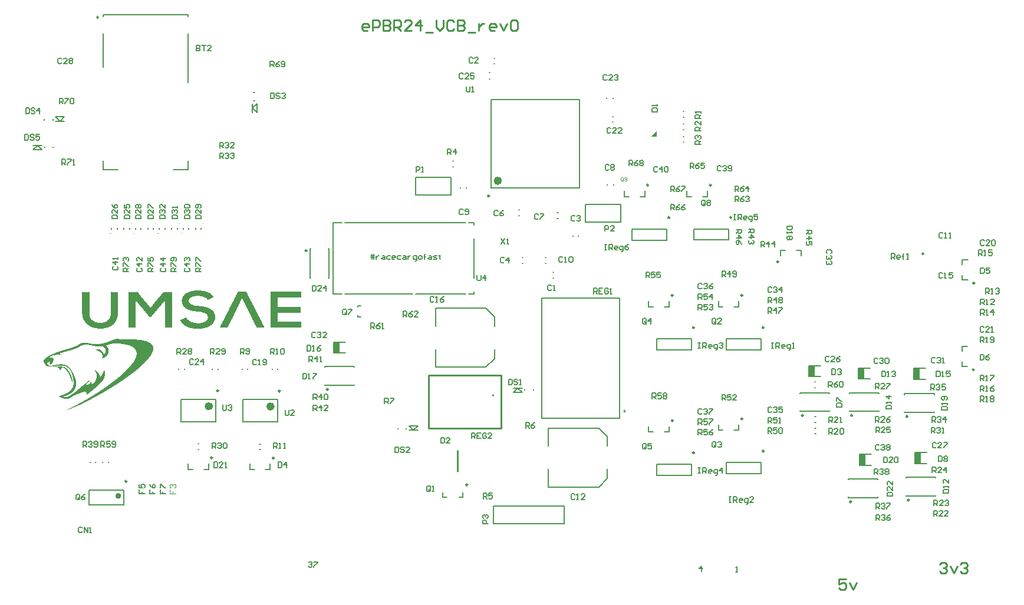
<source format=gbr>
G04*
G04 #@! TF.GenerationSoftware,Altium Limited,Altium Designer,23.2.1 (34)*
G04*
G04 Layer_Color=65535*
%FSLAX25Y25*%
%MOIN*%
G70*
G04*
G04 #@! TF.SameCoordinates,91C23CEB-00FB-43FC-9C52-439D6A026708*
G04*
G04*
G04 #@! TF.FilePolarity,Positive*
G04*
G01*
G75*
%ADD10C,0.00394*%
%ADD11C,0.00984*%
%ADD12C,0.02362*%
%ADD13C,0.01575*%
%ADD14C,0.01000*%
%ADD15C,0.00787*%
%ADD16C,0.00600*%
%ADD17C,0.00300*%
%ADD18C,0.00500*%
%ADD19C,0.00400*%
%ADD20C,0.00472*%
%ADD21R,0.03347X0.06102*%
G36*
X381014Y428378D02*
Y428323D01*
X381458D01*
Y428267D01*
Y428212D01*
X382346D01*
Y428156D01*
Y428101D01*
X385674D01*
Y428156D01*
Y428212D01*
X390334D01*
Y428156D01*
Y428101D01*
X391222D01*
Y428045D01*
Y427990D01*
X392775D01*
Y427934D01*
Y427879D01*
X393552D01*
Y427823D01*
Y427768D01*
X394107D01*
Y427712D01*
Y427657D01*
X394661D01*
Y427601D01*
Y427546D01*
X395216D01*
Y427491D01*
Y427435D01*
X395660D01*
Y427380D01*
Y427324D01*
X396104D01*
Y427269D01*
Y427213D01*
X396437D01*
Y427158D01*
Y427102D01*
X396880D01*
Y427047D01*
Y426991D01*
X397102D01*
Y426936D01*
Y426880D01*
X397435D01*
Y426825D01*
Y426769D01*
X397657D01*
Y426714D01*
Y426658D01*
X397879D01*
Y426603D01*
Y426547D01*
X398101D01*
Y426492D01*
Y426437D01*
X398323D01*
Y426381D01*
Y426326D01*
X398434D01*
Y426270D01*
Y426215D01*
X398656D01*
Y426159D01*
Y426104D01*
X398766D01*
Y426048D01*
Y425993D01*
X398988D01*
Y425937D01*
Y425882D01*
X399099D01*
Y425826D01*
Y425771D01*
X399321D01*
Y425715D01*
Y425660D01*
X399432D01*
Y425604D01*
Y425549D01*
X399543D01*
Y425493D01*
Y425438D01*
X399654D01*
Y425383D01*
Y425327D01*
X399765D01*
Y425272D01*
Y425216D01*
X399876D01*
Y425161D01*
Y425105D01*
Y425050D01*
Y424994D01*
X399987D01*
Y424939D01*
Y424883D01*
X400098D01*
Y424828D01*
Y424772D01*
Y424717D01*
Y424661D01*
X400209D01*
Y424606D01*
Y424550D01*
Y424495D01*
Y424439D01*
X400320D01*
Y424384D01*
Y424329D01*
Y424273D01*
Y424218D01*
X400431D01*
Y424162D01*
Y424107D01*
Y424051D01*
Y423996D01*
Y423940D01*
Y423885D01*
Y423829D01*
Y423774D01*
X400542D01*
Y423718D01*
Y423663D01*
Y423607D01*
Y423552D01*
Y423496D01*
Y423441D01*
Y423385D01*
Y423330D01*
Y423275D01*
Y423219D01*
Y423164D01*
Y423108D01*
Y423053D01*
Y422997D01*
Y422942D01*
Y422886D01*
Y422831D01*
Y422775D01*
Y422720D01*
Y422664D01*
Y422609D01*
Y422553D01*
Y422498D01*
Y422442D01*
Y422387D01*
Y422331D01*
X400431D01*
Y422276D01*
Y422221D01*
Y422165D01*
Y422110D01*
Y422054D01*
Y421999D01*
Y421943D01*
Y421888D01*
Y421832D01*
Y421777D01*
X400320D01*
Y421721D01*
Y421666D01*
Y421610D01*
Y421555D01*
X400209D01*
Y421499D01*
Y421444D01*
Y421388D01*
Y421333D01*
Y421277D01*
Y421222D01*
X400098D01*
Y421166D01*
Y421111D01*
Y421056D01*
Y421000D01*
Y420944D01*
Y420889D01*
X399987D01*
Y420834D01*
Y420778D01*
Y420723D01*
Y420667D01*
X399876D01*
Y420612D01*
Y420556D01*
Y420501D01*
Y420445D01*
X399765D01*
Y420390D01*
Y420334D01*
Y420279D01*
Y420223D01*
X399654D01*
Y420168D01*
Y420112D01*
Y420057D01*
Y420002D01*
X399543D01*
Y419946D01*
Y419890D01*
Y419835D01*
Y419780D01*
X399432D01*
Y419724D01*
Y419669D01*
Y419613D01*
Y419558D01*
X399321D01*
Y419502D01*
Y419447D01*
Y419391D01*
Y419336D01*
X399210D01*
Y419280D01*
Y419225D01*
X399099D01*
Y419169D01*
Y419114D01*
Y419058D01*
Y419003D01*
X398988D01*
Y418947D01*
Y418892D01*
X398878D01*
Y418836D01*
Y418781D01*
Y418725D01*
Y418670D01*
X398766D01*
Y418615D01*
Y418559D01*
X398656D01*
Y418504D01*
Y418448D01*
X398545D01*
Y418393D01*
Y418337D01*
Y418282D01*
Y418226D01*
X398434D01*
Y418171D01*
Y418115D01*
X398323D01*
Y418060D01*
Y418004D01*
Y417949D01*
Y417893D01*
X398212D01*
Y417838D01*
Y417782D01*
X398101D01*
Y417727D01*
Y417671D01*
X397990D01*
Y417616D01*
Y417561D01*
X397879D01*
Y417505D01*
Y417450D01*
Y417394D01*
Y417339D01*
X397768D01*
Y417283D01*
Y417228D01*
X397657D01*
Y417172D01*
Y417117D01*
X397546D01*
Y417061D01*
Y417006D01*
X397435D01*
Y416950D01*
Y416895D01*
X397324D01*
Y416839D01*
Y416784D01*
X397213D01*
Y416728D01*
Y416673D01*
X397102D01*
Y416617D01*
Y416562D01*
Y416506D01*
Y416451D01*
X396991D01*
Y416396D01*
Y416340D01*
X396880D01*
Y416285D01*
Y416229D01*
X396769D01*
Y416174D01*
Y416118D01*
X396658D01*
Y416063D01*
Y416007D01*
X396548D01*
Y415952D01*
Y415896D01*
X396437D01*
Y415841D01*
Y415785D01*
X396326D01*
Y415730D01*
Y415674D01*
X396215D01*
Y415619D01*
Y415563D01*
X396104D01*
Y415508D01*
Y415452D01*
X395993D01*
Y415397D01*
Y415342D01*
X395882D01*
Y415286D01*
Y415231D01*
X395771D01*
Y415175D01*
Y415120D01*
X395660D01*
Y415064D01*
Y415009D01*
X395549D01*
Y414953D01*
Y414898D01*
Y414842D01*
Y414787D01*
X395438D01*
Y414731D01*
Y414676D01*
X395327D01*
Y414620D01*
Y414565D01*
X395216D01*
Y414509D01*
Y414454D01*
X394994D01*
Y414398D01*
Y414343D01*
X394883D01*
Y414288D01*
Y414232D01*
X394772D01*
Y414177D01*
Y414121D01*
X394661D01*
Y414066D01*
Y414010D01*
X394550D01*
Y413955D01*
Y413899D01*
X394439D01*
Y413844D01*
Y413788D01*
X394328D01*
Y413733D01*
Y413677D01*
X394217D01*
Y413622D01*
Y413566D01*
X394107D01*
Y413511D01*
Y413455D01*
X393996D01*
Y413400D01*
Y413344D01*
X393885D01*
Y413289D01*
Y413234D01*
X393774D01*
Y413178D01*
Y413123D01*
X393663D01*
Y413067D01*
Y413012D01*
X393552D01*
Y412956D01*
Y412901D01*
X393441D01*
Y412845D01*
Y412790D01*
X393330D01*
Y412734D01*
Y412679D01*
X393108D01*
Y412623D01*
Y412568D01*
X392997D01*
Y412512D01*
Y412457D01*
X392886D01*
Y412401D01*
Y412346D01*
X392775D01*
Y412290D01*
Y412235D01*
X392664D01*
Y412180D01*
Y412124D01*
X392553D01*
Y412069D01*
Y412013D01*
X392442D01*
Y411958D01*
Y411902D01*
X392331D01*
Y411847D01*
Y411791D01*
X392109D01*
Y411736D01*
Y411680D01*
X391999D01*
Y411625D01*
Y411569D01*
X391888D01*
Y411514D01*
Y411458D01*
X391777D01*
Y411403D01*
Y411347D01*
X391666D01*
Y411292D01*
Y411236D01*
X391444D01*
Y411181D01*
Y411126D01*
X391333D01*
Y411070D01*
Y411015D01*
X391222D01*
Y410959D01*
Y410904D01*
X391000D01*
Y410848D01*
Y410793D01*
X390889D01*
Y410737D01*
Y410682D01*
X390778D01*
Y410626D01*
Y410571D01*
X390667D01*
Y410515D01*
Y410460D01*
X390556D01*
Y410404D01*
Y410349D01*
X390334D01*
Y410293D01*
Y410238D01*
X390223D01*
Y410182D01*
Y410127D01*
X390112D01*
Y410071D01*
Y410016D01*
X390001D01*
Y409961D01*
Y409905D01*
X389779D01*
Y409850D01*
Y409794D01*
X389669D01*
Y409739D01*
Y409683D01*
X389558D01*
Y409628D01*
Y409572D01*
X389447D01*
Y409517D01*
Y409461D01*
X389225D01*
Y409406D01*
Y409350D01*
X389114D01*
Y409295D01*
Y409239D01*
X388892D01*
Y409184D01*
Y409128D01*
X388781D01*
Y409073D01*
Y409017D01*
X388670D01*
Y408962D01*
Y408906D01*
X388559D01*
Y408851D01*
Y408795D01*
X388337D01*
Y408740D01*
Y408684D01*
X388226D01*
Y408629D01*
Y408574D01*
X388115D01*
Y408518D01*
Y408463D01*
X388004D01*
Y408407D01*
Y408352D01*
X387783D01*
Y408296D01*
Y408241D01*
X387561D01*
Y408185D01*
Y408130D01*
X387450D01*
Y408074D01*
Y408019D01*
X387339D01*
Y407963D01*
Y407908D01*
X387228D01*
Y407852D01*
Y407797D01*
X387006D01*
Y407741D01*
Y407686D01*
X386895D01*
Y407630D01*
Y407575D01*
X386784D01*
Y407520D01*
Y407464D01*
X386562D01*
Y407409D01*
Y407353D01*
X386451D01*
Y407298D01*
Y407242D01*
X386340D01*
Y407187D01*
Y407131D01*
X386118D01*
Y407076D01*
Y407020D01*
X386007D01*
Y406965D01*
Y406909D01*
X385785D01*
Y406854D01*
Y406798D01*
X385674D01*
Y406743D01*
Y406687D01*
X385563D01*
Y406632D01*
Y406576D01*
X385342D01*
Y406521D01*
Y406466D01*
X385231D01*
Y406410D01*
Y406355D01*
X385009D01*
Y406299D01*
Y406244D01*
X384898D01*
Y406188D01*
Y406133D01*
X384676D01*
Y406077D01*
Y406022D01*
X384565D01*
Y405966D01*
Y405911D01*
X384454D01*
Y405855D01*
Y405800D01*
X384232D01*
Y405744D01*
Y405689D01*
X384121D01*
Y405633D01*
Y405578D01*
X383899D01*
Y405522D01*
Y405467D01*
X383788D01*
Y405411D01*
Y405356D01*
X383677D01*
Y405301D01*
Y405245D01*
X383455D01*
Y405190D01*
Y405134D01*
X383344D01*
Y405079D01*
Y405023D01*
X383122D01*
Y404968D01*
Y404912D01*
X383012D01*
Y404857D01*
Y404801D01*
X382790D01*
Y404746D01*
Y404690D01*
X382679D01*
Y404635D01*
Y404579D01*
X382457D01*
Y404524D01*
Y404468D01*
X382346D01*
Y404413D01*
Y404357D01*
X382124D01*
Y404302D01*
Y404247D01*
X382013D01*
Y404191D01*
Y404136D01*
X381791D01*
Y404080D01*
Y404025D01*
X381680D01*
Y403969D01*
Y403914D01*
X381458D01*
Y403858D01*
Y403803D01*
X381347D01*
Y403747D01*
Y403692D01*
X381125D01*
Y403636D01*
Y403581D01*
X381014D01*
Y403525D01*
Y403470D01*
X380793D01*
Y403414D01*
Y403359D01*
X380682D01*
Y403303D01*
Y403248D01*
X380460D01*
Y403193D01*
Y403137D01*
X380349D01*
Y403082D01*
Y403026D01*
X380127D01*
Y402971D01*
Y402915D01*
X380016D01*
Y402860D01*
Y402804D01*
X379794D01*
Y402749D01*
Y402693D01*
X379683D01*
Y402638D01*
Y402582D01*
X379461D01*
Y402527D01*
Y402471D01*
X379239D01*
Y402416D01*
Y402360D01*
X379128D01*
Y402305D01*
Y402249D01*
X379017D01*
Y402194D01*
Y402139D01*
X378796D01*
Y402083D01*
Y402028D01*
X378574D01*
Y401972D01*
Y401917D01*
X378463D01*
Y401861D01*
Y401806D01*
X378241D01*
Y401750D01*
Y401695D01*
X378019D01*
Y401639D01*
Y401584D01*
X377908D01*
Y401528D01*
Y401473D01*
X377686D01*
Y401417D01*
Y401362D01*
X377575D01*
Y401306D01*
Y401251D01*
X377353D01*
Y401195D01*
Y401140D01*
X377242D01*
Y401085D01*
Y401029D01*
X377020D01*
Y400974D01*
Y400918D01*
X376798D01*
Y400863D01*
Y400807D01*
X376687D01*
Y400752D01*
Y400696D01*
X376466D01*
Y400641D01*
Y400585D01*
X376244D01*
Y400530D01*
Y400474D01*
X376133D01*
Y400419D01*
Y400363D01*
X375911D01*
Y400308D01*
Y400252D01*
X375800D01*
Y400197D01*
Y400141D01*
X375578D01*
Y400086D01*
Y400031D01*
X375356D01*
Y399975D01*
Y399920D01*
X375245D01*
Y399864D01*
Y399809D01*
X375023D01*
Y399753D01*
Y399698D01*
X374801D01*
Y399642D01*
Y399587D01*
X374579D01*
Y399531D01*
Y399476D01*
X374468D01*
Y399420D01*
Y399365D01*
X374247D01*
Y399309D01*
Y399254D01*
X374136D01*
Y399198D01*
Y399143D01*
X373914D01*
Y399087D01*
Y399032D01*
X373692D01*
Y398976D01*
Y398921D01*
X373470D01*
Y398866D01*
Y398810D01*
X373359D01*
Y398755D01*
Y398699D01*
X373137D01*
Y398644D01*
Y398588D01*
X372915D01*
Y398533D01*
Y398477D01*
X372804D01*
Y398422D01*
Y398366D01*
X372582D01*
Y398311D01*
Y398255D01*
X372360D01*
Y398200D01*
Y398144D01*
X372139D01*
Y398089D01*
Y398033D01*
X372027D01*
Y397978D01*
Y397922D01*
X371806D01*
Y397867D01*
Y397812D01*
X371584D01*
Y397756D01*
Y397701D01*
X371473D01*
Y397645D01*
Y397590D01*
X371251D01*
Y397534D01*
Y397479D01*
X370918D01*
Y397423D01*
Y397368D01*
X370807D01*
Y397312D01*
Y397257D01*
X370585D01*
Y397201D01*
Y397146D01*
X370474D01*
Y397090D01*
Y397035D01*
X370252D01*
Y396979D01*
Y396924D01*
X370030D01*
Y396868D01*
Y396813D01*
X369809D01*
Y396757D01*
Y396702D01*
X369587D01*
Y396646D01*
Y396591D01*
X369476D01*
Y396535D01*
Y396480D01*
X369254D01*
Y396425D01*
Y396369D01*
X369032D01*
Y396314D01*
Y396258D01*
X368810D01*
Y396203D01*
Y396147D01*
X368588D01*
Y396092D01*
Y396036D01*
X368366D01*
Y395981D01*
Y395925D01*
X368144D01*
Y395870D01*
Y395814D01*
X368033D01*
Y395759D01*
Y395703D01*
X367811D01*
Y395648D01*
Y395592D01*
X367590D01*
Y395537D01*
Y395481D01*
X367368D01*
Y395426D01*
Y395371D01*
X367257D01*
Y395315D01*
Y395260D01*
X367035D01*
Y395204D01*
Y395149D01*
X366813D01*
Y395093D01*
Y395038D01*
X366591D01*
Y394982D01*
Y394927D01*
X366369D01*
Y394871D01*
Y394816D01*
X366147D01*
Y394760D01*
Y394705D01*
X365925D01*
Y394649D01*
Y394594D01*
X365703D01*
Y394538D01*
Y394483D01*
X365593D01*
Y394427D01*
Y394372D01*
X365370D01*
Y394317D01*
Y394261D01*
X365149D01*
Y394206D01*
Y394150D01*
X364927D01*
Y394095D01*
Y394039D01*
X364705D01*
Y393984D01*
Y393928D01*
X364483D01*
Y393873D01*
Y393817D01*
X364261D01*
Y393762D01*
Y393706D01*
X364039D01*
Y393651D01*
Y393595D01*
X363817D01*
Y393540D01*
Y393484D01*
X363595D01*
Y393429D01*
Y393373D01*
X363373D01*
Y393318D01*
Y393263D01*
X363152D01*
Y393207D01*
Y393152D01*
X362930D01*
Y393096D01*
Y393041D01*
X362708D01*
Y392985D01*
Y392930D01*
X362486D01*
Y392874D01*
Y392819D01*
X362264D01*
Y392763D01*
Y392708D01*
X362042D01*
Y392652D01*
Y392597D01*
X361820D01*
Y392541D01*
Y392486D01*
X361598D01*
Y392430D01*
Y392375D01*
X361376D01*
Y392319D01*
Y392264D01*
X361154D01*
Y392209D01*
Y392153D01*
X360932D01*
Y392097D01*
Y392042D01*
X360711D01*
Y391987D01*
Y391931D01*
X360489D01*
Y391876D01*
Y391820D01*
X360267D01*
Y391765D01*
Y391709D01*
X360045D01*
Y391654D01*
Y391598D01*
X359823D01*
Y391543D01*
Y391487D01*
X359601D01*
Y391432D01*
Y391376D01*
X359379D01*
Y391321D01*
Y391265D01*
X359157D01*
Y391210D01*
Y391155D01*
X358935D01*
Y391099D01*
Y391043D01*
X358714D01*
Y390988D01*
Y390932D01*
X358381D01*
Y390877D01*
Y390822D01*
X358159D01*
Y390766D01*
Y390711D01*
X357937D01*
Y390655D01*
Y390600D01*
X357715D01*
Y390544D01*
Y390489D01*
X357493D01*
Y390433D01*
Y390378D01*
X357160D01*
Y390322D01*
Y390267D01*
X356938D01*
Y390211D01*
Y390156D01*
X356606D01*
Y390100D01*
Y390045D01*
X356384D01*
Y389989D01*
Y389934D01*
X356162D01*
Y389879D01*
Y389823D01*
X355940D01*
Y389768D01*
Y389712D01*
X355607D01*
Y389657D01*
Y389601D01*
X355385D01*
Y389546D01*
Y389490D01*
X355163D01*
Y389435D01*
Y389379D01*
X354830D01*
Y389324D01*
Y389268D01*
X354497D01*
Y389213D01*
Y389157D01*
X354276D01*
Y389102D01*
Y389046D01*
X354054D01*
Y388991D01*
Y388935D01*
X353721D01*
Y388880D01*
Y388825D01*
X353388D01*
Y388769D01*
Y388714D01*
X353166D01*
Y388658D01*
Y388603D01*
X352944D01*
Y388547D01*
Y388492D01*
X352500D01*
Y388436D01*
Y388381D01*
X352168D01*
Y388325D01*
Y388270D01*
X351946D01*
Y388214D01*
Y388159D01*
X351613D01*
Y388103D01*
Y388048D01*
X351280D01*
Y388103D01*
Y388159D01*
X351502D01*
Y388214D01*
Y388270D01*
X351724D01*
Y388325D01*
Y388381D01*
X351946D01*
Y388436D01*
Y388492D01*
X352168D01*
Y388547D01*
Y388603D01*
X352389D01*
Y388658D01*
Y388714D01*
X352611D01*
Y388769D01*
Y388825D01*
X352833D01*
Y388880D01*
Y388935D01*
X353055D01*
Y388991D01*
Y389046D01*
X353277D01*
Y389102D01*
Y389157D01*
X353499D01*
Y389213D01*
Y389268D01*
X353721D01*
Y389324D01*
Y389379D01*
X353943D01*
Y389435D01*
Y389490D01*
X354165D01*
Y389546D01*
Y389601D01*
X354386D01*
Y389657D01*
Y389712D01*
X354608D01*
Y389768D01*
Y389823D01*
X354830D01*
Y389879D01*
Y389934D01*
X355052D01*
Y389989D01*
Y390045D01*
X355274D01*
Y390100D01*
Y390156D01*
X355496D01*
Y390211D01*
Y390267D01*
X355718D01*
Y390322D01*
Y390378D01*
X355940D01*
Y390433D01*
Y390489D01*
X356162D01*
Y390544D01*
Y390600D01*
X356384D01*
Y390655D01*
Y390711D01*
X356606D01*
Y390766D01*
Y390822D01*
X356827D01*
Y390877D01*
Y390932D01*
X357049D01*
Y390988D01*
Y391043D01*
X357271D01*
Y391099D01*
Y391155D01*
X357493D01*
Y391210D01*
Y391265D01*
X357715D01*
Y391321D01*
Y391376D01*
X357937D01*
Y391432D01*
Y391487D01*
X358048D01*
Y391543D01*
Y391598D01*
X358270D01*
Y391654D01*
Y391709D01*
X358492D01*
Y391765D01*
Y391820D01*
X358714D01*
Y391876D01*
Y391931D01*
X358935D01*
Y391987D01*
Y392042D01*
X359157D01*
Y392097D01*
Y392153D01*
X359379D01*
Y392209D01*
Y392264D01*
X359601D01*
Y392319D01*
Y392375D01*
X359712D01*
Y392430D01*
Y392486D01*
X359934D01*
Y392541D01*
Y392597D01*
X360156D01*
Y392652D01*
Y392708D01*
X360267D01*
Y392763D01*
Y392819D01*
X360489D01*
Y392874D01*
Y392930D01*
X360711D01*
Y392985D01*
Y393041D01*
X360932D01*
Y393096D01*
Y393152D01*
X361154D01*
Y393207D01*
Y393263D01*
X361265D01*
Y393318D01*
Y393373D01*
X361487D01*
Y393429D01*
Y393484D01*
X361709D01*
Y393540D01*
Y393595D01*
X361931D01*
Y393651D01*
Y393706D01*
X362153D01*
Y393762D01*
Y393817D01*
X362264D01*
Y393873D01*
Y393928D01*
X362486D01*
Y393984D01*
Y394039D01*
X362708D01*
Y394095D01*
Y394150D01*
X362819D01*
Y394206D01*
Y394261D01*
X363041D01*
Y394317D01*
Y394372D01*
X363263D01*
Y394427D01*
Y394483D01*
X363484D01*
Y394538D01*
Y394594D01*
X363595D01*
Y394649D01*
Y394705D01*
X363817D01*
Y394760D01*
Y394816D01*
X364039D01*
Y394871D01*
Y394927D01*
X364150D01*
Y394982D01*
Y395038D01*
X364372D01*
Y395093D01*
Y395149D01*
X364594D01*
Y395204D01*
Y395260D01*
X364705D01*
Y395315D01*
Y395371D01*
X364927D01*
Y395426D01*
Y395481D01*
X365038D01*
Y395537D01*
Y395592D01*
X365260D01*
Y395648D01*
Y395703D01*
X365481D01*
Y395759D01*
Y395814D01*
X365593D01*
Y395870D01*
Y395925D01*
X365814D01*
Y395981D01*
Y396036D01*
X366036D01*
Y396092D01*
Y396147D01*
X366258D01*
Y396203D01*
Y396258D01*
X366369D01*
Y396314D01*
Y396369D01*
X366591D01*
Y396425D01*
Y396480D01*
X366702D01*
Y396535D01*
Y396591D01*
X366924D01*
Y396646D01*
Y396702D01*
X367035D01*
Y396757D01*
Y396813D01*
X367257D01*
Y396868D01*
Y396924D01*
X367479D01*
Y396979D01*
Y397035D01*
X367590D01*
Y397090D01*
Y397146D01*
X367811D01*
Y397201D01*
Y397257D01*
X367922D01*
Y397312D01*
Y397368D01*
X368144D01*
Y397423D01*
Y397479D01*
X368366D01*
Y397534D01*
Y397590D01*
X368477D01*
Y397645D01*
Y397701D01*
X368699D01*
Y397756D01*
Y397812D01*
X368810D01*
Y397867D01*
Y397922D01*
X369032D01*
Y397978D01*
Y398033D01*
X369143D01*
Y398089D01*
Y398144D01*
X369365D01*
Y398200D01*
Y398255D01*
X369476D01*
Y398311D01*
Y398366D01*
X369698D01*
Y398422D01*
Y398477D01*
X369809D01*
Y398533D01*
Y398588D01*
X370030D01*
Y398644D01*
Y398699D01*
X370141D01*
Y398755D01*
Y398810D01*
X370363D01*
Y398866D01*
Y398921D01*
X370474D01*
Y398976D01*
Y399032D01*
X370696D01*
Y399087D01*
Y399143D01*
X370807D01*
Y399198D01*
Y399254D01*
X371029D01*
Y399309D01*
Y399365D01*
X371140D01*
Y399420D01*
Y399476D01*
X371362D01*
Y399531D01*
Y399587D01*
X371473D01*
Y399642D01*
Y399698D01*
X371584D01*
Y399753D01*
Y399809D01*
X371806D01*
Y399864D01*
Y399920D01*
X372027D01*
Y399975D01*
Y400031D01*
X372139D01*
Y400086D01*
Y400141D01*
X372360D01*
Y400197D01*
Y400252D01*
X372471D01*
Y400308D01*
Y400363D01*
X372582D01*
Y400419D01*
Y400474D01*
X372804D01*
Y400530D01*
Y400585D01*
X372915D01*
Y400641D01*
Y400696D01*
X373137D01*
Y400752D01*
Y400807D01*
X373248D01*
Y400863D01*
Y400918D01*
X373470D01*
Y400974D01*
Y401029D01*
X373581D01*
Y401085D01*
Y401140D01*
X373692D01*
Y401195D01*
Y401251D01*
X373914D01*
Y401306D01*
Y401362D01*
X374025D01*
Y401417D01*
Y401473D01*
X374136D01*
Y401528D01*
Y401584D01*
X374358D01*
Y401639D01*
Y401695D01*
X374579D01*
Y401750D01*
Y401806D01*
X374690D01*
Y401861D01*
Y401917D01*
X374801D01*
Y401972D01*
Y402028D01*
X374912D01*
Y402083D01*
Y402139D01*
X375134D01*
Y402194D01*
Y402249D01*
X375245D01*
Y402305D01*
Y402360D01*
X375356D01*
Y402416D01*
Y402471D01*
X375578D01*
Y402527D01*
Y402582D01*
X375689D01*
Y402638D01*
Y402693D01*
X375911D01*
Y402749D01*
Y402804D01*
X376022D01*
Y402860D01*
Y402915D01*
X376133D01*
Y402971D01*
Y403026D01*
X376355D01*
Y403082D01*
Y403137D01*
X376466D01*
Y403193D01*
Y403248D01*
X376576D01*
Y403303D01*
Y403359D01*
X376798D01*
Y403414D01*
Y403470D01*
X376909D01*
Y403525D01*
Y403581D01*
X377020D01*
Y403636D01*
Y403692D01*
X377242D01*
Y403747D01*
Y403803D01*
X377353D01*
Y403858D01*
Y403914D01*
X377464D01*
Y403969D01*
Y404025D01*
X377686D01*
Y404080D01*
Y404136D01*
X377797D01*
Y404191D01*
Y404247D01*
X377908D01*
Y404302D01*
Y404357D01*
X378130D01*
Y404413D01*
Y404468D01*
X378241D01*
Y404524D01*
Y404579D01*
X378352D01*
Y404635D01*
Y404690D01*
X378463D01*
Y404746D01*
Y404801D01*
X378684D01*
Y404857D01*
Y404912D01*
X378796D01*
Y404968D01*
Y405023D01*
X378906D01*
Y405079D01*
Y405134D01*
X379128D01*
Y405190D01*
Y405245D01*
X379239D01*
Y405301D01*
Y405356D01*
X379350D01*
Y405411D01*
Y405467D01*
X379572D01*
Y405522D01*
Y405578D01*
X379683D01*
Y405633D01*
Y405689D01*
X379794D01*
Y405744D01*
Y405800D01*
X379905D01*
Y405855D01*
Y405911D01*
X380016D01*
Y405966D01*
Y406022D01*
X380238D01*
Y406077D01*
Y406133D01*
X380349D01*
Y406188D01*
Y406244D01*
X380460D01*
Y406299D01*
Y406355D01*
X380571D01*
Y406410D01*
Y406466D01*
X380682D01*
Y406521D01*
Y406576D01*
X380904D01*
Y406632D01*
Y406687D01*
X381014D01*
Y406743D01*
Y406798D01*
X381236D01*
Y406854D01*
Y406909D01*
X381347D01*
Y406965D01*
Y407020D01*
X381458D01*
Y407076D01*
Y407131D01*
X381569D01*
Y407187D01*
Y407242D01*
X381680D01*
Y407298D01*
Y407353D01*
X381791D01*
Y407409D01*
Y407464D01*
X381902D01*
Y407520D01*
Y407575D01*
X382124D01*
Y407630D01*
Y407686D01*
X382235D01*
Y407741D01*
Y407797D01*
X382346D01*
Y407852D01*
Y407908D01*
X382457D01*
Y407963D01*
Y408019D01*
X382568D01*
Y408074D01*
Y408130D01*
X382679D01*
Y408185D01*
Y408241D01*
X382790D01*
Y408296D01*
Y408352D01*
X382901D01*
Y408407D01*
Y408463D01*
X383012D01*
Y408518D01*
Y408574D01*
X383233D01*
Y408629D01*
Y408684D01*
X383344D01*
Y408740D01*
Y408795D01*
X383455D01*
Y408851D01*
Y408906D01*
X383566D01*
Y408962D01*
Y409017D01*
X383677D01*
Y409073D01*
Y409128D01*
X383788D01*
Y409184D01*
Y409239D01*
X383899D01*
Y409295D01*
Y409350D01*
X384010D01*
Y409406D01*
Y409461D01*
X384232D01*
Y409517D01*
Y409572D01*
Y409628D01*
Y409683D01*
X384343D01*
Y409739D01*
Y409794D01*
X384454D01*
Y409850D01*
Y409905D01*
X384676D01*
Y409961D01*
Y410016D01*
Y410071D01*
Y410127D01*
X384787D01*
Y410182D01*
Y410238D01*
X384898D01*
Y410293D01*
Y410349D01*
X385009D01*
Y410404D01*
Y410460D01*
X385120D01*
Y410515D01*
Y410571D01*
X385231D01*
Y410626D01*
Y410682D01*
X385453D01*
Y410737D01*
Y410793D01*
Y410848D01*
Y410904D01*
X385563D01*
Y410959D01*
Y411015D01*
X385785D01*
Y411070D01*
Y411126D01*
Y411181D01*
Y411236D01*
X385896D01*
Y411292D01*
Y411347D01*
X386007D01*
Y411403D01*
Y411458D01*
X386118D01*
Y411514D01*
Y411569D01*
X386229D01*
Y411625D01*
Y411680D01*
X386340D01*
Y411736D01*
Y411791D01*
X386451D01*
Y411847D01*
Y411902D01*
X386562D01*
Y411958D01*
Y412013D01*
X386673D01*
Y412069D01*
Y412124D01*
Y412180D01*
Y412235D01*
X386784D01*
Y412290D01*
Y412346D01*
X386895D01*
Y412401D01*
Y412457D01*
X387006D01*
Y412512D01*
Y412568D01*
X387117D01*
Y412623D01*
Y412679D01*
X387228D01*
Y412734D01*
Y412790D01*
X387339D01*
Y412845D01*
Y412901D01*
X387450D01*
Y412956D01*
Y413012D01*
X387561D01*
Y413067D01*
Y413123D01*
Y413178D01*
Y413234D01*
X387671D01*
Y413289D01*
Y413344D01*
X387783D01*
Y413400D01*
Y413455D01*
X387893D01*
Y413511D01*
Y413566D01*
X388004D01*
Y413622D01*
Y413677D01*
X388115D01*
Y413733D01*
Y413788D01*
Y413844D01*
Y413899D01*
X388226D01*
Y413955D01*
Y414010D01*
X388337D01*
Y414066D01*
Y414121D01*
Y414177D01*
Y414232D01*
X388448D01*
Y414288D01*
Y414343D01*
X388559D01*
Y414398D01*
Y414454D01*
X388670D01*
Y414509D01*
Y414565D01*
X388781D01*
Y414620D01*
Y414676D01*
Y414731D01*
Y414787D01*
X388892D01*
Y414842D01*
Y414898D01*
X389003D01*
Y414953D01*
Y415009D01*
Y415064D01*
Y415120D01*
X389114D01*
Y415175D01*
Y415231D01*
X389225D01*
Y415286D01*
Y415342D01*
X389336D01*
Y415397D01*
Y415452D01*
Y415508D01*
Y415563D01*
X389447D01*
Y415619D01*
Y415674D01*
Y415730D01*
Y415785D01*
X389558D01*
Y415841D01*
Y415896D01*
X389669D01*
Y415952D01*
Y416007D01*
Y416063D01*
Y416118D01*
X389779D01*
Y416174D01*
Y416229D01*
Y416285D01*
Y416340D01*
X389891D01*
Y416396D01*
Y416451D01*
Y416506D01*
Y416562D01*
X390001D01*
Y416617D01*
Y416673D01*
Y416728D01*
Y416784D01*
X390112D01*
Y416839D01*
Y416895D01*
Y416950D01*
Y417006D01*
X390223D01*
Y417061D01*
Y417117D01*
Y417172D01*
Y417228D01*
X390334D01*
Y417283D01*
Y417339D01*
Y417394D01*
Y417450D01*
X390445D01*
Y417505D01*
Y417561D01*
Y417616D01*
Y417671D01*
X390556D01*
Y417727D01*
Y417782D01*
Y417838D01*
Y417893D01*
Y417949D01*
Y418004D01*
X390667D01*
Y418060D01*
Y418115D01*
Y418171D01*
Y418226D01*
X390778D01*
Y418282D01*
Y418337D01*
Y418393D01*
Y418448D01*
Y418504D01*
Y418559D01*
Y418615D01*
Y418670D01*
X390889D01*
Y418725D01*
Y418781D01*
Y418836D01*
Y418892D01*
Y418947D01*
Y419003D01*
Y419058D01*
Y419114D01*
Y419169D01*
Y419225D01*
X391000D01*
Y419280D01*
Y419336D01*
Y419391D01*
Y419447D01*
Y419502D01*
Y419558D01*
Y419613D01*
Y419669D01*
Y419724D01*
Y419780D01*
Y419835D01*
Y419890D01*
Y419946D01*
Y420002D01*
Y420057D01*
Y420112D01*
Y420168D01*
Y420223D01*
Y420279D01*
Y420334D01*
Y420390D01*
Y420445D01*
Y420501D01*
Y420556D01*
Y420612D01*
Y420667D01*
Y420723D01*
Y420778D01*
Y420834D01*
Y420889D01*
Y420944D01*
Y421000D01*
X390889D01*
Y421056D01*
Y421111D01*
Y421166D01*
Y421222D01*
Y421277D01*
Y421333D01*
Y421388D01*
Y421444D01*
Y421499D01*
Y421555D01*
X390778D01*
Y421610D01*
Y421666D01*
Y421721D01*
Y421777D01*
X390667D01*
Y421832D01*
Y421888D01*
Y421943D01*
Y421999D01*
X390556D01*
Y422054D01*
Y422110D01*
Y422165D01*
Y422221D01*
X390445D01*
Y422276D01*
Y422331D01*
Y422387D01*
Y422442D01*
X390334D01*
Y422498D01*
Y422553D01*
X390223D01*
Y422609D01*
Y422664D01*
Y422720D01*
Y422775D01*
X390112D01*
Y422831D01*
Y422886D01*
X390001D01*
Y422942D01*
Y422997D01*
X389891D01*
Y423053D01*
Y423108D01*
X389779D01*
Y423164D01*
Y423219D01*
X389669D01*
Y423275D01*
Y423330D01*
X389447D01*
Y423385D01*
Y423441D01*
X389336D01*
Y423496D01*
Y423552D01*
X389225D01*
Y423607D01*
Y423663D01*
X389114D01*
Y423718D01*
Y423774D01*
X388892D01*
Y423829D01*
Y423885D01*
X388670D01*
Y423940D01*
Y423996D01*
X388448D01*
Y424051D01*
Y424107D01*
X388337D01*
Y424162D01*
Y424218D01*
X388004D01*
Y424273D01*
Y424329D01*
X387783D01*
Y424384D01*
Y424439D01*
X387561D01*
Y424495D01*
Y424550D01*
X387228D01*
Y424606D01*
Y424661D01*
X387006D01*
Y424717D01*
Y424772D01*
X386673D01*
Y424828D01*
Y424883D01*
X386229D01*
Y424939D01*
Y424994D01*
X385785D01*
Y425050D01*
Y425105D01*
X385453D01*
Y425161D01*
Y425216D01*
X385009D01*
Y425272D01*
Y425327D01*
X384232D01*
Y425383D01*
Y425438D01*
X383788D01*
Y425493D01*
Y425549D01*
X382790D01*
Y425604D01*
Y425660D01*
X382124D01*
Y425715D01*
Y425771D01*
X381458D01*
Y425826D01*
Y425882D01*
X381125D01*
Y425937D01*
Y425993D01*
X378130D01*
Y425937D01*
Y425882D01*
X377686D01*
Y425826D01*
Y425771D01*
X377131D01*
Y425715D01*
Y425660D01*
X376687D01*
Y425604D01*
Y425549D01*
X376244D01*
Y425493D01*
Y425438D01*
X375911D01*
Y425383D01*
Y425327D01*
X375467D01*
Y425272D01*
Y425216D01*
X375023D01*
Y425161D01*
Y425105D01*
X374801D01*
Y425050D01*
Y424994D01*
X374358D01*
Y424939D01*
Y424883D01*
X373914D01*
Y424828D01*
Y424772D01*
X373692D01*
Y424717D01*
Y424661D01*
Y424606D01*
Y424550D01*
X373914D01*
Y424495D01*
Y424439D01*
X374025D01*
Y424384D01*
Y424329D01*
X374136D01*
Y424273D01*
Y424218D01*
X374247D01*
Y424162D01*
Y424107D01*
X374358D01*
Y424051D01*
Y423996D01*
X374468D01*
Y423940D01*
Y423885D01*
X374579D01*
Y423829D01*
Y423774D01*
Y423718D01*
Y423663D01*
X374690D01*
Y423607D01*
Y423552D01*
X374801D01*
Y423496D01*
Y423441D01*
Y423385D01*
Y423330D01*
X374912D01*
Y423275D01*
Y423219D01*
X375023D01*
Y423164D01*
Y423108D01*
Y423053D01*
Y422997D01*
X375134D01*
Y422942D01*
Y422886D01*
Y422831D01*
Y422775D01*
Y422720D01*
Y422664D01*
Y422609D01*
Y422553D01*
X375245D01*
Y422498D01*
Y422442D01*
Y422387D01*
Y422331D01*
Y422276D01*
Y422221D01*
Y422165D01*
Y422110D01*
Y422054D01*
Y421999D01*
Y421943D01*
Y421888D01*
Y421832D01*
Y421777D01*
Y421721D01*
Y421666D01*
Y421610D01*
Y421555D01*
Y421499D01*
Y421444D01*
Y421388D01*
Y421333D01*
Y421277D01*
Y421222D01*
Y421166D01*
Y421111D01*
Y421056D01*
Y421000D01*
X375134D01*
Y420944D01*
Y420889D01*
Y420834D01*
Y420778D01*
Y420723D01*
Y420667D01*
Y420612D01*
Y420556D01*
X375023D01*
Y420501D01*
Y420445D01*
Y420390D01*
Y420334D01*
Y420279D01*
Y420223D01*
X374912D01*
Y420168D01*
Y420112D01*
Y420057D01*
Y420002D01*
X374801D01*
Y419946D01*
Y419890D01*
Y419835D01*
Y419780D01*
X374690D01*
Y419724D01*
Y419669D01*
Y419613D01*
Y419558D01*
X374579D01*
Y419502D01*
Y419447D01*
X374468D01*
Y419391D01*
Y419336D01*
Y419280D01*
Y419225D01*
X374358D01*
Y419169D01*
Y419114D01*
X374247D01*
Y419058D01*
Y419003D01*
Y418947D01*
Y418892D01*
X374136D01*
Y418836D01*
Y418781D01*
X374025D01*
Y418725D01*
Y418670D01*
X373914D01*
Y418615D01*
Y418559D01*
X373803D01*
Y418504D01*
Y418448D01*
X373581D01*
Y418393D01*
Y418337D01*
X373470D01*
Y418282D01*
Y418226D01*
X373248D01*
Y418171D01*
Y418115D01*
X373137D01*
Y418060D01*
Y418004D01*
X373026D01*
Y417949D01*
Y417893D01*
X372804D01*
Y417838D01*
Y417782D01*
X372582D01*
Y417727D01*
Y417671D01*
X372249D01*
Y417616D01*
Y417561D01*
X371917D01*
Y417505D01*
Y417450D01*
X371584D01*
Y417505D01*
Y417561D01*
Y417616D01*
Y417671D01*
Y417727D01*
Y417782D01*
Y417838D01*
Y417893D01*
X371695D01*
Y417949D01*
Y418004D01*
Y418060D01*
Y418115D01*
Y418171D01*
Y418226D01*
Y418282D01*
Y418337D01*
Y418393D01*
Y418448D01*
Y418504D01*
Y418559D01*
Y418615D01*
Y418670D01*
Y418725D01*
Y418781D01*
Y418836D01*
Y418892D01*
Y418947D01*
Y419003D01*
Y419058D01*
Y419114D01*
Y419169D01*
Y419225D01*
Y419280D01*
Y419336D01*
Y419391D01*
Y419447D01*
X371584D01*
Y419502D01*
Y419558D01*
Y419613D01*
Y419669D01*
Y419724D01*
Y419780D01*
X371473D01*
Y419835D01*
Y419890D01*
Y419946D01*
Y420002D01*
X371362D01*
Y420057D01*
Y420112D01*
Y420168D01*
Y420223D01*
X371251D01*
Y420279D01*
Y420334D01*
Y420390D01*
Y420445D01*
X371140D01*
Y420501D01*
Y420556D01*
X371029D01*
Y420612D01*
Y420667D01*
X370918D01*
Y420723D01*
Y420778D01*
X370807D01*
Y420834D01*
Y420889D01*
X370585D01*
Y420944D01*
Y421000D01*
X370363D01*
Y421056D01*
Y421111D01*
X370252D01*
Y421166D01*
Y421222D01*
X370030D01*
Y421277D01*
Y421333D01*
X369809D01*
Y421388D01*
Y421444D01*
X369587D01*
Y421499D01*
Y421555D01*
X369365D01*
Y421610D01*
Y421666D01*
X369143D01*
Y421721D01*
Y421777D01*
X368810D01*
Y421832D01*
Y421888D01*
X368588D01*
Y421943D01*
Y421999D01*
X368366D01*
Y422054D01*
Y422110D01*
X368033D01*
Y422165D01*
Y422221D01*
X367922D01*
Y422276D01*
Y422331D01*
X368144D01*
Y422387D01*
Y422442D01*
X368366D01*
Y422498D01*
Y422553D01*
X369032D01*
Y422609D01*
Y422664D01*
X369365D01*
Y422609D01*
Y422553D01*
X370030D01*
Y422498D01*
Y422442D01*
X370363D01*
Y422387D01*
Y422331D01*
X370474D01*
Y422276D01*
Y422221D01*
X370696D01*
Y422165D01*
Y422110D01*
X370918D01*
Y422054D01*
Y421999D01*
X371029D01*
Y421943D01*
Y421888D01*
X371140D01*
Y421832D01*
Y421777D01*
X371251D01*
Y421721D01*
Y421666D01*
X371362D01*
Y421610D01*
Y421555D01*
X371473D01*
Y421499D01*
Y421444D01*
X371584D01*
Y421388D01*
Y421333D01*
X371695D01*
Y421277D01*
Y421222D01*
Y421166D01*
Y421111D01*
X371806D01*
Y421056D01*
Y421000D01*
X371917D01*
Y420944D01*
Y420889D01*
Y420834D01*
Y420778D01*
X372027D01*
Y420723D01*
Y420667D01*
Y420612D01*
Y420556D01*
X372139D01*
Y420501D01*
Y420445D01*
Y420390D01*
Y420334D01*
X372249D01*
Y420279D01*
Y420223D01*
Y420168D01*
Y420112D01*
X372360D01*
Y420057D01*
Y420002D01*
Y419946D01*
Y419890D01*
X372471D01*
Y419835D01*
Y419780D01*
X372693D01*
Y419835D01*
Y419890D01*
X372804D01*
Y419946D01*
Y420002D01*
X372915D01*
Y420057D01*
Y420112D01*
X373026D01*
Y420168D01*
Y420223D01*
Y420279D01*
Y420334D01*
X373137D01*
Y420390D01*
Y420445D01*
X373248D01*
Y420501D01*
Y420556D01*
Y420612D01*
Y420667D01*
X373359D01*
Y420723D01*
Y420778D01*
Y420834D01*
Y420889D01*
X373470D01*
Y420944D01*
Y421000D01*
Y421056D01*
Y421111D01*
Y421166D01*
Y421222D01*
Y421277D01*
Y421333D01*
X373581D01*
Y421388D01*
Y421444D01*
Y421499D01*
Y421555D01*
Y421610D01*
Y421666D01*
Y421721D01*
Y421777D01*
Y421832D01*
Y421888D01*
Y421943D01*
Y421999D01*
Y422054D01*
Y422110D01*
Y422165D01*
Y422221D01*
X373470D01*
Y422276D01*
Y422331D01*
Y422387D01*
Y422442D01*
Y422498D01*
Y422553D01*
X373359D01*
Y422609D01*
Y422664D01*
Y422720D01*
Y422775D01*
X373248D01*
Y422831D01*
Y422886D01*
Y422942D01*
Y422997D01*
X373137D01*
Y423053D01*
Y423108D01*
Y423164D01*
Y423219D01*
X373026D01*
Y423275D01*
Y423330D01*
X372915D01*
Y423385D01*
Y423441D01*
X372804D01*
Y423496D01*
Y423552D01*
X372693D01*
Y423607D01*
Y423663D01*
X372582D01*
Y423718D01*
Y423774D01*
X372471D01*
Y423829D01*
Y423885D01*
X372249D01*
Y423940D01*
Y423996D01*
X372027D01*
Y424051D01*
Y424107D01*
X371806D01*
Y424162D01*
Y424218D01*
X371251D01*
Y424273D01*
Y424329D01*
X370696D01*
Y424273D01*
Y424218D01*
X367701D01*
Y424273D01*
Y424329D01*
X367368D01*
Y424384D01*
Y424439D01*
X366813D01*
Y424495D01*
Y424550D01*
X366258D01*
Y424606D01*
Y424661D01*
X365925D01*
Y424717D01*
Y424772D01*
X365481D01*
Y424828D01*
Y424883D01*
X364927D01*
Y424939D01*
Y424994D01*
X364261D01*
Y425050D01*
Y425105D01*
X363706D01*
Y425161D01*
Y425216D01*
X361709D01*
Y425161D01*
Y425105D01*
X361154D01*
Y425050D01*
Y424994D01*
X360711D01*
Y424939D01*
Y424883D01*
X360267D01*
Y424828D01*
Y424772D01*
X360045D01*
Y424717D01*
Y424661D01*
X359712D01*
Y424606D01*
Y424550D01*
X359490D01*
Y424495D01*
Y424439D01*
X359268D01*
Y424384D01*
Y424329D01*
X359046D01*
Y424273D01*
Y424218D01*
X358935D01*
Y424162D01*
Y424107D01*
X358714D01*
Y424051D01*
Y423996D01*
X358603D01*
Y423940D01*
Y423885D01*
X358381D01*
Y423829D01*
Y423774D01*
X358159D01*
Y423718D01*
Y423663D01*
X357937D01*
Y423607D01*
Y423552D01*
X357715D01*
Y423496D01*
Y423441D01*
X357604D01*
Y423385D01*
Y423330D01*
X357271D01*
Y423275D01*
Y423219D01*
X357049D01*
Y423164D01*
Y423108D01*
X356716D01*
Y423053D01*
Y422997D01*
X356494D01*
Y422942D01*
Y422886D01*
X356162D01*
Y422831D01*
Y422775D01*
X355940D01*
Y422720D01*
Y422664D01*
X355607D01*
Y422609D01*
Y422553D01*
X355274D01*
Y422498D01*
Y422442D01*
X354830D01*
Y422387D01*
Y422331D01*
X354608D01*
Y422276D01*
Y422221D01*
X354165D01*
Y422165D01*
Y422110D01*
X353721D01*
Y422054D01*
Y421999D01*
X353388D01*
Y421943D01*
Y421888D01*
X352944D01*
Y421832D01*
Y421777D01*
X352500D01*
Y421721D01*
Y421666D01*
X352057D01*
Y421610D01*
Y421555D01*
X351724D01*
Y421499D01*
Y421444D01*
X351391D01*
Y421388D01*
Y421333D01*
X350836D01*
Y421277D01*
Y421222D01*
X350614D01*
Y421166D01*
Y421111D01*
X350281D01*
Y421056D01*
Y421000D01*
X349838D01*
Y420944D01*
Y420889D01*
X349394D01*
Y420834D01*
Y420778D01*
X349172D01*
Y420723D01*
Y420667D01*
X348728D01*
Y420612D01*
Y420556D01*
X348395D01*
Y420501D01*
Y420445D01*
X347951D01*
Y420390D01*
Y420334D01*
X347619D01*
Y420279D01*
Y420223D01*
Y420168D01*
Y420112D01*
X347840D01*
Y420057D01*
Y420002D01*
X347951D01*
Y419946D01*
Y419890D01*
X348173D01*
Y419835D01*
Y419780D01*
X348284D01*
Y419724D01*
Y419669D01*
X348506D01*
Y419613D01*
Y419558D01*
X348617D01*
Y419502D01*
Y419447D01*
X348839D01*
Y419391D01*
X348895D01*
Y419336D01*
X348506D01*
Y419391D01*
Y419447D01*
X345178D01*
Y419391D01*
Y419336D01*
X344401D01*
Y419280D01*
Y419225D01*
X344068D01*
Y419169D01*
Y419114D01*
X343624D01*
Y419058D01*
Y419003D01*
X343291D01*
Y418947D01*
Y418892D01*
X342959D01*
Y418836D01*
Y418781D01*
X342737D01*
Y418725D01*
Y418670D01*
X342515D01*
Y418615D01*
Y418559D01*
X342293D01*
Y418504D01*
Y418448D01*
X342182D01*
Y418393D01*
Y418337D01*
X341960D01*
Y418282D01*
Y418226D01*
X341849D01*
Y418171D01*
Y418115D01*
Y418060D01*
Y418004D01*
Y417949D01*
Y417893D01*
X343291D01*
Y417838D01*
Y417782D01*
X343624D01*
Y417727D01*
Y417671D01*
X343735D01*
Y417616D01*
Y417561D01*
X343846D01*
Y417505D01*
Y417450D01*
X343957D01*
Y417394D01*
Y417339D01*
Y417283D01*
Y417228D01*
X344068D01*
Y417172D01*
Y417117D01*
Y417061D01*
Y417006D01*
Y416950D01*
Y416895D01*
Y416839D01*
Y416784D01*
Y416728D01*
Y416673D01*
Y416617D01*
Y416562D01*
Y416506D01*
Y416451D01*
Y416396D01*
Y416340D01*
Y416285D01*
Y416229D01*
X343957D01*
Y416174D01*
Y416118D01*
Y416063D01*
Y416007D01*
Y415952D01*
Y415896D01*
Y415841D01*
Y415785D01*
X343846D01*
Y415730D01*
Y415674D01*
Y415619D01*
Y415563D01*
Y415508D01*
Y415452D01*
X343735D01*
Y415397D01*
Y415342D01*
Y415286D01*
Y415231D01*
X343624D01*
Y415175D01*
Y415120D01*
Y415064D01*
Y415009D01*
X343513D01*
Y414953D01*
Y414898D01*
X343402D01*
Y414842D01*
Y414787D01*
Y414731D01*
Y414676D01*
X343291D01*
Y414620D01*
Y414565D01*
X343180D01*
Y414509D01*
Y414454D01*
Y414398D01*
Y414343D01*
X343070D01*
Y414288D01*
Y414232D01*
X342959D01*
Y414177D01*
Y414121D01*
X342737D01*
Y414066D01*
Y414010D01*
X342515D01*
Y413955D01*
Y413899D01*
X342182D01*
Y413955D01*
Y414010D01*
X342071D01*
Y414066D01*
Y414121D01*
X341960D01*
Y414177D01*
Y414232D01*
X341849D01*
Y414288D01*
Y414343D01*
Y414398D01*
Y414454D01*
Y414509D01*
Y414565D01*
Y414620D01*
Y414676D01*
Y414731D01*
Y414787D01*
X342071D01*
Y414842D01*
Y414898D01*
X342182D01*
Y414953D01*
Y415009D01*
X342293D01*
Y415064D01*
Y415120D01*
Y415175D01*
Y415231D01*
X342182D01*
Y415286D01*
Y415342D01*
X341960D01*
Y415397D01*
Y415452D01*
X341405D01*
Y415397D01*
Y415342D01*
X341183D01*
Y415286D01*
Y415231D01*
X340962D01*
Y415175D01*
Y415120D01*
X340851D01*
Y415064D01*
Y415009D01*
X340740D01*
Y414953D01*
Y414898D01*
Y414842D01*
Y414787D01*
X340629D01*
Y414731D01*
Y414676D01*
Y414620D01*
Y414565D01*
Y414509D01*
Y414454D01*
Y414398D01*
Y414343D01*
Y414288D01*
Y414232D01*
Y414177D01*
Y414121D01*
X340740D01*
Y414066D01*
Y414010D01*
Y413955D01*
Y413899D01*
X340851D01*
Y413844D01*
Y413788D01*
X340962D01*
Y413733D01*
Y413677D01*
X341073D01*
Y413622D01*
Y413566D01*
X341183D01*
Y413511D01*
Y413455D01*
X341294D01*
Y413400D01*
Y413344D01*
X341516D01*
Y413289D01*
Y413234D01*
X341960D01*
Y413178D01*
Y413123D01*
X342737D01*
Y413178D01*
Y413234D01*
X343513D01*
Y413289D01*
Y413344D01*
X343957D01*
Y413400D01*
Y413455D01*
X344623D01*
Y413511D01*
Y413566D01*
X345289D01*
Y413622D01*
Y413677D01*
X345843D01*
Y413733D01*
Y413788D01*
X346509D01*
Y413844D01*
Y413899D01*
X347619D01*
Y413955D01*
Y414010D01*
X349061D01*
Y413955D01*
Y413899D01*
X349949D01*
Y413844D01*
Y413788D01*
X350392D01*
Y413733D01*
Y413677D01*
X350725D01*
Y413622D01*
Y413566D01*
X350947D01*
Y413511D01*
Y413455D01*
X351169D01*
Y413400D01*
Y413344D01*
X351391D01*
Y413289D01*
Y413234D01*
X351613D01*
Y413178D01*
Y413123D01*
X351835D01*
Y413067D01*
Y413012D01*
X352057D01*
Y412956D01*
Y412901D01*
X352168D01*
Y412845D01*
Y412790D01*
X352389D01*
Y412734D01*
Y412679D01*
Y412623D01*
Y412568D01*
X352611D01*
Y412512D01*
Y412457D01*
X352722D01*
Y412401D01*
Y412346D01*
X352833D01*
Y412290D01*
Y412235D01*
X352944D01*
Y412180D01*
Y412124D01*
X353055D01*
Y412069D01*
Y412013D01*
X353166D01*
Y411958D01*
Y411902D01*
X353277D01*
Y411847D01*
Y411791D01*
X353388D01*
Y411736D01*
Y411680D01*
X353499D01*
Y411625D01*
Y411569D01*
Y411514D01*
Y411458D01*
X353610D01*
Y411403D01*
Y411347D01*
X353721D01*
Y411292D01*
Y411236D01*
X353832D01*
Y411181D01*
Y411126D01*
Y411070D01*
Y411015D01*
X353943D01*
Y410959D01*
Y410904D01*
X354054D01*
Y410848D01*
Y410793D01*
Y410737D01*
Y410682D01*
X354165D01*
Y410626D01*
Y410571D01*
X354276D01*
Y410515D01*
Y410460D01*
Y410404D01*
Y410349D01*
X354386D01*
Y410293D01*
Y410238D01*
Y410182D01*
Y410127D01*
X354497D01*
Y410071D01*
Y410016D01*
X354608D01*
Y409961D01*
Y409905D01*
X354719D01*
Y409850D01*
Y409794D01*
Y409739D01*
Y409683D01*
X354830D01*
Y409628D01*
Y409572D01*
Y409517D01*
Y409461D01*
X354941D01*
Y409406D01*
Y409350D01*
Y409295D01*
Y409239D01*
X355052D01*
Y409184D01*
Y409128D01*
Y409073D01*
Y409017D01*
X355163D01*
Y408962D01*
Y408906D01*
Y408851D01*
Y408795D01*
X355274D01*
Y408740D01*
Y408684D01*
X355385D01*
Y408629D01*
Y408574D01*
Y408518D01*
Y408463D01*
X355496D01*
Y408407D01*
Y408352D01*
Y408296D01*
Y408241D01*
X355607D01*
Y408185D01*
Y408130D01*
Y408074D01*
Y408019D01*
Y407963D01*
Y407908D01*
X355718D01*
Y407852D01*
Y407797D01*
X355829D01*
Y407741D01*
Y407686D01*
Y407630D01*
Y407575D01*
Y407520D01*
Y407464D01*
X355940D01*
Y407409D01*
Y407353D01*
Y407298D01*
Y407242D01*
X356051D01*
Y407187D01*
Y407131D01*
Y407076D01*
Y407020D01*
Y406965D01*
Y406909D01*
X356162D01*
Y406854D01*
Y406798D01*
Y406743D01*
Y406687D01*
X356273D01*
Y406632D01*
Y406576D01*
Y406521D01*
Y406466D01*
Y406410D01*
Y406355D01*
Y406299D01*
Y406244D01*
X356384D01*
Y406188D01*
Y406133D01*
Y406077D01*
Y406022D01*
Y405966D01*
Y405911D01*
X356494D01*
Y405855D01*
Y405800D01*
Y405744D01*
Y405689D01*
Y405633D01*
Y405578D01*
X356606D01*
Y405522D01*
Y405467D01*
Y405411D01*
Y405356D01*
Y405301D01*
Y405245D01*
Y405190D01*
Y405134D01*
X356716D01*
Y405079D01*
Y405023D01*
Y404968D01*
Y404912D01*
Y404857D01*
Y404801D01*
Y404746D01*
Y404690D01*
Y404635D01*
Y404579D01*
Y404524D01*
Y404468D01*
X356827D01*
Y404413D01*
Y404357D01*
Y404302D01*
Y404247D01*
Y404191D01*
Y404136D01*
Y404080D01*
Y404025D01*
Y403969D01*
Y403914D01*
Y403858D01*
Y403803D01*
Y403747D01*
Y403692D01*
Y403636D01*
Y403581D01*
Y403525D01*
Y403470D01*
Y403414D01*
Y403359D01*
Y403303D01*
Y403248D01*
Y403193D01*
Y403137D01*
Y403082D01*
Y403026D01*
Y402971D01*
Y402915D01*
Y402860D01*
Y402804D01*
Y402749D01*
Y402693D01*
Y402638D01*
Y402582D01*
Y402527D01*
Y402471D01*
Y402416D01*
Y402360D01*
Y402305D01*
Y402249D01*
Y402194D01*
Y402139D01*
Y402083D01*
Y402028D01*
X356716D01*
Y401972D01*
Y401917D01*
Y401861D01*
Y401806D01*
Y401750D01*
Y401695D01*
Y401639D01*
Y401584D01*
Y401528D01*
Y401473D01*
X356606D01*
Y401417D01*
Y401362D01*
Y401306D01*
Y401251D01*
Y401195D01*
Y401140D01*
X356494D01*
Y401085D01*
Y401029D01*
Y400974D01*
Y400918D01*
Y400863D01*
Y400807D01*
X356384D01*
Y400752D01*
Y400696D01*
Y400641D01*
Y400585D01*
Y400530D01*
Y400474D01*
X356273D01*
Y400419D01*
Y400363D01*
Y400308D01*
Y400252D01*
X356162D01*
Y400197D01*
Y400141D01*
Y400086D01*
Y400031D01*
X356051D01*
Y399975D01*
Y399920D01*
Y399864D01*
Y399809D01*
X355940D01*
Y399753D01*
Y399698D01*
X355829D01*
Y399642D01*
Y399587D01*
Y399531D01*
Y399476D01*
X355718D01*
Y399420D01*
Y399365D01*
X355607D01*
Y399309D01*
Y399254D01*
X355496D01*
Y399198D01*
Y399143D01*
Y399087D01*
Y399032D01*
X355385D01*
Y398976D01*
Y398921D01*
X355274D01*
Y398866D01*
Y398810D01*
X355163D01*
Y398755D01*
Y398699D01*
X355052D01*
Y398644D01*
Y398588D01*
X354941D01*
Y398533D01*
Y398477D01*
Y398422D01*
Y398366D01*
X354719D01*
Y398311D01*
Y398255D01*
X354608D01*
Y398200D01*
Y398144D01*
X354497D01*
Y398089D01*
Y398033D01*
X354386D01*
Y397978D01*
Y397922D01*
X354276D01*
Y397867D01*
Y397812D01*
X354054D01*
Y397756D01*
Y397701D01*
X353943D01*
Y397645D01*
Y397590D01*
X353832D01*
Y397534D01*
Y397479D01*
X353610D01*
Y397423D01*
Y397368D01*
X353499D01*
Y397312D01*
Y397257D01*
X353277D01*
Y397201D01*
Y397146D01*
X353166D01*
Y397090D01*
Y397035D01*
X352833D01*
Y396979D01*
Y396924D01*
X352722D01*
Y396868D01*
Y396813D01*
X352500D01*
Y396757D01*
Y396702D01*
X352278D01*
Y396646D01*
Y396591D01*
X352057D01*
Y396535D01*
Y396480D01*
X351835D01*
Y396425D01*
Y396369D01*
X351502D01*
Y396314D01*
Y396258D01*
X351169D01*
Y396203D01*
Y396147D01*
X350836D01*
Y396092D01*
Y396036D01*
X350392D01*
Y395981D01*
Y395925D01*
X349838D01*
Y395870D01*
Y395814D01*
Y395759D01*
Y395703D01*
X349949D01*
Y395648D01*
Y395592D01*
X350503D01*
Y395537D01*
Y395481D01*
X351724D01*
Y395537D01*
Y395592D01*
X352168D01*
Y395648D01*
Y395703D01*
X352389D01*
Y395759D01*
Y395814D01*
X352611D01*
Y395870D01*
Y395925D01*
X352833D01*
Y395981D01*
Y396036D01*
X353055D01*
Y396092D01*
Y396147D01*
X353166D01*
Y396203D01*
Y396258D01*
X353499D01*
Y396314D01*
Y396369D01*
X353610D01*
Y396425D01*
Y396480D01*
X353832D01*
Y396535D01*
Y396591D01*
X353943D01*
Y396646D01*
Y396702D01*
X354165D01*
Y396757D01*
Y396813D01*
X354386D01*
Y396868D01*
Y396924D01*
X354497D01*
Y396979D01*
Y397035D01*
X354719D01*
Y397090D01*
Y397146D01*
X354830D01*
Y397201D01*
Y397257D01*
X354941D01*
Y397312D01*
Y397368D01*
X355163D01*
Y397423D01*
Y397479D01*
X355274D01*
Y397534D01*
Y397590D01*
X355496D01*
Y397645D01*
Y397701D01*
X355607D01*
Y397756D01*
Y397812D01*
X355829D01*
Y397867D01*
Y397922D01*
X355940D01*
Y397978D01*
Y398033D01*
X356051D01*
Y398089D01*
Y398144D01*
X356162D01*
Y398200D01*
Y398255D01*
X356384D01*
Y398311D01*
Y398366D01*
X356494D01*
Y398422D01*
Y398477D01*
X356606D01*
Y398533D01*
Y398588D01*
X356716D01*
Y398644D01*
Y398699D01*
X356827D01*
Y398755D01*
Y398810D01*
X357049D01*
Y398866D01*
Y398921D01*
X357160D01*
Y398976D01*
Y399032D01*
X357271D01*
Y399087D01*
Y399143D01*
X357382D01*
Y399198D01*
Y399254D01*
X357604D01*
Y399309D01*
Y399365D01*
X357715D01*
Y399420D01*
Y399476D01*
Y399531D01*
Y399587D01*
X357937D01*
Y399642D01*
Y399698D01*
X358048D01*
Y399753D01*
Y399809D01*
X358159D01*
Y399864D01*
Y399920D01*
X358270D01*
Y399975D01*
Y400031D01*
X358492D01*
Y400086D01*
Y400141D01*
X358603D01*
Y400197D01*
Y400252D01*
X358714D01*
Y400308D01*
Y400363D01*
X358824D01*
Y400419D01*
Y400474D01*
X358935D01*
Y400530D01*
Y400585D01*
X359046D01*
Y400641D01*
Y400696D01*
X359268D01*
Y400752D01*
Y400807D01*
X359379D01*
Y400863D01*
Y400918D01*
X359490D01*
Y400974D01*
Y401029D01*
X359601D01*
Y401085D01*
Y401140D01*
X359712D01*
Y401195D01*
Y401251D01*
X359823D01*
Y401306D01*
Y401362D01*
X360045D01*
Y401417D01*
Y401473D01*
X360156D01*
Y401528D01*
Y401584D01*
X360267D01*
Y401639D01*
Y401695D01*
X360489D01*
Y401750D01*
Y401806D01*
X360600D01*
Y401861D01*
Y401917D01*
X360711D01*
Y401972D01*
Y402028D01*
X360822D01*
Y402083D01*
Y402139D01*
X360932D01*
Y402194D01*
Y402249D01*
X361154D01*
Y402305D01*
Y402360D01*
X361265D01*
Y402416D01*
Y402471D01*
X361376D01*
Y402527D01*
Y402582D01*
X361487D01*
Y402638D01*
Y402693D01*
X361598D01*
Y402749D01*
Y402804D01*
X361820D01*
Y402860D01*
Y402915D01*
X361931D01*
Y402971D01*
Y403026D01*
X362042D01*
Y403082D01*
Y403137D01*
X362264D01*
Y403193D01*
Y403248D01*
X362375D01*
Y403303D01*
Y403359D01*
X362486D01*
Y403414D01*
Y403470D01*
X362597D01*
Y403525D01*
Y403581D01*
X362708D01*
Y403636D01*
Y403692D01*
X362930D01*
Y403747D01*
Y403803D01*
X363041D01*
Y403858D01*
Y403914D01*
X363152D01*
Y403969D01*
Y404025D01*
X363263D01*
Y404080D01*
Y404136D01*
X363373D01*
Y404191D01*
Y404247D01*
X363595D01*
Y404302D01*
Y404357D01*
X363706D01*
Y404413D01*
Y404468D01*
X363817D01*
Y404524D01*
Y404579D01*
X363928D01*
Y404635D01*
Y404690D01*
X364039D01*
Y404746D01*
Y404801D01*
X364261D01*
Y404857D01*
Y404912D01*
X364372D01*
Y404968D01*
Y405023D01*
X364483D01*
Y405079D01*
Y405134D01*
X364594D01*
Y405190D01*
Y405245D01*
X364816D01*
Y405190D01*
Y405134D01*
X364705D01*
Y405079D01*
Y405023D01*
X364594D01*
Y404968D01*
Y404912D01*
Y404857D01*
Y404801D01*
X364483D01*
Y404746D01*
Y404690D01*
X364372D01*
Y404635D01*
Y404579D01*
X364261D01*
Y404524D01*
Y404468D01*
X364150D01*
Y404413D01*
Y404357D01*
X364039D01*
Y404302D01*
Y404247D01*
X363928D01*
Y404191D01*
Y404136D01*
X363817D01*
Y404080D01*
Y404025D01*
X363706D01*
Y403969D01*
Y403914D01*
X363595D01*
Y403858D01*
Y403803D01*
X363484D01*
Y403747D01*
Y403692D01*
Y403636D01*
Y403581D01*
X363373D01*
Y403525D01*
Y403470D01*
X363263D01*
Y403414D01*
Y403359D01*
X363152D01*
Y403303D01*
Y403248D01*
X363041D01*
Y403193D01*
Y403137D01*
X362930D01*
Y403082D01*
Y403026D01*
X362819D01*
Y402971D01*
Y402915D01*
X362708D01*
Y402860D01*
Y402804D01*
X362597D01*
Y402749D01*
Y402693D01*
X362486D01*
Y402638D01*
Y402582D01*
Y402527D01*
Y402471D01*
Y402416D01*
Y402360D01*
X363152D01*
Y402416D01*
Y402471D01*
X363706D01*
Y402527D01*
Y402582D01*
X363928D01*
Y402638D01*
Y402693D01*
X364039D01*
Y402749D01*
Y402804D01*
X364261D01*
Y402860D01*
Y402915D01*
X364372D01*
Y402971D01*
Y403026D01*
X364483D01*
Y403082D01*
Y403137D01*
X364594D01*
Y403193D01*
Y403248D01*
X364705D01*
Y403303D01*
Y403359D01*
Y403414D01*
Y403470D01*
X364816D01*
Y403525D01*
Y403581D01*
X364927D01*
Y403636D01*
Y403692D01*
X365038D01*
Y403747D01*
Y403803D01*
Y403858D01*
Y403914D01*
X365149D01*
Y403969D01*
Y404025D01*
X365370D01*
Y403969D01*
Y403914D01*
Y403858D01*
Y403803D01*
Y403747D01*
Y403692D01*
Y403636D01*
Y403581D01*
X365481D01*
Y403525D01*
Y403470D01*
Y403414D01*
Y403359D01*
Y403303D01*
Y403248D01*
Y403193D01*
Y403137D01*
X365593D01*
Y403082D01*
Y403026D01*
X365703D01*
Y402971D01*
Y402915D01*
X366147D01*
Y402971D01*
Y403026D01*
X366369D01*
Y403082D01*
Y403137D01*
X366480D01*
Y403193D01*
Y403248D01*
X366702D01*
Y403303D01*
Y403359D01*
X366813D01*
Y403414D01*
Y403470D01*
X366924D01*
Y403525D01*
Y403581D01*
X367146D01*
Y403636D01*
Y403692D01*
X367257D01*
Y403747D01*
Y403803D01*
X367368D01*
Y403858D01*
Y403914D01*
X367479D01*
Y403969D01*
Y404025D01*
Y404080D01*
Y404136D01*
X367590D01*
Y404191D01*
Y404247D01*
Y404302D01*
Y404357D01*
X367701D01*
Y404413D01*
Y404468D01*
Y404524D01*
Y404579D01*
X367811D01*
Y404635D01*
Y404690D01*
Y404746D01*
Y404801D01*
X367922D01*
Y404857D01*
Y404912D01*
Y404968D01*
Y405023D01*
X368033D01*
Y405079D01*
Y405134D01*
Y405190D01*
Y405245D01*
X368144D01*
Y405301D01*
Y405356D01*
Y405411D01*
Y405467D01*
Y405522D01*
Y405578D01*
X368255D01*
Y405633D01*
Y405689D01*
Y405744D01*
Y405800D01*
Y405855D01*
Y405911D01*
Y405966D01*
Y406022D01*
X368366D01*
Y406077D01*
Y406133D01*
Y406188D01*
Y406244D01*
Y406299D01*
Y406355D01*
X368477D01*
Y406410D01*
Y406466D01*
Y406521D01*
Y406576D01*
Y406632D01*
Y406687D01*
Y406743D01*
Y406798D01*
Y406854D01*
Y406909D01*
Y406965D01*
Y407020D01*
Y407076D01*
Y407131D01*
Y407187D01*
Y407242D01*
Y407298D01*
Y407353D01*
Y407409D01*
Y407464D01*
Y407520D01*
Y407575D01*
Y407630D01*
Y407686D01*
Y407741D01*
Y407797D01*
Y407852D01*
Y407908D01*
Y407963D01*
Y408019D01*
Y408074D01*
Y408130D01*
Y408185D01*
Y408241D01*
X368366D01*
Y408296D01*
Y408352D01*
Y408407D01*
Y408463D01*
Y408518D01*
Y408574D01*
Y408629D01*
Y408684D01*
Y408740D01*
Y408795D01*
X368255D01*
Y408851D01*
Y408906D01*
Y408962D01*
Y409017D01*
X368144D01*
Y409073D01*
Y409128D01*
Y409184D01*
Y409239D01*
Y409295D01*
Y409350D01*
X368033D01*
Y409406D01*
Y409461D01*
Y409517D01*
Y409572D01*
X367922D01*
Y409628D01*
Y409683D01*
Y409739D01*
Y409794D01*
X367811D01*
Y409850D01*
Y409905D01*
Y409961D01*
Y410016D01*
X367701D01*
Y410071D01*
Y410127D01*
X367590D01*
Y410182D01*
Y410238D01*
Y410293D01*
Y410349D01*
X367479D01*
Y410404D01*
Y410460D01*
X367368D01*
Y410515D01*
Y410571D01*
Y410626D01*
Y410682D01*
X367257D01*
Y410737D01*
X367201D01*
Y410793D01*
X367146D01*
Y410848D01*
X367201D01*
Y410793D01*
X367479D01*
Y410737D01*
Y410682D01*
X367701D01*
Y410626D01*
Y410571D01*
X367922D01*
Y410515D01*
Y410460D01*
X368033D01*
Y410404D01*
Y410349D01*
X368255D01*
Y410293D01*
Y410238D01*
X368366D01*
Y410182D01*
Y410127D01*
X368477D01*
Y410071D01*
Y410016D01*
X368588D01*
Y409961D01*
Y409905D01*
X368699D01*
Y409850D01*
Y409794D01*
X368810D01*
Y409739D01*
Y409683D01*
X368921D01*
Y409628D01*
Y409572D01*
X369032D01*
Y409517D01*
Y409461D01*
X369143D01*
Y409406D01*
Y409350D01*
X369254D01*
Y409295D01*
Y409239D01*
X369365D01*
Y409184D01*
Y409128D01*
Y409073D01*
Y409017D01*
X369476D01*
Y408962D01*
Y408906D01*
X369587D01*
Y408851D01*
Y408795D01*
Y408740D01*
Y408684D01*
X369698D01*
Y408629D01*
Y408574D01*
Y408518D01*
Y408463D01*
X369809D01*
Y408407D01*
Y408352D01*
X369919D01*
Y408296D01*
Y408241D01*
Y408185D01*
Y408130D01*
X370030D01*
Y408074D01*
Y408019D01*
Y407963D01*
Y407908D01*
Y407852D01*
Y407797D01*
X370141D01*
Y407741D01*
Y407686D01*
Y407630D01*
Y407575D01*
X370252D01*
Y407520D01*
Y407464D01*
X370363D01*
Y407409D01*
Y407353D01*
Y407298D01*
Y407242D01*
Y407187D01*
Y407131D01*
X370474D01*
Y407076D01*
Y407020D01*
Y406965D01*
Y406909D01*
Y406854D01*
Y406798D01*
X370696D01*
Y406854D01*
Y406909D01*
X370807D01*
Y406965D01*
Y407020D01*
Y407076D01*
Y407131D01*
X370918D01*
Y407187D01*
Y407242D01*
Y407298D01*
Y407353D01*
X371029D01*
Y407409D01*
Y407464D01*
X371140D01*
Y407520D01*
Y407575D01*
Y407630D01*
Y407686D01*
X371251D01*
Y407741D01*
Y407797D01*
X371362D01*
Y407852D01*
Y407908D01*
Y407963D01*
Y408019D01*
X371473D01*
Y408074D01*
Y408130D01*
X371584D01*
Y408185D01*
Y408241D01*
Y408296D01*
Y408352D01*
X371695D01*
Y408407D01*
Y408463D01*
Y408518D01*
Y408574D01*
X371806D01*
Y408629D01*
Y408684D01*
X371917D01*
Y408740D01*
Y408795D01*
Y408851D01*
Y408906D01*
Y408962D01*
Y409017D01*
X372027D01*
Y409073D01*
Y409128D01*
Y409184D01*
Y409239D01*
X372139D01*
Y409295D01*
Y409350D01*
Y409406D01*
Y409461D01*
X372249D01*
Y409517D01*
Y409572D01*
Y409628D01*
Y409683D01*
X372360D01*
Y409739D01*
Y409794D01*
Y409850D01*
Y409905D01*
Y409961D01*
Y410016D01*
X372471D01*
Y410071D01*
Y410127D01*
Y410182D01*
Y410238D01*
X372582D01*
Y410293D01*
Y410349D01*
Y410404D01*
Y410460D01*
X372693D01*
Y410515D01*
Y410571D01*
X372804D01*
Y410515D01*
Y410460D01*
X372915D01*
Y410404D01*
Y410349D01*
Y410293D01*
Y410238D01*
X373026D01*
Y410182D01*
Y410127D01*
Y410071D01*
Y410016D01*
Y409961D01*
Y409905D01*
X373137D01*
Y409850D01*
Y409794D01*
Y409739D01*
Y409683D01*
Y409628D01*
Y409572D01*
Y409517D01*
Y409461D01*
Y409406D01*
Y409350D01*
X373248D01*
Y409295D01*
Y409239D01*
Y409184D01*
Y409128D01*
Y409073D01*
Y409017D01*
Y408962D01*
Y408906D01*
Y408851D01*
Y408795D01*
Y408740D01*
Y408684D01*
Y408629D01*
Y408574D01*
Y408518D01*
Y408463D01*
Y408407D01*
Y408352D01*
X373137D01*
Y408296D01*
Y408241D01*
Y408185D01*
Y408130D01*
Y408074D01*
Y408019D01*
Y407963D01*
Y407908D01*
Y407852D01*
Y407797D01*
Y407741D01*
Y407686D01*
Y407630D01*
Y407575D01*
X373026D01*
Y407520D01*
Y407464D01*
Y407409D01*
Y407353D01*
Y407298D01*
Y407242D01*
X372915D01*
Y407187D01*
Y407131D01*
Y407076D01*
Y407020D01*
Y406965D01*
Y406909D01*
Y406854D01*
Y406798D01*
Y406743D01*
Y406687D01*
X372804D01*
Y406632D01*
Y406576D01*
Y406521D01*
Y406466D01*
Y406410D01*
Y406355D01*
Y406299D01*
Y406244D01*
X372693D01*
Y406188D01*
Y406133D01*
Y406077D01*
Y406022D01*
X372582D01*
Y405966D01*
Y405911D01*
Y405855D01*
Y405800D01*
Y405744D01*
Y405689D01*
X372471D01*
Y405633D01*
Y405578D01*
Y405522D01*
Y405467D01*
X372360D01*
Y405411D01*
Y405356D01*
X372249D01*
Y405301D01*
Y405245D01*
Y405190D01*
Y405134D01*
X372139D01*
Y405079D01*
Y405023D01*
X372027D01*
Y404968D01*
Y404912D01*
X371917D01*
Y404857D01*
Y404801D01*
X371806D01*
Y404746D01*
Y404690D01*
X371695D01*
Y404635D01*
Y404579D01*
X371584D01*
Y404524D01*
Y404468D01*
X371473D01*
Y404413D01*
Y404357D01*
X371362D01*
Y404302D01*
Y404247D01*
Y404191D01*
Y404136D01*
X371251D01*
Y404080D01*
Y404025D01*
X371140D01*
Y403969D01*
Y403914D01*
X371029D01*
Y403858D01*
Y403803D01*
X370918D01*
Y403747D01*
Y403692D01*
X370807D01*
Y403636D01*
Y403581D01*
X370696D01*
Y403525D01*
Y403470D01*
X370585D01*
Y403414D01*
Y403359D01*
X370474D01*
Y403303D01*
Y403248D01*
X370363D01*
Y403193D01*
Y403137D01*
X370252D01*
Y403082D01*
Y403026D01*
X370141D01*
Y402971D01*
Y402915D01*
X370030D01*
Y402860D01*
Y402804D01*
X369919D01*
Y402749D01*
Y402693D01*
X369809D01*
Y402638D01*
Y402582D01*
X369698D01*
Y402527D01*
Y402471D01*
X369587D01*
Y402416D01*
Y402360D01*
X369476D01*
Y402305D01*
Y402249D01*
X369365D01*
Y402194D01*
Y402139D01*
X369254D01*
Y402083D01*
Y402028D01*
X369143D01*
Y401972D01*
Y401917D01*
X369032D01*
Y401861D01*
Y401806D01*
X368921D01*
Y401750D01*
Y401695D01*
X368699D01*
Y401639D01*
Y401584D01*
X368588D01*
Y401528D01*
Y401473D01*
X368477D01*
Y401417D01*
Y401362D01*
X368366D01*
Y401306D01*
Y401251D01*
X368255D01*
Y401195D01*
Y401140D01*
X368144D01*
Y401085D01*
Y401029D01*
X368033D01*
Y400974D01*
Y400918D01*
X367922D01*
Y400863D01*
Y400807D01*
X367811D01*
Y400752D01*
Y400696D01*
X367701D01*
Y400641D01*
Y400585D01*
X367479D01*
Y400530D01*
Y400474D01*
X367368D01*
Y400419D01*
Y400363D01*
X367257D01*
Y400308D01*
Y400252D01*
X367146D01*
Y400197D01*
Y400141D01*
X367035D01*
Y400086D01*
Y400031D01*
X366813D01*
Y399975D01*
Y399920D01*
X366702D01*
Y399864D01*
Y399809D01*
X366591D01*
Y399753D01*
Y399698D01*
X366480D01*
Y399642D01*
Y399587D01*
X366369D01*
Y399531D01*
Y399476D01*
X366258D01*
Y399420D01*
Y399365D01*
X366036D01*
Y399309D01*
Y399254D01*
X365925D01*
Y399198D01*
Y399143D01*
X365814D01*
Y399087D01*
Y399032D01*
X365703D01*
Y398976D01*
Y398921D01*
X365593D01*
Y398866D01*
Y398810D01*
X365481D01*
Y398755D01*
Y398699D01*
X365260D01*
Y398644D01*
Y398588D01*
X365149D01*
Y398533D01*
Y398477D01*
X364927D01*
Y398422D01*
Y398366D01*
X364816D01*
Y398311D01*
Y398255D01*
X364705D01*
Y398200D01*
Y398144D01*
X364594D01*
Y398089D01*
Y398033D01*
X364483D01*
Y397978D01*
Y397922D01*
X364261D01*
Y397867D01*
Y397812D01*
X364150D01*
Y397756D01*
Y397701D01*
X364039D01*
Y397645D01*
Y397590D01*
X363817D01*
Y397534D01*
Y397479D01*
X363706D01*
Y397423D01*
Y397368D01*
X363595D01*
Y397312D01*
Y397257D01*
X363484D01*
Y397201D01*
Y397146D01*
X363263D01*
Y397090D01*
Y397035D01*
X363152D01*
Y396979D01*
Y396924D01*
X362930D01*
Y396868D01*
Y396813D01*
X362819D01*
Y396868D01*
Y396924D01*
Y396979D01*
Y397035D01*
Y397090D01*
Y397146D01*
X362708D01*
Y397201D01*
Y397257D01*
Y397312D01*
Y397368D01*
Y397423D01*
Y397479D01*
Y397534D01*
Y397590D01*
Y397645D01*
Y397701D01*
Y397756D01*
Y397812D01*
X362597D01*
Y397867D01*
Y397922D01*
Y397978D01*
Y398033D01*
X362486D01*
Y398089D01*
Y398144D01*
X362375D01*
Y398200D01*
Y398255D01*
Y398311D01*
Y398366D01*
X362153D01*
Y398422D01*
Y398477D01*
X361931D01*
Y398533D01*
Y398588D01*
X361265D01*
Y398533D01*
Y398477D01*
X361044D01*
Y398422D01*
Y398366D01*
X360711D01*
Y398311D01*
Y398255D01*
X360489D01*
Y398200D01*
Y398144D01*
X360156D01*
Y398089D01*
Y398033D01*
X359823D01*
Y397978D01*
Y397922D01*
X359601D01*
Y397867D01*
Y397812D01*
X359268D01*
Y397756D01*
Y397701D01*
X359046D01*
Y397645D01*
Y397590D01*
X358714D01*
Y397534D01*
Y397479D01*
X358381D01*
Y397423D01*
Y397368D01*
X358159D01*
Y397312D01*
Y397257D01*
X357826D01*
Y397201D01*
Y397146D01*
X357604D01*
Y397090D01*
Y397035D01*
X357271D01*
Y396979D01*
Y396924D01*
X357049D01*
Y396868D01*
Y396813D01*
X356716D01*
Y396757D01*
Y396702D01*
X356494D01*
Y396646D01*
Y396591D01*
X356162D01*
Y396535D01*
Y396480D01*
X355940D01*
Y396425D01*
Y396369D01*
X355607D01*
Y396314D01*
Y396258D01*
X355385D01*
Y396203D01*
Y396147D01*
X355163D01*
Y396092D01*
Y396036D01*
X355052D01*
Y395981D01*
Y395925D01*
X354830D01*
Y395870D01*
Y395814D01*
X354719D01*
Y395759D01*
Y395703D01*
X354608D01*
Y395648D01*
Y395592D01*
X354497D01*
Y395537D01*
Y395481D01*
X354276D01*
Y395426D01*
Y395371D01*
X354165D01*
Y395315D01*
Y395260D01*
X353943D01*
Y395204D01*
Y395149D01*
X353721D01*
Y395093D01*
Y395038D01*
X353499D01*
Y394982D01*
Y394927D01*
X353388D01*
Y394871D01*
Y394816D01*
X353055D01*
Y394760D01*
Y394705D01*
X352722D01*
Y394649D01*
Y394594D01*
X352389D01*
Y394538D01*
Y394483D01*
X351724D01*
Y394427D01*
Y394372D01*
X350836D01*
Y394427D01*
Y394483D01*
X350170D01*
Y394538D01*
Y394594D01*
X349727D01*
Y394649D01*
Y394705D01*
X349394D01*
Y394760D01*
Y394816D01*
X349061D01*
Y394871D01*
Y394927D01*
X348839D01*
Y394982D01*
Y395038D01*
X348617D01*
Y395093D01*
Y395149D01*
X348395D01*
Y395204D01*
Y395260D01*
X348173D01*
Y395315D01*
Y395371D01*
X347951D01*
Y395426D01*
Y395481D01*
X347729D01*
Y395537D01*
Y395592D01*
X347064D01*
Y395648D01*
Y395703D01*
Y395759D01*
Y395814D01*
Y395870D01*
Y395925D01*
X347397D01*
Y395981D01*
Y396036D01*
X347619D01*
Y396092D01*
Y396147D01*
X347951D01*
Y396203D01*
Y396258D01*
X348284D01*
Y396314D01*
Y396369D01*
X348617D01*
Y396425D01*
Y396480D01*
X348950D01*
Y396535D01*
Y396591D01*
X349283D01*
Y396646D01*
Y396702D01*
X349505D01*
Y396757D01*
Y396813D01*
X349838D01*
Y396868D01*
Y396924D01*
X350170D01*
Y396979D01*
Y397035D01*
X350392D01*
Y397090D01*
Y397146D01*
X350614D01*
Y397201D01*
Y397257D01*
X350947D01*
Y397312D01*
Y397368D01*
X351169D01*
Y397423D01*
Y397479D01*
X351391D01*
Y397534D01*
Y397590D01*
X351502D01*
Y397645D01*
Y397701D01*
X351724D01*
Y397756D01*
Y397812D01*
X351946D01*
Y397867D01*
Y397922D01*
X352168D01*
Y397978D01*
Y398033D01*
X352278D01*
Y398089D01*
Y398144D01*
X352389D01*
Y398200D01*
Y398255D01*
X352611D01*
Y398311D01*
Y398366D01*
X352833D01*
Y398422D01*
Y398477D01*
X352944D01*
Y398533D01*
Y398588D01*
X353055D01*
Y398644D01*
Y398699D01*
X353166D01*
Y398755D01*
Y398810D01*
X353277D01*
Y398866D01*
Y398921D01*
X353388D01*
Y398976D01*
Y399032D01*
X353610D01*
Y399087D01*
Y399143D01*
X353721D01*
Y399198D01*
Y399254D01*
Y399309D01*
Y399365D01*
X353832D01*
Y399420D01*
Y399476D01*
X353943D01*
Y399531D01*
Y399587D01*
X354054D01*
Y399642D01*
Y399698D01*
X354165D01*
Y399753D01*
Y399809D01*
X354276D01*
Y399864D01*
Y399920D01*
Y399975D01*
Y400031D01*
X354386D01*
Y400086D01*
Y400141D01*
X354497D01*
Y400197D01*
Y400252D01*
Y400308D01*
Y400363D01*
X354608D01*
Y400419D01*
Y400474D01*
X354719D01*
Y400530D01*
Y400585D01*
Y400641D01*
Y400696D01*
X354830D01*
Y400752D01*
Y400807D01*
Y400863D01*
Y400918D01*
X354941D01*
Y400974D01*
Y401029D01*
Y401085D01*
Y401140D01*
X355052D01*
Y401195D01*
Y401251D01*
Y401306D01*
Y401362D01*
X355163D01*
Y401417D01*
Y401473D01*
Y401528D01*
Y401584D01*
Y401639D01*
Y401695D01*
Y401750D01*
Y401806D01*
X355274D01*
Y401861D01*
Y401917D01*
Y401972D01*
Y402028D01*
Y402083D01*
Y402139D01*
Y402194D01*
Y402249D01*
Y402305D01*
Y402360D01*
X355385D01*
Y402416D01*
Y402471D01*
Y402527D01*
Y402582D01*
Y402638D01*
Y402693D01*
Y402749D01*
Y402804D01*
Y402860D01*
Y402915D01*
Y402971D01*
Y403026D01*
Y403082D01*
Y403137D01*
Y403193D01*
Y403248D01*
Y403303D01*
Y403359D01*
Y403414D01*
Y403470D01*
Y403525D01*
Y403581D01*
Y403636D01*
Y403692D01*
Y403747D01*
Y403803D01*
Y403858D01*
Y403914D01*
Y403969D01*
Y404025D01*
Y404080D01*
Y404136D01*
Y404191D01*
Y404247D01*
Y404302D01*
Y404357D01*
Y404413D01*
Y404468D01*
Y404524D01*
Y404579D01*
Y404635D01*
Y404690D01*
Y404746D01*
Y404801D01*
X355274D01*
Y404857D01*
Y404912D01*
Y404968D01*
Y405023D01*
Y405079D01*
Y405134D01*
Y405190D01*
Y405245D01*
Y405301D01*
Y405356D01*
Y405411D01*
Y405467D01*
Y405522D01*
Y405578D01*
Y405633D01*
Y405689D01*
X355163D01*
Y405744D01*
Y405800D01*
Y405855D01*
Y405911D01*
Y405966D01*
Y406022D01*
Y406077D01*
Y406133D01*
Y406188D01*
Y406244D01*
Y406299D01*
Y406355D01*
Y406410D01*
Y406466D01*
X355052D01*
Y406521D01*
Y406576D01*
Y406632D01*
Y406687D01*
Y406743D01*
Y406798D01*
Y406854D01*
Y406909D01*
X354941D01*
Y406965D01*
Y407020D01*
Y407076D01*
Y407131D01*
Y407187D01*
Y407242D01*
Y407298D01*
Y407353D01*
Y407409D01*
Y407464D01*
X354830D01*
Y407520D01*
Y407575D01*
Y407630D01*
Y407686D01*
Y407741D01*
Y407797D01*
X354719D01*
Y407852D01*
Y407908D01*
Y407963D01*
Y408019D01*
Y408074D01*
Y408130D01*
Y408185D01*
Y408241D01*
X354608D01*
Y408296D01*
Y408352D01*
Y408407D01*
Y408463D01*
Y408518D01*
Y408574D01*
X354497D01*
Y408629D01*
Y408684D01*
Y408740D01*
Y408795D01*
Y408851D01*
Y408906D01*
X354386D01*
Y408962D01*
Y409017D01*
Y409073D01*
Y409128D01*
Y409184D01*
Y409239D01*
X354276D01*
Y409295D01*
Y409350D01*
Y409406D01*
Y409461D01*
Y409517D01*
Y409572D01*
X354165D01*
Y409628D01*
Y409683D01*
Y409739D01*
Y409794D01*
X354054D01*
Y409850D01*
Y409905D01*
Y409961D01*
Y410016D01*
Y410071D01*
Y410127D01*
X353943D01*
Y410182D01*
Y410238D01*
X353832D01*
Y410293D01*
Y410349D01*
Y410404D01*
Y410460D01*
X353721D01*
Y410515D01*
Y410571D01*
X353610D01*
Y410626D01*
Y410682D01*
Y410737D01*
Y410793D01*
X353499D01*
Y410848D01*
Y410904D01*
X353388D01*
Y410959D01*
Y411015D01*
X353277D01*
Y411070D01*
Y411126D01*
X353166D01*
Y411181D01*
Y411236D01*
X353055D01*
Y411292D01*
Y411347D01*
X352944D01*
Y411403D01*
Y411458D01*
X352833D01*
Y411514D01*
Y411569D01*
X352722D01*
Y411625D01*
Y411680D01*
X352611D01*
Y411736D01*
Y411791D01*
X352500D01*
Y411847D01*
Y411902D01*
X352389D01*
Y411958D01*
Y412013D01*
X352168D01*
Y412069D01*
Y412124D01*
X352057D01*
Y412180D01*
Y412235D01*
X351946D01*
Y412290D01*
Y412346D01*
X351835D01*
Y412401D01*
Y412457D01*
X351613D01*
Y412512D01*
Y412568D01*
X351502D01*
Y412623D01*
Y412679D01*
X351280D01*
Y412734D01*
Y412790D01*
X351058D01*
Y412845D01*
Y412901D01*
X350836D01*
Y412956D01*
Y413012D01*
X350614D01*
Y413067D01*
Y413123D01*
X350059D01*
Y413178D01*
Y413234D01*
X348284D01*
Y413178D01*
Y413123D01*
X346620D01*
Y413067D01*
Y413012D01*
X345067D01*
Y412956D01*
Y412901D01*
Y412845D01*
Y412790D01*
X345621D01*
Y412734D01*
Y412679D01*
X349172D01*
Y412623D01*
Y412568D01*
X349838D01*
Y412512D01*
Y412457D01*
X350170D01*
Y412401D01*
Y412346D01*
X350503D01*
Y412290D01*
Y412235D01*
X350614D01*
Y412180D01*
Y412124D01*
X350836D01*
Y412069D01*
Y412013D01*
X350947D01*
Y411958D01*
Y411902D01*
X351169D01*
Y411847D01*
Y411791D01*
X351280D01*
Y411736D01*
Y411680D01*
X351391D01*
Y411625D01*
Y411569D01*
X351502D01*
Y411514D01*
Y411458D01*
X351613D01*
Y411403D01*
Y411347D01*
X351724D01*
Y411292D01*
Y411236D01*
X351835D01*
Y411181D01*
Y411126D01*
X351946D01*
Y411070D01*
Y411015D01*
X352057D01*
Y410959D01*
Y410904D01*
Y410848D01*
Y410793D01*
X352168D01*
Y410737D01*
Y410682D01*
X352278D01*
Y410626D01*
Y410571D01*
X352389D01*
Y410515D01*
Y410460D01*
X352500D01*
Y410404D01*
Y410349D01*
X352611D01*
Y410293D01*
Y410238D01*
Y410182D01*
Y410127D01*
X352722D01*
Y410071D01*
Y410016D01*
X352833D01*
Y409961D01*
Y409905D01*
Y409850D01*
Y409794D01*
X352944D01*
Y409739D01*
Y409683D01*
X353055D01*
Y409628D01*
Y409572D01*
Y409517D01*
Y409461D01*
X353166D01*
Y409406D01*
Y409350D01*
X353277D01*
Y409295D01*
Y409239D01*
Y409184D01*
Y409128D01*
X353388D01*
Y409073D01*
Y409017D01*
Y408962D01*
Y408906D01*
X353499D01*
Y408851D01*
Y408795D01*
Y408740D01*
Y408684D01*
X353610D01*
Y408629D01*
Y408574D01*
Y408518D01*
Y408463D01*
X353721D01*
Y408407D01*
Y408352D01*
Y408296D01*
Y408241D01*
X353832D01*
Y408185D01*
Y408130D01*
Y408074D01*
Y408019D01*
X353943D01*
Y407963D01*
Y407908D01*
Y407852D01*
Y407797D01*
X354054D01*
Y407741D01*
Y407686D01*
Y407630D01*
Y407575D01*
Y407520D01*
Y407464D01*
X354165D01*
Y407409D01*
Y407353D01*
Y407298D01*
Y407242D01*
X354276D01*
Y407187D01*
Y407131D01*
Y407076D01*
Y407020D01*
Y406965D01*
Y406909D01*
Y406854D01*
Y406798D01*
X354386D01*
Y406743D01*
Y406687D01*
Y406632D01*
Y406576D01*
Y406521D01*
Y406466D01*
X354497D01*
Y406410D01*
Y406355D01*
Y406299D01*
Y406244D01*
Y406188D01*
Y406133D01*
Y406077D01*
Y406022D01*
Y405966D01*
Y405911D01*
X354608D01*
Y405855D01*
Y405800D01*
Y405744D01*
Y405689D01*
Y405633D01*
Y405578D01*
X354719D01*
Y405522D01*
Y405467D01*
Y405411D01*
Y405356D01*
Y405301D01*
Y405245D01*
Y405190D01*
Y405134D01*
Y405079D01*
Y405023D01*
Y404968D01*
Y404912D01*
Y404857D01*
Y404801D01*
Y404746D01*
Y404690D01*
Y404635D01*
Y404579D01*
X354830D01*
Y404524D01*
Y404468D01*
Y404413D01*
Y404357D01*
Y404302D01*
Y404247D01*
Y404191D01*
Y404136D01*
Y404080D01*
Y404025D01*
Y403969D01*
Y403914D01*
Y403858D01*
Y403803D01*
Y403747D01*
Y403692D01*
X354608D01*
Y403747D01*
Y403803D01*
Y403858D01*
Y403914D01*
X354497D01*
Y403969D01*
Y404025D01*
Y404080D01*
Y404136D01*
Y404191D01*
Y404247D01*
Y404302D01*
Y404357D01*
X354386D01*
Y404413D01*
Y404468D01*
Y404524D01*
Y404579D01*
Y404635D01*
Y404690D01*
X354276D01*
Y404746D01*
Y404801D01*
Y404857D01*
Y404912D01*
Y404968D01*
Y405023D01*
X354165D01*
Y405079D01*
Y405134D01*
Y405190D01*
Y405245D01*
X354054D01*
Y405301D01*
Y405356D01*
Y405411D01*
Y405467D01*
Y405522D01*
Y405578D01*
Y405633D01*
Y405689D01*
X353943D01*
Y405744D01*
Y405800D01*
Y405855D01*
Y405911D01*
X353832D01*
Y405966D01*
Y406022D01*
Y406077D01*
Y406133D01*
Y406188D01*
Y406244D01*
X353721D01*
Y406299D01*
Y406355D01*
Y406410D01*
Y406466D01*
Y406521D01*
Y406576D01*
X353610D01*
Y406632D01*
Y406687D01*
Y406743D01*
Y406798D01*
Y406854D01*
Y406909D01*
X353499D01*
Y406965D01*
Y407020D01*
Y407076D01*
Y407131D01*
X353388D01*
Y407187D01*
Y407242D01*
Y407298D01*
Y407353D01*
Y407409D01*
Y407464D01*
X353277D01*
Y407520D01*
Y407575D01*
Y407630D01*
Y407686D01*
X353166D01*
Y407741D01*
Y407797D01*
Y407852D01*
Y407908D01*
X353055D01*
Y407963D01*
Y408019D01*
Y408074D01*
Y408130D01*
X352944D01*
Y408185D01*
Y408241D01*
Y408296D01*
Y408352D01*
X352833D01*
Y408407D01*
Y408463D01*
Y408518D01*
Y408574D01*
X352722D01*
Y408629D01*
Y408684D01*
Y408740D01*
Y408795D01*
X352611D01*
Y408851D01*
Y408906D01*
X352500D01*
Y408962D01*
Y409017D01*
Y409073D01*
Y409128D01*
X352389D01*
Y409184D01*
Y409239D01*
Y409295D01*
Y409350D01*
X352278D01*
Y409406D01*
Y409461D01*
X352168D01*
Y409517D01*
Y409572D01*
Y409628D01*
Y409683D01*
X352057D01*
Y409739D01*
Y409794D01*
Y409850D01*
Y409905D01*
X351946D01*
Y409961D01*
Y410016D01*
X351835D01*
Y410071D01*
Y410127D01*
X351724D01*
Y410182D01*
Y410238D01*
X351613D01*
Y410293D01*
Y410349D01*
Y410404D01*
Y410460D01*
X351502D01*
Y410515D01*
Y410571D01*
X351391D01*
Y410626D01*
Y410682D01*
X351280D01*
Y410737D01*
Y410793D01*
X351169D01*
Y410848D01*
Y410904D01*
X351058D01*
Y410959D01*
Y411015D01*
X350947D01*
Y411070D01*
Y411126D01*
X350836D01*
Y411181D01*
Y411236D01*
X350725D01*
Y411292D01*
Y411347D01*
X350614D01*
Y411403D01*
Y411458D01*
X350503D01*
Y411514D01*
Y411569D01*
X350392D01*
Y411625D01*
Y411680D01*
X350170D01*
Y411736D01*
Y411791D01*
X350059D01*
Y411847D01*
Y411902D01*
X349949D01*
Y411958D01*
Y412013D01*
X349727D01*
Y412069D01*
Y412124D01*
X349505D01*
Y412180D01*
Y412235D01*
X349061D01*
Y412180D01*
Y412124D01*
X348839D01*
Y412069D01*
Y412013D01*
Y411958D01*
Y411902D01*
X348728D01*
Y411847D01*
Y411791D01*
X348617D01*
Y411736D01*
Y411680D01*
Y411625D01*
Y411569D01*
X348506D01*
Y411514D01*
Y411458D01*
Y411403D01*
Y411347D01*
X348395D01*
Y411292D01*
Y411236D01*
X348284D01*
Y411181D01*
Y411126D01*
X348173D01*
Y411070D01*
Y411015D01*
Y410959D01*
Y410904D01*
X348062D01*
Y410848D01*
Y410793D01*
Y410737D01*
Y410682D01*
X347951D01*
Y410626D01*
Y410571D01*
X347840D01*
Y410626D01*
Y410682D01*
X347729D01*
Y410737D01*
Y410793D01*
Y410848D01*
Y410904D01*
X347619D01*
Y410959D01*
Y411015D01*
Y411070D01*
Y411126D01*
Y411181D01*
Y411236D01*
X347508D01*
Y411292D01*
Y411347D01*
X347397D01*
Y411403D01*
Y411458D01*
Y411514D01*
Y411569D01*
X347286D01*
Y411625D01*
Y411680D01*
X347175D01*
Y411736D01*
Y411791D01*
X347064D01*
Y411847D01*
Y411902D01*
X346953D01*
Y411958D01*
Y412013D01*
X346731D01*
Y412069D01*
Y412124D01*
X346620D01*
Y412180D01*
Y412235D01*
X346398D01*
Y412290D01*
Y412346D01*
X346065D01*
Y412401D01*
Y412457D01*
X345621D01*
Y412512D01*
Y412568D01*
X345178D01*
Y412623D01*
Y412679D01*
X344290D01*
Y412734D01*
Y412790D01*
X342293D01*
Y412734D01*
Y412679D01*
X341073D01*
Y412734D01*
Y412790D01*
X340629D01*
Y412845D01*
Y412901D01*
X340407D01*
Y412956D01*
Y413012D01*
X340296D01*
Y413067D01*
Y413123D01*
X340074D01*
Y413178D01*
Y413234D01*
X339963D01*
Y413289D01*
Y413344D01*
X339852D01*
Y413400D01*
Y413455D01*
X339741D01*
Y413511D01*
Y413566D01*
X339630D01*
Y413622D01*
Y413677D01*
Y413733D01*
Y413788D01*
X339519D01*
Y413844D01*
Y413899D01*
X339408D01*
Y413955D01*
Y414010D01*
X339297D01*
Y414066D01*
Y414121D01*
X339186D01*
Y414177D01*
Y414232D01*
X339075D01*
Y414288D01*
Y414343D01*
Y414398D01*
Y414454D01*
X338964D01*
Y414509D01*
Y414565D01*
Y414620D01*
Y414676D01*
X338854D01*
Y414731D01*
Y414787D01*
Y414842D01*
Y414898D01*
X338742D01*
Y414953D01*
Y415009D01*
Y415064D01*
Y415120D01*
X338632D01*
Y415175D01*
Y415231D01*
X338521D01*
Y415286D01*
Y415342D01*
Y415397D01*
Y415452D01*
X338410D01*
Y415508D01*
Y415563D01*
Y415619D01*
Y415674D01*
Y415730D01*
Y415785D01*
Y415841D01*
Y415896D01*
Y415952D01*
Y416007D01*
Y416063D01*
Y416118D01*
Y416174D01*
Y416229D01*
X338521D01*
Y416285D01*
Y416340D01*
Y416396D01*
Y416451D01*
X338632D01*
Y416506D01*
Y416562D01*
X338742D01*
Y416617D01*
Y416673D01*
Y416728D01*
Y416784D01*
X338854D01*
Y416839D01*
Y416895D01*
X338964D01*
Y416950D01*
Y417006D01*
X339075D01*
Y417061D01*
Y417117D01*
X339186D01*
Y417172D01*
Y417228D01*
X339297D01*
Y417283D01*
Y417339D01*
X339408D01*
Y417394D01*
Y417450D01*
X339519D01*
Y417505D01*
Y417561D01*
X339741D01*
Y417616D01*
Y417671D01*
X339852D01*
Y417727D01*
Y417782D01*
X339963D01*
Y417838D01*
Y417893D01*
X340074D01*
Y417949D01*
Y418004D01*
X340296D01*
Y418060D01*
Y418115D01*
X340407D01*
Y418171D01*
Y418226D01*
X340629D01*
Y418282D01*
Y418337D01*
X340740D01*
Y418393D01*
Y418448D01*
X340962D01*
Y418504D01*
Y418559D01*
X341183D01*
Y418615D01*
Y418670D01*
X341294D01*
Y418725D01*
Y418781D01*
X341516D01*
Y418836D01*
Y418892D01*
X341738D01*
Y418947D01*
Y419003D01*
X341960D01*
Y419058D01*
Y419114D01*
X342182D01*
Y419169D01*
Y419225D01*
X342404D01*
Y419280D01*
Y419336D01*
X342626D01*
Y419391D01*
Y419447D01*
X342848D01*
Y419502D01*
Y419558D01*
X343070D01*
Y419613D01*
Y419669D01*
X343291D01*
Y419724D01*
Y419780D01*
X343513D01*
Y419835D01*
Y419890D01*
X343735D01*
Y419946D01*
Y420002D01*
X344068D01*
Y420057D01*
Y420112D01*
X344290D01*
Y420168D01*
Y420223D01*
X344512D01*
Y420279D01*
Y420334D01*
X344845D01*
Y420390D01*
Y420445D01*
X345067D01*
Y420501D01*
Y420556D01*
X345399D01*
Y420612D01*
Y420667D01*
X345621D01*
Y420723D01*
Y420778D01*
X345954D01*
Y420834D01*
Y420889D01*
X346287D01*
Y420944D01*
Y421000D01*
X346620D01*
Y421056D01*
Y421111D01*
X346842D01*
Y421166D01*
Y421222D01*
X347175D01*
Y421277D01*
Y421333D01*
X347508D01*
Y421388D01*
Y421444D01*
X347951D01*
Y421499D01*
Y421555D01*
X348173D01*
Y421610D01*
Y421666D01*
X348506D01*
Y421721D01*
Y421777D01*
X348950D01*
Y421832D01*
Y421888D01*
X349172D01*
Y421943D01*
Y421999D01*
X349616D01*
Y422054D01*
Y422110D01*
X349949D01*
Y422165D01*
Y422221D01*
X350392D01*
Y422276D01*
Y422331D01*
X350725D01*
Y422387D01*
Y422442D01*
X351169D01*
Y422498D01*
Y422553D01*
X351502D01*
Y422609D01*
Y422664D01*
X351946D01*
Y422720D01*
Y422775D01*
X352278D01*
Y422831D01*
Y422886D01*
X352722D01*
Y422942D01*
Y422997D01*
X353166D01*
Y423053D01*
Y423108D01*
X353499D01*
Y423164D01*
Y423219D01*
X353832D01*
Y423275D01*
Y423330D01*
X354165D01*
Y423385D01*
Y423441D01*
X354497D01*
Y423496D01*
Y423552D01*
X354830D01*
Y423607D01*
Y423663D01*
X355163D01*
Y423718D01*
Y423774D01*
X355385D01*
Y423829D01*
Y423885D01*
X355718D01*
Y423940D01*
Y423996D01*
X355940D01*
Y424051D01*
Y424107D01*
X356162D01*
Y424162D01*
Y424218D01*
X356494D01*
Y424273D01*
Y424329D01*
X356716D01*
Y424384D01*
Y424439D01*
X356938D01*
Y424495D01*
Y424550D01*
X357271D01*
Y424606D01*
Y424661D01*
X357382D01*
Y424717D01*
Y424772D01*
X357604D01*
Y424828D01*
Y424883D01*
X357826D01*
Y424939D01*
Y424994D01*
X358048D01*
Y425050D01*
Y425105D01*
X358270D01*
Y425161D01*
Y425216D01*
X358381D01*
Y425272D01*
Y425327D01*
X358603D01*
Y425383D01*
Y425438D01*
X358824D01*
Y425493D01*
Y425549D01*
X358935D01*
Y425604D01*
Y425660D01*
X359157D01*
Y425715D01*
Y425771D01*
X359379D01*
Y425826D01*
Y425882D01*
X359712D01*
Y425937D01*
Y425993D01*
X359934D01*
Y426048D01*
Y426104D01*
X360378D01*
Y426159D01*
Y426215D01*
X360711D01*
Y426270D01*
Y426326D01*
X362930D01*
Y426270D01*
Y426215D01*
X363263D01*
Y426159D01*
Y426104D01*
X363817D01*
Y426048D01*
Y425993D01*
X364372D01*
Y425937D01*
Y425882D01*
X365038D01*
Y425826D01*
Y425771D01*
X365593D01*
Y425715D01*
Y425660D01*
X366591D01*
Y425604D01*
Y425549D01*
X369919D01*
Y425604D01*
Y425660D01*
X370918D01*
Y425715D01*
Y425771D01*
X371473D01*
Y425826D01*
Y425882D01*
X371917D01*
Y425937D01*
Y425993D01*
X372582D01*
Y426048D01*
Y426104D01*
X373026D01*
Y426159D01*
Y426215D01*
X373359D01*
Y426270D01*
Y426326D01*
X373692D01*
Y426381D01*
Y426437D01*
X374025D01*
Y426492D01*
Y426547D01*
X374358D01*
Y426603D01*
Y426658D01*
X374690D01*
Y426714D01*
Y426769D01*
X375023D01*
Y426825D01*
Y426880D01*
X375245D01*
Y426936D01*
Y426991D01*
X375467D01*
Y427047D01*
Y427102D01*
X375800D01*
Y427158D01*
Y427213D01*
X376022D01*
Y427269D01*
Y427324D01*
X376355D01*
Y427380D01*
Y427435D01*
X376576D01*
Y427491D01*
Y427546D01*
X376909D01*
Y427601D01*
Y427657D01*
X377242D01*
Y427712D01*
Y427768D01*
X377464D01*
Y427823D01*
Y427879D01*
X377797D01*
Y427934D01*
Y427990D01*
X378130D01*
Y428045D01*
Y428101D01*
X378352D01*
Y428156D01*
Y428212D01*
X378796D01*
Y428267D01*
Y428323D01*
X379128D01*
Y428378D01*
Y428434D01*
X381014D01*
Y428378D01*
D02*
G37*
G36*
X380626Y454990D02*
Y454883D01*
Y454777D01*
Y454670D01*
Y454564D01*
Y454457D01*
Y454351D01*
Y454244D01*
Y454138D01*
Y454031D01*
Y453925D01*
Y453818D01*
Y453712D01*
Y453606D01*
Y453499D01*
Y453393D01*
Y453286D01*
Y453180D01*
Y453073D01*
Y452967D01*
Y452860D01*
Y452754D01*
Y452647D01*
Y452541D01*
Y452434D01*
Y452328D01*
Y452221D01*
Y452115D01*
Y452008D01*
Y451902D01*
Y451795D01*
Y451689D01*
Y451582D01*
Y451476D01*
Y451370D01*
Y451263D01*
Y451157D01*
Y451050D01*
Y450944D01*
Y450837D01*
Y450731D01*
Y450624D01*
Y450518D01*
Y450411D01*
Y450305D01*
Y450198D01*
Y450092D01*
Y449985D01*
Y449879D01*
Y449773D01*
Y449666D01*
Y449559D01*
Y449453D01*
Y449347D01*
Y449240D01*
Y449134D01*
Y449027D01*
Y448921D01*
Y448814D01*
Y448708D01*
Y448601D01*
Y448495D01*
Y448388D01*
Y448282D01*
Y448175D01*
Y448069D01*
Y447963D01*
Y447856D01*
Y447750D01*
Y447643D01*
Y447537D01*
Y447430D01*
Y447324D01*
Y447217D01*
Y447111D01*
Y447004D01*
Y446898D01*
Y446791D01*
Y446685D01*
Y446578D01*
Y446472D01*
Y446365D01*
Y446259D01*
Y446152D01*
Y446046D01*
Y445939D01*
Y445833D01*
Y445726D01*
Y445620D01*
Y445514D01*
Y445407D01*
Y445301D01*
Y445194D01*
Y445088D01*
Y444981D01*
Y444875D01*
Y444768D01*
Y444662D01*
Y444555D01*
Y444449D01*
Y444342D01*
Y444236D01*
Y444129D01*
Y444023D01*
Y443917D01*
Y443810D01*
Y443704D01*
Y443597D01*
Y443491D01*
Y443384D01*
Y443278D01*
Y443171D01*
Y443065D01*
Y442958D01*
Y442852D01*
Y442745D01*
Y442639D01*
Y442532D01*
Y442426D01*
Y442319D01*
Y442213D01*
Y442106D01*
Y442000D01*
X380520D01*
Y441893D01*
X380413D01*
Y441787D01*
Y441681D01*
Y441574D01*
Y441468D01*
Y441361D01*
Y441255D01*
Y441148D01*
X380307D01*
Y441042D01*
Y440935D01*
Y440829D01*
Y440722D01*
X380200D01*
Y440616D01*
Y440509D01*
Y440403D01*
Y440297D01*
Y440190D01*
X380094D01*
Y440084D01*
X379987D01*
Y439977D01*
Y439871D01*
Y439764D01*
Y439658D01*
Y439551D01*
X379881D01*
Y439445D01*
X379774D01*
Y439338D01*
Y439232D01*
Y439125D01*
Y439019D01*
X379561D01*
Y438912D01*
Y438806D01*
Y438699D01*
X379455D01*
Y438593D01*
X379348D01*
Y438486D01*
Y438380D01*
X379242D01*
Y438273D01*
X379135D01*
Y438167D01*
Y438061D01*
Y437954D01*
X378922D01*
Y437848D01*
Y437741D01*
X378816D01*
Y437635D01*
X378710D01*
Y437528D01*
Y437422D01*
X378603D01*
Y437315D01*
X378497D01*
Y437209D01*
Y437102D01*
X378284D01*
Y436996D01*
Y436889D01*
X378071D01*
Y436783D01*
Y436676D01*
X377751D01*
Y436570D01*
X377645D01*
Y436463D01*
X377538D01*
Y436357D01*
X377432D01*
Y436250D01*
X377325D01*
Y436144D01*
X377219D01*
Y436038D01*
X377006D01*
Y435931D01*
X376899D01*
Y435825D01*
X376687D01*
Y435718D01*
X376580D01*
Y435612D01*
X376261D01*
Y435505D01*
X376154D01*
Y435399D01*
X375835D01*
Y435292D01*
X375728D01*
Y435186D01*
X375302D01*
Y435079D01*
X375196D01*
Y434973D01*
X374663D01*
Y434866D01*
X374557D01*
Y434760D01*
X373918D01*
Y434653D01*
X373705D01*
Y434547D01*
X372853D01*
Y434441D01*
X372534D01*
Y434334D01*
X368701D01*
Y434441D01*
X368275D01*
Y434547D01*
X367423D01*
Y434653D01*
X367211D01*
Y434760D01*
X366572D01*
Y434866D01*
X366465D01*
Y434973D01*
X365933D01*
Y435079D01*
X365826D01*
Y435186D01*
X365400D01*
Y435292D01*
X365294D01*
Y435399D01*
X364974D01*
Y435505D01*
X364868D01*
Y435612D01*
X364549D01*
Y435718D01*
X364442D01*
Y435825D01*
X364229D01*
Y435931D01*
X364123D01*
Y436038D01*
X363910D01*
Y436144D01*
X363803D01*
Y436250D01*
X363590D01*
Y436357D01*
X363484D01*
Y436463D01*
X363271D01*
Y436570D01*
Y436676D01*
X363058D01*
Y436783D01*
X362952D01*
Y436889D01*
X362845D01*
Y436996D01*
X362739D01*
Y437102D01*
X362632D01*
Y437209D01*
X362526D01*
Y437315D01*
X362419D01*
Y437422D01*
X362313D01*
Y437528D01*
X362206D01*
Y437635D01*
X362100D01*
Y437741D01*
Y437848D01*
X361993D01*
Y437954D01*
X361887D01*
Y438061D01*
X361780D01*
Y438167D01*
X361674D01*
Y438273D01*
Y438380D01*
Y438486D01*
X361567D01*
Y438593D01*
X361461D01*
Y438699D01*
Y438806D01*
X361354D01*
Y438912D01*
X361248D01*
Y439019D01*
Y439125D01*
Y439232D01*
X361035D01*
Y439338D01*
Y439445D01*
Y439551D01*
Y439658D01*
X360929D01*
Y439764D01*
X360822D01*
Y439871D01*
Y439977D01*
Y440084D01*
Y440190D01*
Y440297D01*
X360716D01*
Y440403D01*
X360609D01*
Y440509D01*
Y440616D01*
Y440722D01*
Y440829D01*
Y440935D01*
X360503D01*
Y441042D01*
Y441148D01*
Y441255D01*
X360396D01*
Y441361D01*
Y441468D01*
Y441574D01*
Y441681D01*
Y441787D01*
Y441893D01*
Y442000D01*
Y442106D01*
Y442213D01*
Y442319D01*
Y442426D01*
Y442532D01*
X360290D01*
Y442639D01*
X360183D01*
Y442745D01*
Y442852D01*
Y442958D01*
Y443065D01*
Y443171D01*
Y443278D01*
Y443384D01*
Y443491D01*
Y443597D01*
Y443704D01*
Y443810D01*
Y443917D01*
Y444023D01*
Y444129D01*
Y444236D01*
Y444342D01*
Y444449D01*
Y444555D01*
Y444662D01*
Y444768D01*
Y444875D01*
Y444981D01*
Y445088D01*
Y445194D01*
Y445301D01*
Y445407D01*
Y445514D01*
Y445620D01*
Y445726D01*
Y445833D01*
Y445939D01*
Y446046D01*
Y446152D01*
Y446259D01*
Y446365D01*
Y446472D01*
Y446578D01*
Y446685D01*
Y446791D01*
Y446898D01*
Y447004D01*
Y447111D01*
Y447217D01*
Y447324D01*
Y447430D01*
Y447537D01*
Y447643D01*
Y447750D01*
Y447856D01*
Y447963D01*
Y448069D01*
Y448175D01*
Y448282D01*
Y448388D01*
Y448495D01*
Y448601D01*
Y448708D01*
Y448814D01*
Y448921D01*
Y449027D01*
Y449134D01*
Y449240D01*
Y449347D01*
Y449453D01*
Y449559D01*
Y449666D01*
Y449773D01*
Y449879D01*
Y449985D01*
Y450092D01*
Y450198D01*
Y450305D01*
Y450411D01*
Y450518D01*
Y450624D01*
Y450731D01*
Y450837D01*
Y450944D01*
Y451050D01*
Y451157D01*
Y451263D01*
Y451370D01*
Y451476D01*
Y451582D01*
Y451689D01*
Y451795D01*
Y451902D01*
Y452008D01*
Y452115D01*
Y452221D01*
Y452328D01*
Y452434D01*
Y452541D01*
Y452647D01*
Y452754D01*
Y452860D01*
Y452967D01*
Y453073D01*
Y453180D01*
Y453286D01*
Y453393D01*
Y453499D01*
Y453606D01*
Y453712D01*
Y453818D01*
Y453925D01*
Y454031D01*
Y454138D01*
Y454244D01*
Y454351D01*
Y454457D01*
Y454564D01*
Y454670D01*
Y454777D01*
Y454883D01*
Y454990D01*
Y455096D01*
X360396D01*
Y454990D01*
X364229D01*
Y455096D01*
X364336D01*
Y454990D01*
X364442D01*
Y454883D01*
Y454777D01*
X364336D01*
Y454670D01*
Y454564D01*
Y454457D01*
Y454351D01*
Y454244D01*
Y454138D01*
Y454031D01*
Y453925D01*
Y453818D01*
Y453712D01*
Y453606D01*
Y453499D01*
Y453393D01*
Y453286D01*
Y453180D01*
Y453073D01*
Y452967D01*
Y452860D01*
Y452754D01*
Y452647D01*
Y452541D01*
Y452434D01*
Y452328D01*
Y452221D01*
Y452115D01*
Y452008D01*
Y451902D01*
Y451795D01*
Y451689D01*
Y451582D01*
Y451476D01*
Y451370D01*
Y451263D01*
Y451157D01*
Y451050D01*
Y450944D01*
Y450837D01*
Y450731D01*
Y450624D01*
Y450518D01*
Y450411D01*
Y450305D01*
Y450198D01*
Y450092D01*
Y449985D01*
Y449879D01*
Y449773D01*
Y449666D01*
Y449559D01*
Y449453D01*
Y449347D01*
Y449240D01*
Y449134D01*
Y449027D01*
Y448921D01*
Y448814D01*
Y448708D01*
Y448601D01*
Y448495D01*
Y448388D01*
Y448282D01*
Y448175D01*
Y448069D01*
Y447963D01*
Y447856D01*
Y447750D01*
Y447643D01*
Y447537D01*
Y447430D01*
Y447324D01*
Y447217D01*
Y447111D01*
Y447004D01*
Y446898D01*
Y446791D01*
Y446685D01*
Y446578D01*
Y446472D01*
Y446365D01*
Y446259D01*
Y446152D01*
Y446046D01*
Y445939D01*
Y445833D01*
Y445726D01*
Y445620D01*
Y445514D01*
Y445407D01*
Y445301D01*
Y445194D01*
Y445088D01*
Y444981D01*
Y444875D01*
Y444768D01*
Y444662D01*
Y444555D01*
Y444449D01*
Y444342D01*
Y444236D01*
Y444129D01*
Y444023D01*
Y443917D01*
Y443810D01*
Y443704D01*
Y443597D01*
Y443491D01*
Y443384D01*
Y443278D01*
Y443171D01*
Y443065D01*
Y442958D01*
Y442852D01*
Y442745D01*
Y442639D01*
Y442532D01*
Y442426D01*
Y442319D01*
Y442213D01*
X364442D01*
Y442106D01*
Y442000D01*
Y441893D01*
Y441787D01*
Y441681D01*
Y441574D01*
Y441468D01*
X364549D01*
Y441361D01*
X364655D01*
Y441255D01*
Y441148D01*
Y441042D01*
Y440935D01*
Y440829D01*
X364762D01*
Y440722D01*
X364868D01*
Y440616D01*
Y440509D01*
Y440403D01*
Y440297D01*
X365081D01*
Y440190D01*
Y440084D01*
X365188D01*
Y439977D01*
Y439871D01*
X365294D01*
Y439764D01*
Y439658D01*
X365507D01*
Y439551D01*
Y439445D01*
X365613D01*
Y439338D01*
X365720D01*
Y439232D01*
X365826D01*
Y439125D01*
X365933D01*
Y439019D01*
X366039D01*
Y438912D01*
X366146D01*
Y438806D01*
X366359D01*
Y438699D01*
X366465D01*
Y438593D01*
X366678D01*
Y438486D01*
X366785D01*
Y438380D01*
X366998D01*
Y438273D01*
X367104D01*
Y438167D01*
X367423D01*
Y438061D01*
X367636D01*
Y437954D01*
X367956D01*
Y437848D01*
X368169D01*
Y437741D01*
X368914D01*
Y437635D01*
X369021D01*
Y437528D01*
X372108D01*
Y437635D01*
X372321D01*
Y437741D01*
X372960D01*
Y437848D01*
X373066D01*
Y437954D01*
X373492D01*
Y438061D01*
X373599D01*
Y438167D01*
X373918D01*
Y438273D01*
X374025D01*
Y438380D01*
X374238D01*
Y438486D01*
X374344D01*
Y438593D01*
X374557D01*
Y438699D01*
X374663D01*
Y438806D01*
X374770D01*
Y438912D01*
X374876D01*
Y439019D01*
X375089D01*
Y439125D01*
Y439232D01*
X375196D01*
Y439338D01*
X375302D01*
Y439445D01*
X375409D01*
Y439551D01*
X375515D01*
Y439658D01*
Y439764D01*
Y439871D01*
X375728D01*
Y439977D01*
Y440084D01*
X375835D01*
Y440190D01*
X375941D01*
Y440297D01*
Y440403D01*
Y440509D01*
Y440616D01*
X376048D01*
Y440722D01*
X376154D01*
Y440829D01*
Y440935D01*
Y441042D01*
Y441148D01*
X376261D01*
Y441255D01*
Y441361D01*
X376367D01*
Y441468D01*
Y441574D01*
Y441681D01*
Y441787D01*
Y441893D01*
Y442000D01*
Y442106D01*
Y442213D01*
X376580D01*
Y442319D01*
Y442426D01*
Y442532D01*
Y442639D01*
Y442745D01*
Y442852D01*
Y442958D01*
Y443065D01*
Y443171D01*
Y443278D01*
Y443384D01*
Y443491D01*
Y443597D01*
Y443704D01*
Y443810D01*
Y443917D01*
Y444023D01*
Y444129D01*
Y444236D01*
Y444342D01*
Y444449D01*
Y444555D01*
Y444662D01*
Y444768D01*
Y444875D01*
Y444981D01*
Y445088D01*
Y445194D01*
Y445301D01*
Y445407D01*
Y445514D01*
Y445620D01*
Y445726D01*
Y445833D01*
Y445939D01*
Y446046D01*
Y446152D01*
Y446259D01*
Y446365D01*
Y446472D01*
Y446578D01*
Y446685D01*
Y446791D01*
Y446898D01*
Y447004D01*
Y447111D01*
Y447217D01*
Y447324D01*
Y447430D01*
Y447537D01*
Y447643D01*
Y447750D01*
Y447856D01*
Y447963D01*
Y448069D01*
Y448175D01*
Y448282D01*
Y448388D01*
Y448495D01*
Y448601D01*
Y448708D01*
Y448814D01*
Y448921D01*
Y449027D01*
Y449134D01*
Y449240D01*
Y449347D01*
Y449453D01*
Y449559D01*
Y449666D01*
Y449773D01*
Y449879D01*
Y449985D01*
Y450092D01*
Y450198D01*
Y450305D01*
Y450411D01*
Y450518D01*
Y450624D01*
Y450731D01*
Y450837D01*
Y450944D01*
Y451050D01*
Y451157D01*
Y451263D01*
Y451370D01*
Y451476D01*
Y451582D01*
Y451689D01*
Y451795D01*
Y451902D01*
Y452008D01*
Y452115D01*
Y452221D01*
Y452328D01*
Y452434D01*
Y452541D01*
Y452647D01*
Y452754D01*
Y452860D01*
Y452967D01*
Y453073D01*
Y453180D01*
Y453286D01*
Y453393D01*
Y453499D01*
Y453606D01*
Y453712D01*
Y453818D01*
Y453925D01*
Y454031D01*
Y454138D01*
Y454244D01*
Y454351D01*
Y454457D01*
Y454564D01*
Y454670D01*
Y454777D01*
Y454883D01*
Y454990D01*
Y455096D01*
X376793D01*
Y454990D01*
X380413D01*
Y455096D01*
X380626D01*
Y454990D01*
D02*
G37*
G36*
X411184D02*
X411290D01*
Y454883D01*
X411184D01*
Y454777D01*
Y454670D01*
Y454564D01*
Y454457D01*
Y454351D01*
Y454244D01*
Y454138D01*
Y454031D01*
Y453925D01*
Y453818D01*
Y453712D01*
Y453606D01*
Y453499D01*
Y453393D01*
Y453286D01*
Y453180D01*
Y453073D01*
Y452967D01*
Y452860D01*
Y452754D01*
Y452647D01*
Y452541D01*
Y452434D01*
Y452328D01*
Y452221D01*
Y452115D01*
Y452008D01*
Y451902D01*
Y451795D01*
Y451689D01*
Y451582D01*
Y451476D01*
Y451370D01*
Y451263D01*
Y451157D01*
Y451050D01*
Y450944D01*
Y450837D01*
Y450731D01*
Y450624D01*
Y450518D01*
Y450411D01*
Y450305D01*
Y450198D01*
Y450092D01*
Y449985D01*
Y449879D01*
Y449773D01*
Y449666D01*
Y449559D01*
Y449453D01*
Y449347D01*
Y449240D01*
Y449134D01*
Y449027D01*
Y448921D01*
Y448814D01*
Y448708D01*
Y448601D01*
Y448495D01*
Y448388D01*
Y448282D01*
Y448175D01*
Y448069D01*
Y447963D01*
Y447856D01*
Y447750D01*
Y447643D01*
Y447537D01*
Y447430D01*
Y447324D01*
Y447217D01*
Y447111D01*
Y447004D01*
Y446898D01*
Y446791D01*
Y446685D01*
Y446578D01*
Y446472D01*
Y446365D01*
Y446259D01*
Y446152D01*
Y446046D01*
Y445939D01*
Y445833D01*
Y445726D01*
Y445620D01*
Y445514D01*
Y445407D01*
Y445301D01*
Y445194D01*
Y445088D01*
Y444981D01*
Y444875D01*
Y444768D01*
Y444662D01*
Y444555D01*
Y444449D01*
Y444342D01*
Y444236D01*
Y444129D01*
Y444023D01*
Y443917D01*
Y443810D01*
Y443704D01*
Y443597D01*
Y443491D01*
Y443384D01*
Y443278D01*
Y443171D01*
Y443065D01*
Y442958D01*
Y442852D01*
Y442745D01*
Y442639D01*
Y442532D01*
Y442426D01*
Y442319D01*
Y442213D01*
Y442106D01*
Y442000D01*
Y441893D01*
Y441787D01*
Y441681D01*
Y441574D01*
Y441468D01*
Y441361D01*
Y441255D01*
Y441148D01*
Y441042D01*
Y440935D01*
Y440829D01*
Y440722D01*
Y440616D01*
Y440509D01*
Y440403D01*
Y440297D01*
Y440190D01*
Y440084D01*
Y439977D01*
Y439871D01*
Y439764D01*
Y439658D01*
Y439551D01*
Y439445D01*
Y439338D01*
Y439232D01*
Y439125D01*
Y439019D01*
Y438912D01*
Y438806D01*
Y438699D01*
Y438593D01*
Y438486D01*
Y438380D01*
Y438273D01*
Y438167D01*
Y438061D01*
Y437954D01*
Y437848D01*
Y437741D01*
Y437635D01*
Y437528D01*
Y437422D01*
Y437315D01*
Y437209D01*
Y437102D01*
Y436996D01*
Y436889D01*
Y436783D01*
Y436676D01*
Y436570D01*
Y436463D01*
Y436357D01*
Y436250D01*
Y436144D01*
Y436038D01*
Y435931D01*
Y435825D01*
Y435718D01*
Y435612D01*
Y435505D01*
Y435399D01*
Y435292D01*
Y435186D01*
Y435079D01*
Y434973D01*
Y434866D01*
X411290D01*
Y434760D01*
X407031D01*
Y434866D01*
Y434973D01*
Y435079D01*
Y435186D01*
Y435292D01*
Y435399D01*
Y435505D01*
Y435612D01*
Y435718D01*
Y435825D01*
Y435931D01*
Y436038D01*
Y436144D01*
Y436250D01*
Y436357D01*
Y436463D01*
Y436570D01*
Y436676D01*
Y436783D01*
Y436889D01*
Y436996D01*
Y437102D01*
Y437209D01*
Y437315D01*
Y437422D01*
Y437528D01*
Y437635D01*
Y437741D01*
Y437848D01*
Y437954D01*
Y438061D01*
Y438167D01*
Y438273D01*
Y438380D01*
Y438486D01*
Y438593D01*
Y438699D01*
Y438806D01*
Y438912D01*
Y439019D01*
Y439125D01*
Y439232D01*
Y439338D01*
Y439445D01*
Y439551D01*
Y439658D01*
Y439764D01*
Y439871D01*
Y439977D01*
Y440084D01*
Y440190D01*
Y440297D01*
Y440403D01*
Y440509D01*
Y440616D01*
Y440722D01*
Y440829D01*
Y440935D01*
Y441042D01*
Y441148D01*
Y441255D01*
Y441361D01*
Y441468D01*
Y441574D01*
Y441681D01*
Y441787D01*
Y441893D01*
Y442000D01*
Y442106D01*
Y442213D01*
Y442319D01*
Y442426D01*
Y442532D01*
Y442639D01*
Y442745D01*
Y442852D01*
Y442958D01*
Y443065D01*
Y443171D01*
Y443278D01*
Y443384D01*
Y443491D01*
Y443597D01*
Y443704D01*
Y443810D01*
Y443917D01*
Y444023D01*
Y444129D01*
Y444236D01*
Y444342D01*
Y444449D01*
Y444555D01*
Y444662D01*
Y444768D01*
Y444875D01*
Y444981D01*
Y445088D01*
Y445194D01*
Y445301D01*
Y445407D01*
Y445514D01*
Y445620D01*
Y445726D01*
Y445833D01*
Y445939D01*
Y446046D01*
Y446152D01*
Y446259D01*
Y446365D01*
Y446472D01*
Y446578D01*
Y446685D01*
Y446791D01*
Y446898D01*
Y447004D01*
Y447111D01*
Y447217D01*
Y447324D01*
Y447430D01*
Y447537D01*
Y447643D01*
Y447750D01*
Y447856D01*
Y447963D01*
Y448069D01*
Y448175D01*
Y448282D01*
Y448388D01*
Y448495D01*
Y448601D01*
Y448708D01*
Y448814D01*
Y448921D01*
Y449027D01*
Y449134D01*
Y449240D01*
X407138D01*
Y449347D01*
Y449453D01*
Y449559D01*
Y449666D01*
X406712D01*
Y449559D01*
X406605D01*
Y449453D01*
X406499D01*
Y449347D01*
X406392D01*
Y449240D01*
Y449134D01*
X406286D01*
Y449027D01*
X406179D01*
Y448921D01*
X406073D01*
Y448814D01*
X405966D01*
Y448708D01*
Y448601D01*
X405860D01*
Y448495D01*
X405754D01*
Y448388D01*
X405541D01*
Y448282D01*
Y448175D01*
X405434D01*
Y448069D01*
X405328D01*
Y447963D01*
X405221D01*
Y447856D01*
X405115D01*
Y447750D01*
X405008D01*
Y447643D01*
X404902D01*
Y447537D01*
Y447430D01*
Y447324D01*
X404689D01*
Y447217D01*
Y447111D01*
X404476D01*
Y447004D01*
Y446898D01*
X404369D01*
Y446791D01*
X404263D01*
Y446685D01*
X404156D01*
Y446578D01*
X404050D01*
Y446472D01*
X403943D01*
Y446365D01*
X403837D01*
Y446259D01*
Y446152D01*
X403730D01*
Y446046D01*
X403624D01*
Y445939D01*
X403517D01*
Y445833D01*
X403411D01*
Y445726D01*
Y445620D01*
X403305D01*
Y445514D01*
X403198D01*
Y445407D01*
X402985D01*
Y445301D01*
Y445194D01*
X402879D01*
Y445088D01*
X402772D01*
Y444981D01*
X402666D01*
Y444875D01*
Y444768D01*
X402559D01*
Y444662D01*
X402453D01*
Y444555D01*
X402346D01*
Y444449D01*
Y444342D01*
X402133D01*
Y444236D01*
Y444129D01*
X401920D01*
Y444023D01*
Y443917D01*
X401814D01*
Y443810D01*
X401708D01*
Y443704D01*
X401601D01*
Y443597D01*
X401495D01*
Y443491D01*
Y443384D01*
X401388D01*
Y443278D01*
X401282D01*
Y443171D01*
X401175D01*
Y443065D01*
X401069D01*
Y442958D01*
X400962D01*
Y442852D01*
X400856D01*
Y442745D01*
Y442639D01*
X400749D01*
Y442532D01*
X400643D01*
Y442426D01*
X400430D01*
Y442319D01*
Y442213D01*
Y442106D01*
X400323D01*
Y442000D01*
X400217D01*
Y441893D01*
X400110D01*
Y441787D01*
X400004D01*
Y441681D01*
X399898D01*
Y441574D01*
X399791D01*
Y441468D01*
Y441361D01*
X399578D01*
Y441255D01*
Y441148D01*
X399365D01*
Y441042D01*
Y440935D01*
X399259D01*
Y440829D01*
X399152D01*
Y440722D01*
X398407D01*
Y440829D01*
X398300D01*
Y440935D01*
Y441042D01*
X398194D01*
Y441148D01*
X398087D01*
Y441255D01*
X397981D01*
Y441361D01*
X397874D01*
Y441468D01*
Y441574D01*
X397661D01*
Y441681D01*
Y441787D01*
X397449D01*
Y441893D01*
Y442000D01*
Y442106D01*
X397342D01*
Y442213D01*
X397236D01*
Y442319D01*
X397129D01*
Y442426D01*
X397023D01*
Y442532D01*
Y442639D01*
X396810D01*
Y442745D01*
Y442852D01*
X396597D01*
Y442958D01*
Y443065D01*
X396490D01*
Y443171D01*
X396384D01*
Y443278D01*
X396277D01*
Y443384D01*
X396171D01*
Y443491D01*
Y443597D01*
X396064D01*
Y443704D01*
X395958D01*
Y443810D01*
X395851D01*
Y443917D01*
X395745D01*
Y444023D01*
Y444129D01*
X395532D01*
Y444236D01*
Y444342D01*
X395319D01*
Y444449D01*
Y444555D01*
Y444662D01*
X395213D01*
Y444768D01*
X395106D01*
Y444875D01*
X395000D01*
Y444981D01*
X394893D01*
Y445088D01*
X394787D01*
Y445194D01*
X394680D01*
Y445301D01*
Y445407D01*
X394467D01*
Y445514D01*
Y445620D01*
X394361D01*
Y445726D01*
X394254D01*
Y445833D01*
X394148D01*
Y445939D01*
X394041D01*
Y446046D01*
Y446152D01*
X393935D01*
Y446259D01*
X393829D01*
Y446365D01*
X393722D01*
Y446472D01*
X393616D01*
Y446578D01*
Y446685D01*
X393509D01*
Y446791D01*
X393403D01*
Y446898D01*
X393190D01*
Y447004D01*
Y447111D01*
Y447217D01*
X393083D01*
Y447324D01*
X392977D01*
Y447430D01*
X392870D01*
Y447537D01*
X392764D01*
Y447643D01*
X392657D01*
Y447750D01*
X392551D01*
Y447856D01*
Y447963D01*
X392338D01*
Y448069D01*
Y448175D01*
X392231D01*
Y448282D01*
X392125D01*
Y448388D01*
X392019D01*
Y448495D01*
X391912D01*
Y448601D01*
Y448708D01*
X391806D01*
Y448814D01*
X391699D01*
Y448921D01*
X391593D01*
Y449027D01*
X391486D01*
Y449134D01*
Y449240D01*
X391380D01*
Y449347D01*
X391273D01*
Y449453D01*
Y449559D01*
X391060D01*
Y449666D01*
X390634D01*
Y449559D01*
Y449453D01*
Y449347D01*
Y449240D01*
Y449134D01*
Y449027D01*
Y448921D01*
Y448814D01*
Y448708D01*
Y448601D01*
Y448495D01*
Y448388D01*
Y448282D01*
Y448175D01*
Y448069D01*
Y447963D01*
Y447856D01*
Y447750D01*
Y447643D01*
Y447537D01*
Y447430D01*
Y447324D01*
Y447217D01*
Y447111D01*
Y447004D01*
Y446898D01*
Y446791D01*
Y446685D01*
Y446578D01*
Y446472D01*
Y446365D01*
Y446259D01*
Y446152D01*
Y446046D01*
Y445939D01*
Y445833D01*
Y445726D01*
Y445620D01*
Y445514D01*
Y445407D01*
Y445301D01*
Y445194D01*
Y445088D01*
Y444981D01*
Y444875D01*
Y444768D01*
Y444662D01*
Y444555D01*
Y444449D01*
Y444342D01*
Y444236D01*
Y444129D01*
Y444023D01*
Y443917D01*
Y443810D01*
Y443704D01*
Y443597D01*
Y443491D01*
Y443384D01*
Y443278D01*
Y443171D01*
Y443065D01*
Y442958D01*
Y442852D01*
Y442745D01*
Y442639D01*
Y442532D01*
Y442426D01*
Y442319D01*
Y442213D01*
Y442106D01*
Y442000D01*
Y441893D01*
Y441787D01*
Y441681D01*
Y441574D01*
Y441468D01*
Y441361D01*
Y441255D01*
Y441148D01*
Y441042D01*
Y440935D01*
Y440829D01*
Y440722D01*
Y440616D01*
Y440509D01*
Y440403D01*
Y440297D01*
Y440190D01*
Y440084D01*
Y439977D01*
Y439871D01*
Y439764D01*
Y439658D01*
Y439551D01*
Y439445D01*
Y439338D01*
Y439232D01*
Y439125D01*
Y439019D01*
Y438912D01*
Y438806D01*
Y438699D01*
Y438593D01*
Y438486D01*
Y438380D01*
Y438273D01*
Y438167D01*
Y438061D01*
Y437954D01*
Y437848D01*
Y437741D01*
Y437635D01*
Y437528D01*
Y437422D01*
Y437315D01*
Y437209D01*
Y437102D01*
Y436996D01*
Y436889D01*
Y436783D01*
Y436676D01*
Y436570D01*
Y436463D01*
Y436357D01*
Y436250D01*
Y436144D01*
Y436038D01*
Y435931D01*
Y435825D01*
Y435718D01*
Y435612D01*
Y435505D01*
Y435399D01*
Y435292D01*
Y435186D01*
Y435079D01*
Y434973D01*
Y434866D01*
Y434760D01*
X386588D01*
Y434866D01*
Y434973D01*
Y435079D01*
Y435186D01*
Y435292D01*
Y435399D01*
Y435505D01*
Y435612D01*
Y435718D01*
Y435825D01*
Y435931D01*
Y436038D01*
Y436144D01*
Y436250D01*
Y436357D01*
Y436463D01*
Y436570D01*
Y436676D01*
Y436783D01*
Y436889D01*
Y436996D01*
Y437102D01*
Y437209D01*
Y437315D01*
Y437422D01*
Y437528D01*
Y437635D01*
Y437741D01*
Y437848D01*
Y437954D01*
Y438061D01*
Y438167D01*
Y438273D01*
Y438380D01*
Y438486D01*
Y438593D01*
Y438699D01*
Y438806D01*
Y438912D01*
Y439019D01*
Y439125D01*
Y439232D01*
Y439338D01*
Y439445D01*
Y439551D01*
Y439658D01*
Y439764D01*
Y439871D01*
Y439977D01*
Y440084D01*
Y440190D01*
Y440297D01*
Y440403D01*
Y440509D01*
Y440616D01*
Y440722D01*
Y440829D01*
Y440935D01*
Y441042D01*
Y441148D01*
Y441255D01*
Y441361D01*
Y441468D01*
Y441574D01*
Y441681D01*
Y441787D01*
Y441893D01*
Y442000D01*
Y442106D01*
Y442213D01*
Y442319D01*
Y442426D01*
Y442532D01*
Y442639D01*
Y442745D01*
Y442852D01*
Y442958D01*
Y443065D01*
Y443171D01*
Y443278D01*
Y443384D01*
Y443491D01*
Y443597D01*
Y443704D01*
Y443810D01*
Y443917D01*
Y444023D01*
Y444129D01*
Y444236D01*
Y444342D01*
Y444449D01*
Y444555D01*
Y444662D01*
Y444768D01*
Y444875D01*
Y444981D01*
Y445088D01*
Y445194D01*
Y445301D01*
Y445407D01*
Y445514D01*
Y445620D01*
Y445726D01*
Y445833D01*
Y445939D01*
Y446046D01*
Y446152D01*
Y446259D01*
Y446365D01*
Y446472D01*
Y446578D01*
Y446685D01*
Y446791D01*
Y446898D01*
Y447004D01*
Y447111D01*
Y447217D01*
Y447324D01*
Y447430D01*
Y447537D01*
Y447643D01*
Y447750D01*
Y447856D01*
Y447963D01*
Y448069D01*
Y448175D01*
Y448282D01*
Y448388D01*
Y448495D01*
Y448601D01*
Y448708D01*
Y448814D01*
Y448921D01*
Y449027D01*
Y449134D01*
Y449240D01*
Y449347D01*
Y449453D01*
Y449559D01*
Y449666D01*
Y449773D01*
Y449879D01*
Y449985D01*
Y450092D01*
Y450198D01*
Y450305D01*
Y450411D01*
Y450518D01*
Y450624D01*
Y450731D01*
Y450837D01*
Y450944D01*
Y451050D01*
Y451157D01*
Y451263D01*
Y451370D01*
Y451476D01*
Y451582D01*
Y451689D01*
Y451795D01*
Y451902D01*
Y452008D01*
Y452115D01*
Y452221D01*
Y452328D01*
Y452434D01*
Y452541D01*
Y452647D01*
Y452754D01*
Y452860D01*
Y452967D01*
Y453073D01*
Y453180D01*
Y453286D01*
Y453393D01*
Y453499D01*
Y453606D01*
Y453712D01*
Y453818D01*
Y453925D01*
Y454031D01*
Y454138D01*
Y454244D01*
Y454351D01*
Y454457D01*
Y454564D01*
Y454670D01*
Y454777D01*
Y454883D01*
Y454990D01*
Y455096D01*
X386801D01*
Y454990D01*
X391273D01*
Y455096D01*
X391380D01*
Y454990D01*
X391593D01*
Y454883D01*
X391699D01*
Y454777D01*
Y454670D01*
X391806D01*
Y454564D01*
X391912D01*
Y454457D01*
Y454351D01*
X392125D01*
Y454244D01*
X392231D01*
Y454138D01*
X392338D01*
Y454031D01*
Y453925D01*
X392444D01*
Y453818D01*
X392551D01*
Y453712D01*
Y453606D01*
X392657D01*
Y453499D01*
X392764D01*
Y453393D01*
X392870D01*
Y453286D01*
X392977D01*
Y453180D01*
X393083D01*
Y453073D01*
X393190D01*
Y452967D01*
Y452860D01*
X393403D01*
Y452754D01*
Y452647D01*
X393509D01*
Y452541D01*
X393616D01*
Y452434D01*
Y452328D01*
X393722D01*
Y452221D01*
X393829D01*
Y452115D01*
X393935D01*
Y452008D01*
X394041D01*
Y451902D01*
Y451795D01*
X394254D01*
Y451689D01*
Y451582D01*
X394361D01*
Y451476D01*
X394467D01*
Y451370D01*
X394574D01*
Y451263D01*
X394680D01*
Y451157D01*
X394787D01*
Y451050D01*
Y450944D01*
X394893D01*
Y450837D01*
X395000D01*
Y450731D01*
X395106D01*
Y450624D01*
X395213D01*
Y450518D01*
X395319D01*
Y450411D01*
Y450305D01*
X395532D01*
Y450198D01*
Y450092D01*
X395639D01*
Y449985D01*
X395745D01*
Y449879D01*
Y449773D01*
X395851D01*
Y449666D01*
X395958D01*
Y449559D01*
X396064D01*
Y449453D01*
X396171D01*
Y449347D01*
Y449240D01*
X396384D01*
Y449134D01*
Y449027D01*
X396490D01*
Y448921D01*
X396597D01*
Y448814D01*
X396703D01*
Y448708D01*
X396810D01*
Y448601D01*
Y448495D01*
X396916D01*
Y448388D01*
X397023D01*
Y448282D01*
X397129D01*
Y448175D01*
X397236D01*
Y448069D01*
Y447963D01*
X397449D01*
Y447856D01*
Y447750D01*
X397661D01*
Y447643D01*
Y447537D01*
Y447430D01*
X397768D01*
Y447324D01*
X397874D01*
Y447217D01*
X397981D01*
Y447111D01*
X398087D01*
Y447004D01*
Y446898D01*
X398300D01*
Y446791D01*
Y446685D01*
X398513D01*
Y446578D01*
Y446472D01*
Y446365D01*
X398620D01*
Y446259D01*
X399152D01*
Y446365D01*
Y446472D01*
X399365D01*
Y446578D01*
Y446685D01*
X399472D01*
Y446791D01*
X399578D01*
Y446898D01*
X399685D01*
Y447004D01*
Y447111D01*
X399898D01*
Y447217D01*
Y447324D01*
X400004D01*
Y447430D01*
Y447537D01*
X400217D01*
Y447643D01*
Y447750D01*
X400323D01*
Y447856D01*
X400430D01*
Y447963D01*
X400536D01*
Y448069D01*
X400643D01*
Y448175D01*
Y448282D01*
X400749D01*
Y448388D01*
X400856D01*
Y448495D01*
X400962D01*
Y448601D01*
X401069D01*
Y448708D01*
X401175D01*
Y448814D01*
X401282D01*
Y448921D01*
Y449027D01*
X401495D01*
Y449134D01*
Y449240D01*
X401601D01*
Y449347D01*
Y449453D01*
X401708D01*
Y449559D01*
X401814D01*
Y449666D01*
X401920D01*
Y449773D01*
Y449879D01*
X402133D01*
Y449985D01*
Y450092D01*
X402346D01*
Y450198D01*
Y450305D01*
X402453D01*
Y450411D01*
X402559D01*
Y450518D01*
X402666D01*
Y450624D01*
X402772D01*
Y450731D01*
Y450837D01*
Y450944D01*
X402985D01*
Y451050D01*
Y451157D01*
X403198D01*
Y451263D01*
Y451370D01*
X403305D01*
Y451476D01*
X403411D01*
Y451582D01*
X403624D01*
Y451689D01*
Y451795D01*
Y451902D01*
X403730D01*
Y452008D01*
X403837D01*
Y452115D01*
X403943D01*
Y452221D01*
X404050D01*
Y452328D01*
Y452434D01*
X404263D01*
Y452541D01*
Y452647D01*
X404476D01*
Y452754D01*
Y452860D01*
X404582D01*
Y452967D01*
X404689D01*
Y453073D01*
X404795D01*
Y453180D01*
X404902D01*
Y453286D01*
Y453393D01*
Y453499D01*
X405115D01*
Y453606D01*
Y453712D01*
X405328D01*
Y453818D01*
Y453925D01*
X405434D01*
Y454031D01*
X405541D01*
Y454138D01*
X405754D01*
Y454244D01*
Y454351D01*
Y454457D01*
X405860D01*
Y454564D01*
X405966D01*
Y454670D01*
X406073D01*
Y454777D01*
X406179D01*
Y454883D01*
Y454990D01*
X406392D01*
Y455096D01*
X406605D01*
Y454990D01*
X411077D01*
Y455096D01*
X411184D01*
Y454990D01*
D02*
G37*
G36*
X427048Y455735D02*
X427793D01*
Y455628D01*
X428964D01*
Y455522D01*
X429177D01*
Y455415D01*
X429816D01*
Y455309D01*
X430029D01*
Y455203D01*
X430561D01*
Y455096D01*
X430668D01*
Y454990D01*
X431094D01*
Y454883D01*
X431200D01*
Y454777D01*
X431626D01*
Y454670D01*
X431733D01*
Y454564D01*
X432052D01*
Y454457D01*
X432159D01*
Y454351D01*
X432372D01*
Y454244D01*
X432478D01*
Y454138D01*
X432691D01*
Y454031D01*
X432797D01*
Y453925D01*
X433010D01*
Y453818D01*
X433117D01*
Y453712D01*
X433223D01*
Y453606D01*
X433330D01*
Y453499D01*
X433436D01*
Y453393D01*
X433543D01*
Y453286D01*
X433649D01*
Y453180D01*
X433756D01*
Y453073D01*
X433862D01*
Y452967D01*
Y452860D01*
X434075D01*
Y452754D01*
Y452647D01*
X434288D01*
Y452541D01*
Y452434D01*
X434395D01*
Y452328D01*
X434501D01*
Y452221D01*
Y452115D01*
X434608D01*
Y452008D01*
X434501D01*
Y451902D01*
X434395D01*
Y451795D01*
X434075D01*
Y451689D01*
X433969D01*
Y451582D01*
X433543D01*
Y451476D01*
X433436D01*
Y451370D01*
X433117D01*
Y451263D01*
X432904D01*
Y451157D01*
X432584D01*
Y451050D01*
X432478D01*
Y450944D01*
X432159D01*
Y450837D01*
X432052D01*
Y450731D01*
X431733D01*
Y450624D01*
X431626D01*
Y450518D01*
X431307D01*
Y450624D01*
Y450731D01*
X431094D01*
Y450837D01*
Y450944D01*
X430881D01*
Y451050D01*
Y451157D01*
X430668D01*
Y451263D01*
Y451370D01*
X430455D01*
Y451476D01*
X430349D01*
Y451582D01*
X430029D01*
Y451689D01*
X429923D01*
Y451795D01*
X429710D01*
Y451902D01*
X429603D01*
Y452008D01*
X429284D01*
Y452115D01*
X429071D01*
Y452221D01*
X428645D01*
Y452328D01*
X428539D01*
Y452434D01*
X428006D01*
Y452541D01*
X427793D01*
Y452647D01*
X426835D01*
Y452754D01*
X426622D01*
Y452860D01*
X424706D01*
Y452754D01*
X424493D01*
Y452647D01*
X423428D01*
Y452541D01*
X423321D01*
Y452434D01*
X422789D01*
Y452328D01*
X422683D01*
Y452221D01*
X422257D01*
Y452115D01*
X422150D01*
Y452008D01*
X421937D01*
Y451902D01*
X421831D01*
Y451795D01*
X421618D01*
Y451689D01*
X421511D01*
Y451582D01*
X421405D01*
Y451476D01*
X421298D01*
Y451370D01*
X421086D01*
Y451263D01*
Y451157D01*
Y451050D01*
X420979D01*
Y450944D01*
X420872D01*
Y450837D01*
Y450731D01*
Y450624D01*
Y450518D01*
X420660D01*
Y450411D01*
Y450305D01*
Y450198D01*
Y450092D01*
Y449985D01*
Y449879D01*
Y449773D01*
Y449666D01*
Y449559D01*
Y449453D01*
Y449347D01*
Y449240D01*
X420766D01*
Y449134D01*
X420872D01*
Y449027D01*
Y448921D01*
Y448814D01*
X421086D01*
Y448708D01*
Y448601D01*
X421298D01*
Y448495D01*
Y448388D01*
X421511D01*
Y448282D01*
Y448175D01*
X421831D01*
Y448069D01*
X421937D01*
Y447963D01*
X422257D01*
Y447856D01*
X422363D01*
Y447750D01*
X422683D01*
Y447643D01*
X422895D01*
Y447537D01*
X423534D01*
Y447430D01*
X423641D01*
Y447324D01*
X424599D01*
Y447217D01*
X425131D01*
Y447111D01*
X426516D01*
Y447004D01*
X426728D01*
Y446898D01*
X427900D01*
Y446791D01*
X428326D01*
Y446685D01*
X429177D01*
Y446578D01*
X429390D01*
Y446472D01*
X430136D01*
Y446365D01*
X430349D01*
Y446259D01*
X430774D01*
Y446152D01*
X430987D01*
Y446046D01*
X431520D01*
Y445939D01*
X431626D01*
Y445833D01*
X432052D01*
Y445726D01*
Y445620D01*
X432478D01*
Y445514D01*
X432584D01*
Y445407D01*
X432904D01*
Y445301D01*
Y445194D01*
X433223D01*
Y445088D01*
Y444981D01*
X433436D01*
Y444875D01*
X433543D01*
Y444768D01*
X433756D01*
Y444662D01*
Y444555D01*
X433969D01*
Y444449D01*
X434075D01*
Y444342D01*
X434182D01*
Y444236D01*
X434288D01*
Y444129D01*
Y444023D01*
X434395D01*
Y443917D01*
X434501D01*
Y443810D01*
X434608D01*
Y443704D01*
X434714D01*
Y443597D01*
Y443491D01*
Y443384D01*
X434820D01*
Y443278D01*
X434927D01*
Y443171D01*
Y443065D01*
Y442958D01*
Y442852D01*
X435140D01*
Y442745D01*
Y442639D01*
Y442532D01*
Y442426D01*
Y442319D01*
X435246D01*
Y442213D01*
X435353D01*
Y442106D01*
Y442000D01*
Y441893D01*
Y441787D01*
Y441681D01*
Y441574D01*
Y441468D01*
Y441361D01*
Y441255D01*
X435459D01*
Y441148D01*
Y441042D01*
Y440935D01*
X435353D01*
Y440829D01*
Y440722D01*
Y440616D01*
Y440509D01*
Y440403D01*
Y440297D01*
X435459D01*
Y440190D01*
Y440084D01*
Y439977D01*
X435353D01*
Y439871D01*
Y439764D01*
Y439658D01*
Y439551D01*
Y439445D01*
Y439338D01*
Y439232D01*
X435246D01*
Y439125D01*
X435140D01*
Y439019D01*
Y438912D01*
Y438806D01*
Y438699D01*
Y438593D01*
X435033D01*
Y438486D01*
Y438380D01*
X434927D01*
Y438273D01*
Y438167D01*
Y438061D01*
Y437954D01*
X434714D01*
Y437848D01*
Y437741D01*
X434608D01*
Y437635D01*
X434501D01*
Y437528D01*
Y437422D01*
Y437315D01*
X434288D01*
Y437209D01*
Y437102D01*
X434182D01*
Y436996D01*
X434075D01*
Y436889D01*
X433969D01*
Y436783D01*
X433862D01*
Y436676D01*
X433756D01*
Y436570D01*
X433649D01*
Y436463D01*
X433436D01*
Y436357D01*
Y436250D01*
X433223D01*
Y436144D01*
X433117D01*
Y436038D01*
X432904D01*
Y435931D01*
X432797D01*
Y435825D01*
X432584D01*
Y435718D01*
X432478D01*
Y435612D01*
X432159D01*
Y435505D01*
X432052D01*
Y435399D01*
X431733D01*
Y435292D01*
X431626D01*
Y435186D01*
X431200D01*
Y435079D01*
X431094D01*
Y434973D01*
X430668D01*
Y434866D01*
X430455D01*
Y434760D01*
X429923D01*
Y434653D01*
X429710D01*
Y434547D01*
X428858D01*
Y434441D01*
X428645D01*
Y434334D01*
X427048D01*
Y434228D01*
X426835D01*
Y434121D01*
X424386D01*
Y434228D01*
X424280D01*
Y434334D01*
X422683D01*
Y434441D01*
X422363D01*
Y434547D01*
X421511D01*
Y434653D01*
X421298D01*
Y434760D01*
X420766D01*
Y434866D01*
X420553D01*
Y434973D01*
X420127D01*
Y435079D01*
X419914D01*
Y435186D01*
X419595D01*
Y435292D01*
X419488D01*
Y435399D01*
X419169D01*
Y435505D01*
X419063D01*
Y435612D01*
X418743D01*
Y435718D01*
X418637D01*
Y435825D01*
X418424D01*
Y435931D01*
X418317D01*
Y436038D01*
X418104D01*
Y436144D01*
X417998D01*
Y436250D01*
X417785D01*
Y436357D01*
X417678D01*
Y436463D01*
X417572D01*
Y436570D01*
X417465D01*
Y436676D01*
X417359D01*
Y436783D01*
X417252D01*
Y436889D01*
X417039D01*
Y436996D01*
Y437102D01*
X416933D01*
Y437209D01*
X416827D01*
Y437315D01*
X416720D01*
Y437422D01*
X416614D01*
Y437528D01*
Y437635D01*
X416507D01*
Y437741D01*
X416401D01*
Y437848D01*
Y437954D01*
X416188D01*
Y438061D01*
Y438167D01*
X416081D01*
Y438273D01*
Y438380D01*
X415975D01*
Y438486D01*
Y438593D01*
X415762D01*
Y438699D01*
Y438806D01*
Y438912D01*
X415655D01*
Y439019D01*
X415868D01*
Y439125D01*
X415975D01*
Y439232D01*
X416294D01*
Y439338D01*
X416401D01*
Y439445D01*
X416827D01*
Y439551D01*
X416933D01*
Y439658D01*
X417252D01*
Y439764D01*
X417359D01*
Y439871D01*
X417678D01*
Y439977D01*
X417785D01*
Y440084D01*
X418104D01*
Y440190D01*
X418317D01*
Y440297D01*
X418637D01*
Y440403D01*
X418743D01*
Y440509D01*
X419169D01*
Y440403D01*
Y440297D01*
Y440190D01*
X419275D01*
Y440084D01*
X419382D01*
Y439977D01*
Y439871D01*
X419488D01*
Y439764D01*
X419595D01*
Y439658D01*
X419808D01*
Y439551D01*
Y439445D01*
Y439338D01*
X419914D01*
Y439232D01*
X420127D01*
Y439125D01*
X420234D01*
Y439019D01*
X420340D01*
Y438912D01*
X420447D01*
Y438806D01*
X420660D01*
Y438699D01*
X420766D01*
Y438593D01*
X420979D01*
Y438486D01*
X421086D01*
Y438380D01*
X421405D01*
Y438273D01*
X421511D01*
Y438167D01*
X421831D01*
Y438061D01*
X421937D01*
Y437954D01*
X422470D01*
Y437848D01*
X422576D01*
Y437741D01*
X423108D01*
Y437635D01*
X423215D01*
Y437528D01*
X423960D01*
Y437422D01*
X424706D01*
Y437315D01*
X427048D01*
Y437422D01*
X427580D01*
Y437528D01*
X428432D01*
Y437635D01*
X428539D01*
Y437741D01*
X429071D01*
Y437848D01*
X429177D01*
Y437954D01*
X429603D01*
Y438061D01*
X429710D01*
Y438167D01*
X429923D01*
Y438273D01*
X430029D01*
Y438380D01*
X430242D01*
Y438486D01*
X430349D01*
Y438593D01*
X430561D01*
Y438699D01*
Y438806D01*
X430774D01*
Y438912D01*
Y439019D01*
X430881D01*
Y439125D01*
X430987D01*
Y439232D01*
X431094D01*
Y439338D01*
Y439445D01*
Y439551D01*
X431200D01*
Y439658D01*
X431307D01*
Y439764D01*
Y439871D01*
Y439977D01*
Y440084D01*
Y440190D01*
Y440297D01*
X431413D01*
Y440403D01*
Y440509D01*
Y440616D01*
Y440722D01*
Y440829D01*
Y440935D01*
X431307D01*
Y441042D01*
Y441148D01*
Y441255D01*
Y441361D01*
Y441468D01*
Y441574D01*
X431200D01*
Y441681D01*
X431094D01*
Y441787D01*
Y441893D01*
X430987D01*
Y442000D01*
X430881D01*
Y442106D01*
Y442213D01*
X430668D01*
Y442319D01*
Y442426D01*
X430455D01*
Y442532D01*
X430349D01*
Y442639D01*
X430136D01*
Y442745D01*
X430029D01*
Y442852D01*
X429710D01*
Y442958D01*
X429603D01*
Y443065D01*
X429284D01*
Y443171D01*
X429177D01*
Y443278D01*
X428645D01*
Y443384D01*
X428432D01*
Y443491D01*
X427687D01*
Y443597D01*
X427580D01*
Y443704D01*
X426622D01*
Y443810D01*
X425983D01*
Y443917D01*
X424493D01*
Y444023D01*
X424386D01*
Y444129D01*
X423321D01*
Y444236D01*
X423002D01*
Y444342D01*
X422150D01*
Y444449D01*
X422044D01*
Y444555D01*
X421405D01*
Y444662D01*
X421298D01*
Y444768D01*
X420660D01*
Y444875D01*
X420553D01*
Y444981D01*
X420127D01*
Y445088D01*
X420021D01*
Y445194D01*
X419701D01*
Y445301D01*
X419595D01*
Y445407D01*
X419275D01*
Y445514D01*
X419169D01*
Y445620D01*
X418956D01*
Y445726D01*
X418850D01*
Y445833D01*
X418637D01*
Y445939D01*
X418530D01*
Y446046D01*
X418317D01*
Y446152D01*
Y446259D01*
X418104D01*
Y446365D01*
Y446472D01*
X417891D01*
Y446578D01*
Y446685D01*
X417678D01*
Y446791D01*
Y446898D01*
X417465D01*
Y447004D01*
Y447111D01*
Y447217D01*
X417359D01*
Y447324D01*
X417252D01*
Y447430D01*
Y447537D01*
Y447643D01*
X417146D01*
Y447750D01*
X417039D01*
Y447856D01*
Y447963D01*
Y448069D01*
Y448175D01*
X416933D01*
Y448282D01*
X416827D01*
Y448388D01*
Y448495D01*
Y448601D01*
Y448708D01*
Y448814D01*
X416720D01*
Y448921D01*
Y449027D01*
Y449134D01*
Y449240D01*
Y449347D01*
Y449453D01*
X416614D01*
Y449559D01*
Y449666D01*
Y449773D01*
Y449879D01*
Y449985D01*
Y450092D01*
Y450198D01*
Y450305D01*
Y450411D01*
Y450518D01*
X416720D01*
Y450624D01*
Y450731D01*
Y450837D01*
Y450944D01*
X416827D01*
Y451050D01*
Y451157D01*
Y451263D01*
Y451370D01*
Y451476D01*
Y451582D01*
X417039D01*
Y451689D01*
Y451795D01*
Y451902D01*
Y452008D01*
Y452115D01*
X417146D01*
Y452221D01*
X417252D01*
Y452328D01*
Y452434D01*
X417465D01*
Y452541D01*
Y452647D01*
Y452754D01*
X417572D01*
Y452860D01*
X417678D01*
Y452967D01*
Y453073D01*
X417891D01*
Y453180D01*
Y453286D01*
X417998D01*
Y453393D01*
X418104D01*
Y453499D01*
X418317D01*
Y453606D01*
Y453712D01*
X418530D01*
Y453818D01*
X418637D01*
Y453925D01*
X418850D01*
Y454031D01*
Y454138D01*
X419063D01*
Y454244D01*
X419169D01*
Y454351D01*
X419488D01*
Y454457D01*
X419595D01*
Y454564D01*
X419914D01*
Y454670D01*
X420021D01*
Y454777D01*
X420340D01*
Y454883D01*
X420447D01*
Y454990D01*
X420872D01*
Y455096D01*
X420979D01*
Y455203D01*
X421511D01*
Y455309D01*
X421724D01*
Y455415D01*
X422470D01*
Y455522D01*
X422683D01*
Y455628D01*
X423641D01*
Y455735D01*
X424386D01*
Y455841D01*
X427048D01*
Y455735D01*
D02*
G37*
G36*
X453027Y455096D02*
X453134D01*
Y454990D01*
X453240D01*
Y454883D01*
Y454777D01*
Y454670D01*
Y454564D01*
X453453D01*
Y454457D01*
Y454351D01*
Y454244D01*
Y454138D01*
X453666D01*
Y454031D01*
Y453925D01*
Y453818D01*
Y453712D01*
X453879D01*
Y453606D01*
Y453499D01*
Y453393D01*
Y453286D01*
X454092D01*
Y453180D01*
Y453073D01*
Y452967D01*
Y452860D01*
X454305D01*
Y452754D01*
Y452647D01*
Y452541D01*
X454411D01*
Y452434D01*
X454518D01*
Y452328D01*
Y452221D01*
X454624D01*
Y452115D01*
Y452008D01*
X454731D01*
Y451902D01*
Y451795D01*
X454837D01*
Y451689D01*
Y451582D01*
X454944D01*
Y451476D01*
Y451370D01*
Y451263D01*
X455050D01*
Y451157D01*
X455157D01*
Y451050D01*
Y450944D01*
Y450837D01*
X455263D01*
Y450731D01*
X455370D01*
Y450624D01*
Y450518D01*
Y450411D01*
X455476D01*
Y450305D01*
X455583D01*
Y450198D01*
Y450092D01*
Y449985D01*
X455689D01*
Y449879D01*
X455795D01*
Y449773D01*
Y449666D01*
X455902D01*
Y449559D01*
X456008D01*
Y449453D01*
Y449347D01*
Y449240D01*
X456115D01*
Y449134D01*
X456221D01*
Y449027D01*
Y448921D01*
Y448814D01*
X456328D01*
Y448708D01*
X456434D01*
Y448601D01*
Y448495D01*
Y448388D01*
X456541D01*
Y448282D01*
X456647D01*
Y448175D01*
Y448069D01*
Y447963D01*
X456754D01*
Y447856D01*
X456860D01*
Y447750D01*
Y447643D01*
Y447537D01*
X456967D01*
Y447430D01*
X457073D01*
Y447324D01*
Y447217D01*
Y447111D01*
X457180D01*
Y447004D01*
X457286D01*
Y446898D01*
Y446791D01*
Y446685D01*
X457499D01*
Y446578D01*
Y446472D01*
Y446365D01*
Y446259D01*
X457712D01*
Y446152D01*
Y446046D01*
Y445939D01*
Y445833D01*
X457925D01*
Y445726D01*
Y445620D01*
Y445514D01*
Y445407D01*
X458138D01*
Y445301D01*
Y445194D01*
Y445088D01*
Y444981D01*
X458351D01*
Y444875D01*
Y444768D01*
Y444662D01*
Y444555D01*
X458564D01*
Y444449D01*
Y444342D01*
Y444236D01*
X458670D01*
Y444129D01*
X458777D01*
Y444023D01*
Y443917D01*
Y443810D01*
X458883D01*
Y443704D01*
X458990D01*
Y443597D01*
Y443491D01*
Y443384D01*
X459096D01*
Y443278D01*
X459203D01*
Y443171D01*
Y443065D01*
Y442958D01*
X459309D01*
Y442852D01*
X459415D01*
Y442745D01*
Y442639D01*
Y442532D01*
X459522D01*
Y442426D01*
X459628D01*
Y442319D01*
Y442213D01*
Y442106D01*
X459735D01*
Y442000D01*
X459841D01*
Y441893D01*
Y441787D01*
Y441681D01*
X459948D01*
Y441574D01*
X460054D01*
Y441468D01*
Y441361D01*
X460161D01*
Y441255D01*
X460267D01*
Y441148D01*
Y441042D01*
Y440935D01*
X460374D01*
Y440829D01*
X460480D01*
Y440722D01*
Y440616D01*
Y440509D01*
X460587D01*
Y440403D01*
X460693D01*
Y440297D01*
Y440190D01*
Y440084D01*
X460800D01*
Y439977D01*
Y439871D01*
X460906D01*
Y439764D01*
Y439658D01*
X461013D01*
Y439551D01*
Y439445D01*
X461119D01*
Y439338D01*
Y439232D01*
X461226D01*
Y439125D01*
Y439019D01*
X461332D01*
Y438912D01*
Y438806D01*
X461439D01*
Y438699D01*
Y438593D01*
X461545D01*
Y438486D01*
Y438380D01*
X461758D01*
Y438273D01*
Y438167D01*
Y438061D01*
Y437954D01*
X461971D01*
Y437848D01*
Y437741D01*
Y437635D01*
Y437528D01*
X462184D01*
Y437422D01*
Y437315D01*
Y437209D01*
Y437102D01*
X462290D01*
Y436996D01*
X462397D01*
Y436889D01*
Y436783D01*
Y436676D01*
X462503D01*
Y436570D01*
X462610D01*
Y436463D01*
Y436357D01*
Y436250D01*
X462716D01*
Y436144D01*
X462823D01*
Y436038D01*
Y435931D01*
Y435825D01*
X462929D01*
Y435718D01*
X463036D01*
Y435612D01*
Y435505D01*
X463142D01*
Y435399D01*
X463248D01*
Y435292D01*
Y435186D01*
Y435079D01*
Y434973D01*
X463461D01*
Y434866D01*
Y434760D01*
X458990D01*
Y434866D01*
Y434973D01*
X458883D01*
Y435079D01*
X458777D01*
Y435186D01*
Y435292D01*
Y435399D01*
X458670D01*
Y435505D01*
X458564D01*
Y435612D01*
Y435718D01*
Y435825D01*
X458351D01*
Y435931D01*
Y436038D01*
Y436144D01*
Y436250D01*
X458138D01*
Y436357D01*
Y436463D01*
Y436570D01*
Y436676D01*
X457925D01*
Y436783D01*
Y436889D01*
Y436996D01*
Y437102D01*
X457712D01*
Y437209D01*
Y437315D01*
Y437422D01*
Y437528D01*
X457499D01*
Y437635D01*
Y437741D01*
Y437848D01*
Y437954D01*
X457286D01*
Y438061D01*
Y438167D01*
Y438273D01*
Y438380D01*
X457073D01*
Y438486D01*
Y438593D01*
Y438699D01*
Y438806D01*
X456860D01*
Y438912D01*
Y439019D01*
Y439125D01*
Y439232D01*
X456647D01*
Y439338D01*
Y439445D01*
Y439551D01*
Y439658D01*
X456434D01*
Y439764D01*
Y439871D01*
Y439977D01*
Y440084D01*
X456328D01*
Y440190D01*
X456221D01*
Y440297D01*
Y440403D01*
Y440509D01*
X456008D01*
Y440616D01*
Y440722D01*
Y440829D01*
Y440935D01*
X455902D01*
Y441042D01*
X455795D01*
Y441148D01*
Y441255D01*
Y441361D01*
X455689D01*
Y441468D01*
X455583D01*
Y441574D01*
Y441681D01*
Y441787D01*
X455476D01*
Y441893D01*
X455370D01*
Y442000D01*
Y442106D01*
Y442213D01*
X455263D01*
Y442319D01*
X455157D01*
Y442426D01*
Y442532D01*
Y442639D01*
X455050D01*
Y442745D01*
X454944D01*
Y442852D01*
Y442958D01*
Y443065D01*
X454837D01*
Y443171D01*
X454731D01*
Y443278D01*
Y443384D01*
Y443491D01*
X454624D01*
Y443597D01*
X454518D01*
Y443704D01*
Y443810D01*
Y443917D01*
X454411D01*
Y444023D01*
X454305D01*
Y444129D01*
Y444236D01*
Y444342D01*
X454198D01*
Y444449D01*
X454092D01*
Y444555D01*
Y444662D01*
Y444768D01*
X453985D01*
Y444875D01*
X453879D01*
Y444981D01*
Y445088D01*
Y445194D01*
X453772D01*
Y445301D01*
X453666D01*
Y445407D01*
Y445514D01*
Y445620D01*
X453559D01*
Y445726D01*
X453453D01*
Y445833D01*
Y445939D01*
Y446046D01*
X453347D01*
Y446152D01*
X453240D01*
Y446259D01*
Y446365D01*
Y446472D01*
X453134D01*
Y446578D01*
X453027D01*
Y446685D01*
Y446791D01*
Y446898D01*
X452921D01*
Y447004D01*
X452814D01*
Y447111D01*
Y447217D01*
Y447324D01*
X452708D01*
Y447430D01*
X452601D01*
Y447537D01*
Y447643D01*
Y447750D01*
X452495D01*
Y447856D01*
Y447963D01*
X452388D01*
Y448069D01*
Y448175D01*
X452282D01*
Y448282D01*
Y448388D01*
X452175D01*
Y448495D01*
Y448601D01*
X452069D01*
Y448708D01*
Y448814D01*
X451963D01*
Y448921D01*
Y449027D01*
X451856D01*
Y449134D01*
Y449240D01*
X451750D01*
Y449347D01*
Y449453D01*
X451643D01*
Y449559D01*
Y449666D01*
X451537D01*
Y449773D01*
Y449879D01*
X451430D01*
Y449985D01*
Y450092D01*
X451324D01*
Y450198D01*
Y450305D01*
X451217D01*
Y450411D01*
Y450518D01*
X451111D01*
Y450624D01*
Y450731D01*
Y450837D01*
X451004D01*
Y450944D01*
X450898D01*
Y451050D01*
Y451157D01*
X450472D01*
Y451050D01*
Y450944D01*
X450365D01*
Y450837D01*
X450259D01*
Y450731D01*
Y450624D01*
Y450518D01*
X450152D01*
Y450411D01*
Y450305D01*
X450046D01*
Y450198D01*
Y450092D01*
X449939D01*
Y449985D01*
Y449879D01*
X449833D01*
Y449773D01*
Y449666D01*
X449726D01*
Y449559D01*
Y449453D01*
X449620D01*
Y449347D01*
Y449240D01*
X449514D01*
Y449134D01*
Y449027D01*
X449407D01*
Y448921D01*
Y448814D01*
Y448708D01*
Y448601D01*
X449194D01*
Y448495D01*
Y448388D01*
Y448282D01*
Y448175D01*
X448981D01*
Y448069D01*
Y447963D01*
Y447856D01*
Y447750D01*
X448768D01*
Y447643D01*
Y447537D01*
Y447430D01*
Y447324D01*
X448555D01*
Y447217D01*
Y447111D01*
Y447004D01*
Y446898D01*
X448342D01*
Y446791D01*
Y446685D01*
Y446578D01*
Y446472D01*
X448129D01*
Y446365D01*
Y446259D01*
Y446152D01*
Y446046D01*
X447917D01*
Y445939D01*
Y445833D01*
Y445726D01*
Y445620D01*
X447810D01*
Y445514D01*
X447704D01*
Y445407D01*
Y445301D01*
Y445194D01*
X447597D01*
Y445088D01*
Y444981D01*
X447491D01*
Y444875D01*
Y444768D01*
X447384D01*
Y444662D01*
Y444555D01*
X447278D01*
Y444449D01*
Y444342D01*
X447171D01*
Y444236D01*
Y444129D01*
X447065D01*
Y444023D01*
Y443917D01*
X446958D01*
Y443810D01*
Y443704D01*
X446852D01*
Y443597D01*
Y443491D01*
X446745D01*
Y443384D01*
Y443278D01*
X446639D01*
Y443171D01*
Y443065D01*
X446532D01*
Y442958D01*
Y442852D01*
X446426D01*
Y442745D01*
Y442639D01*
Y442532D01*
Y442426D01*
X446213D01*
Y442319D01*
Y442213D01*
Y442106D01*
Y442000D01*
X446000D01*
Y441893D01*
Y441787D01*
Y441681D01*
Y441574D01*
X445787D01*
Y441468D01*
Y441361D01*
Y441255D01*
Y441148D01*
X445574D01*
Y441042D01*
Y440935D01*
Y440829D01*
Y440722D01*
X445361D01*
Y440616D01*
Y440509D01*
Y440403D01*
Y440297D01*
X445148D01*
Y440190D01*
Y440084D01*
Y439977D01*
Y439871D01*
X445042D01*
Y439764D01*
X444935D01*
Y439658D01*
Y439551D01*
Y439445D01*
X444829D01*
Y439338D01*
Y439232D01*
X444722D01*
Y439125D01*
Y439019D01*
X444616D01*
Y438912D01*
Y438806D01*
X444509D01*
Y438699D01*
Y438593D01*
X444297D01*
Y438486D01*
Y438380D01*
Y438273D01*
Y438167D01*
X444083D01*
Y438061D01*
Y437954D01*
Y437848D01*
Y437741D01*
X443871D01*
Y437635D01*
Y437528D01*
Y437422D01*
Y437315D01*
X443658D01*
Y437209D01*
Y437102D01*
Y436996D01*
Y436889D01*
X443445D01*
Y436783D01*
Y436676D01*
Y436570D01*
X443338D01*
Y436463D01*
X443232D01*
Y436357D01*
Y436250D01*
Y436144D01*
X443125D01*
Y436038D01*
X443019D01*
Y435931D01*
Y435825D01*
Y435718D01*
X442912D01*
Y435612D01*
X442806D01*
Y435505D01*
Y435399D01*
Y435292D01*
Y435186D01*
X442593D01*
Y435079D01*
Y434973D01*
X442486D01*
Y434866D01*
Y434760D01*
X438015D01*
Y434866D01*
X438121D01*
Y434973D01*
Y435079D01*
Y435186D01*
X438334D01*
Y435292D01*
Y435399D01*
Y435505D01*
Y435612D01*
X438547D01*
Y435718D01*
Y435825D01*
Y435931D01*
X438653D01*
Y436038D01*
X438760D01*
Y436144D01*
Y436250D01*
Y436357D01*
X438866D01*
Y436463D01*
X438973D01*
Y436570D01*
Y436676D01*
Y436783D01*
X439079D01*
Y436889D01*
X439186D01*
Y436996D01*
Y437102D01*
Y437209D01*
X439292D01*
Y437315D01*
X439399D01*
Y437422D01*
Y437528D01*
Y437635D01*
X439505D01*
Y437741D01*
X439612D01*
Y437848D01*
Y437954D01*
Y438061D01*
X439718D01*
Y438167D01*
X439825D01*
Y438273D01*
Y438380D01*
Y438486D01*
X439931D01*
Y438593D01*
X440038D01*
Y438699D01*
Y438806D01*
X440144D01*
Y438912D01*
X440250D01*
Y439019D01*
Y439125D01*
Y439232D01*
X440357D01*
Y439338D01*
X440463D01*
Y439445D01*
Y439551D01*
Y439658D01*
X440570D01*
Y439764D01*
X440676D01*
Y439871D01*
Y439977D01*
Y440084D01*
X440783D01*
Y440190D01*
X440889D01*
Y440297D01*
Y440403D01*
Y440509D01*
X440996D01*
Y440616D01*
X441102D01*
Y440722D01*
Y440829D01*
Y440935D01*
X441209D01*
Y441042D01*
Y441148D01*
X441315D01*
Y441255D01*
Y441361D01*
X441528D01*
Y441468D01*
Y441574D01*
Y441681D01*
Y441787D01*
X441741D01*
Y441893D01*
Y442000D01*
Y442106D01*
Y442213D01*
X441954D01*
Y442319D01*
Y442426D01*
Y442532D01*
Y442639D01*
X442167D01*
Y442745D01*
Y442852D01*
Y442958D01*
Y443065D01*
X442380D01*
Y443171D01*
Y443278D01*
Y443384D01*
Y443491D01*
X442486D01*
Y443597D01*
X442593D01*
Y443704D01*
Y443810D01*
X442699D01*
Y443917D01*
X442806D01*
Y444023D01*
Y444129D01*
Y444236D01*
X442912D01*
Y444342D01*
X443019D01*
Y444449D01*
Y444555D01*
Y444662D01*
X443125D01*
Y444768D01*
X443232D01*
Y444875D01*
Y444981D01*
Y445088D01*
X443338D01*
Y445194D01*
X443445D01*
Y445301D01*
Y445407D01*
Y445514D01*
X443551D01*
Y445620D01*
X443658D01*
Y445726D01*
Y445833D01*
Y445939D01*
Y446046D01*
X443871D01*
Y446152D01*
Y446259D01*
Y446365D01*
Y446472D01*
X444083D01*
Y446578D01*
Y446685D01*
Y446791D01*
X444190D01*
Y446898D01*
X444297D01*
Y447004D01*
Y447111D01*
X444403D01*
Y447217D01*
Y447324D01*
X444509D01*
Y447430D01*
Y447537D01*
X444616D01*
Y447643D01*
Y447750D01*
X444722D01*
Y447856D01*
Y447963D01*
X444829D01*
Y448069D01*
Y448175D01*
X444935D01*
Y448282D01*
Y448388D01*
X445042D01*
Y448495D01*
Y448601D01*
X445148D01*
Y448708D01*
Y448814D01*
Y448921D01*
X445255D01*
Y449027D01*
X445361D01*
Y449134D01*
Y449240D01*
X445468D01*
Y449347D01*
Y449453D01*
X445574D01*
Y449559D01*
Y449666D01*
X445681D01*
Y449773D01*
X445787D01*
Y449879D01*
Y449985D01*
Y450092D01*
X445893D01*
Y450198D01*
X446000D01*
Y450305D01*
Y450411D01*
Y450518D01*
X446106D01*
Y450624D01*
X446213D01*
Y450731D01*
Y450837D01*
Y450944D01*
X446319D01*
Y451050D01*
X446426D01*
Y451157D01*
Y451263D01*
Y451370D01*
X446532D01*
Y451476D01*
X446639D01*
Y451582D01*
Y451689D01*
Y451795D01*
X446745D01*
Y451902D01*
X446852D01*
Y452008D01*
Y452115D01*
Y452221D01*
X447065D01*
Y452328D01*
Y452434D01*
Y452541D01*
Y452647D01*
X447278D01*
Y452754D01*
Y452860D01*
Y452967D01*
Y453073D01*
X447491D01*
Y453180D01*
Y453286D01*
Y453393D01*
Y453499D01*
X447704D01*
Y453606D01*
Y453712D01*
Y453818D01*
Y453925D01*
X447917D01*
Y454031D01*
Y454138D01*
Y454244D01*
Y454351D01*
X448129D01*
Y454457D01*
Y454564D01*
Y454670D01*
Y454777D01*
X448342D01*
Y454883D01*
Y454990D01*
Y455096D01*
X448449D01*
Y455203D01*
X453027D01*
Y455096D01*
D02*
G37*
G36*
X484224D02*
Y454990D01*
X484117D01*
Y454883D01*
Y454777D01*
Y454670D01*
Y454564D01*
Y454457D01*
Y454351D01*
Y454244D01*
Y454138D01*
Y454031D01*
Y453925D01*
Y453818D01*
Y453712D01*
Y453606D01*
Y453499D01*
Y453393D01*
Y453286D01*
Y453180D01*
Y453073D01*
Y452967D01*
Y452860D01*
Y452754D01*
Y452647D01*
Y452541D01*
Y452434D01*
Y452328D01*
Y452221D01*
Y452115D01*
Y452008D01*
Y451902D01*
Y451795D01*
Y451689D01*
X470915D01*
Y451582D01*
Y451476D01*
Y451370D01*
Y451263D01*
Y451157D01*
Y451050D01*
Y450944D01*
Y450837D01*
Y450731D01*
Y450624D01*
Y450518D01*
Y450411D01*
Y450305D01*
Y450198D01*
Y450092D01*
Y449985D01*
Y449879D01*
Y449773D01*
Y449666D01*
Y449559D01*
Y449453D01*
Y449347D01*
Y449240D01*
Y449134D01*
Y449027D01*
Y448921D01*
Y448814D01*
Y448708D01*
Y448601D01*
Y448495D01*
Y448388D01*
Y448282D01*
Y448175D01*
Y448069D01*
Y447963D01*
Y447856D01*
Y447750D01*
Y447643D01*
Y447537D01*
Y447430D01*
Y447324D01*
Y447217D01*
Y447111D01*
Y447004D01*
Y446898D01*
Y446791D01*
Y446685D01*
Y446578D01*
Y446472D01*
X483691D01*
Y446365D01*
Y446259D01*
Y446152D01*
Y446046D01*
Y445939D01*
Y445833D01*
Y445726D01*
Y445620D01*
Y445514D01*
Y445407D01*
Y445301D01*
Y445194D01*
Y445088D01*
Y444981D01*
Y444875D01*
Y444768D01*
Y444662D01*
Y444555D01*
Y444449D01*
Y444342D01*
Y444236D01*
Y444129D01*
Y444023D01*
Y443917D01*
Y443810D01*
Y443704D01*
Y443597D01*
Y443491D01*
Y443384D01*
Y443278D01*
X470915D01*
Y443171D01*
Y443065D01*
Y442958D01*
Y442852D01*
Y442745D01*
Y442639D01*
Y442532D01*
Y442426D01*
Y442319D01*
Y442213D01*
Y442106D01*
Y442000D01*
Y441893D01*
Y441787D01*
Y441681D01*
Y441574D01*
Y441468D01*
Y441361D01*
Y441255D01*
Y441148D01*
Y441042D01*
Y440935D01*
Y440829D01*
Y440722D01*
Y440616D01*
Y440509D01*
Y440403D01*
Y440297D01*
Y440190D01*
Y440084D01*
Y439977D01*
Y439871D01*
Y439764D01*
Y439658D01*
Y439551D01*
Y439445D01*
Y439338D01*
Y439232D01*
Y439125D01*
Y439019D01*
Y438912D01*
Y438806D01*
Y438699D01*
Y438593D01*
Y438486D01*
Y438380D01*
Y438273D01*
X471021D01*
Y438167D01*
X484224D01*
Y438061D01*
X484117D01*
Y437954D01*
Y437848D01*
Y437741D01*
Y437635D01*
Y437528D01*
Y437422D01*
Y437315D01*
Y437209D01*
Y437102D01*
Y436996D01*
Y436889D01*
Y436783D01*
Y436676D01*
Y436570D01*
Y436463D01*
Y436357D01*
Y436250D01*
Y436144D01*
Y436038D01*
Y435931D01*
Y435825D01*
Y435718D01*
Y435612D01*
Y435505D01*
Y435399D01*
Y435292D01*
Y435186D01*
Y435079D01*
Y434973D01*
X484224D01*
Y434866D01*
Y434760D01*
X466869D01*
Y434866D01*
Y434973D01*
Y435079D01*
Y435186D01*
Y435292D01*
Y435399D01*
Y435505D01*
Y435612D01*
Y435718D01*
Y435825D01*
Y435931D01*
Y436038D01*
Y436144D01*
Y436250D01*
Y436357D01*
Y436463D01*
Y436570D01*
Y436676D01*
Y436783D01*
Y436889D01*
Y436996D01*
Y437102D01*
Y437209D01*
Y437315D01*
Y437422D01*
Y437528D01*
Y437635D01*
Y437741D01*
Y437848D01*
Y437954D01*
Y438061D01*
Y438167D01*
Y438273D01*
Y438380D01*
Y438486D01*
Y438593D01*
Y438699D01*
Y438806D01*
Y438912D01*
Y439019D01*
Y439125D01*
Y439232D01*
Y439338D01*
Y439445D01*
Y439551D01*
Y439658D01*
Y439764D01*
Y439871D01*
Y439977D01*
Y440084D01*
Y440190D01*
Y440297D01*
Y440403D01*
Y440509D01*
Y440616D01*
Y440722D01*
Y440829D01*
Y440935D01*
Y441042D01*
Y441148D01*
Y441255D01*
Y441361D01*
Y441468D01*
Y441574D01*
Y441681D01*
Y441787D01*
Y441893D01*
Y442000D01*
Y442106D01*
Y442213D01*
Y442319D01*
Y442426D01*
Y442532D01*
Y442639D01*
Y442745D01*
Y442852D01*
Y442958D01*
Y443065D01*
Y443171D01*
Y443278D01*
Y443384D01*
Y443491D01*
Y443597D01*
Y443704D01*
Y443810D01*
Y443917D01*
Y444023D01*
Y444129D01*
Y444236D01*
Y444342D01*
Y444449D01*
Y444555D01*
Y444662D01*
Y444768D01*
Y444875D01*
Y444981D01*
Y445088D01*
Y445194D01*
Y445301D01*
Y445407D01*
Y445514D01*
Y445620D01*
Y445726D01*
Y445833D01*
Y445939D01*
Y446046D01*
Y446152D01*
Y446259D01*
Y446365D01*
Y446472D01*
Y446578D01*
Y446685D01*
Y446791D01*
Y446898D01*
Y447004D01*
Y447111D01*
Y447217D01*
Y447324D01*
Y447430D01*
Y447537D01*
Y447643D01*
Y447750D01*
Y447856D01*
Y447963D01*
Y448069D01*
Y448175D01*
Y448282D01*
Y448388D01*
Y448495D01*
Y448601D01*
Y448708D01*
Y448814D01*
Y448921D01*
Y449027D01*
Y449134D01*
Y449240D01*
Y449347D01*
Y449453D01*
Y449559D01*
Y449666D01*
Y449773D01*
Y449879D01*
Y449985D01*
Y450092D01*
Y450198D01*
Y450305D01*
Y450411D01*
Y450518D01*
Y450624D01*
Y450731D01*
Y450837D01*
Y450944D01*
Y451050D01*
Y451157D01*
Y451263D01*
Y451370D01*
Y451476D01*
Y451582D01*
Y451689D01*
Y451795D01*
Y451902D01*
Y452008D01*
Y452115D01*
Y452221D01*
Y452328D01*
Y452434D01*
Y452541D01*
Y452647D01*
Y452754D01*
Y452860D01*
Y452967D01*
Y453073D01*
Y453180D01*
Y453286D01*
Y453393D01*
Y453499D01*
Y453606D01*
Y453712D01*
Y453818D01*
Y453925D01*
Y454031D01*
Y454138D01*
Y454244D01*
Y454351D01*
Y454457D01*
Y454564D01*
Y454670D01*
Y454777D01*
Y454883D01*
Y454990D01*
Y455096D01*
Y455203D01*
X484224D01*
Y455096D01*
D02*
G37*
G36*
X685039Y542717D02*
Y545866D01*
X681890Y542717D01*
X685039D01*
D02*
G37*
D10*
X389835Y488146D02*
G03*
X389835Y488146I-197J0D01*
G01*
X401559Y493657D02*
G03*
X401559Y493657I-197J0D01*
G01*
X416835Y488146D02*
G03*
X416835Y488146I-197J0D01*
G01*
X376335D02*
G03*
X376335Y488146I-197J0D01*
G01*
X388059Y493657D02*
G03*
X388059Y493657I-197J0D01*
G01*
X403335Y488146D02*
G03*
X403335Y488146I-197J0D01*
G01*
X415059Y493657D02*
G03*
X415059Y493657I-197J0D01*
G01*
X428559D02*
G03*
X428559Y493657I-197J0D01*
G01*
X520461Y439850D02*
G03*
X520461Y439850I-197J0D01*
G01*
D11*
X754012Y472063D02*
G03*
X754012Y472063I-492J0D01*
G01*
X578248Y345866D02*
G03*
X578248Y345866I-492J0D01*
G01*
X680586Y515500D02*
G03*
X680586Y515500I-492J0D01*
G01*
X715973Y515437D02*
G03*
X715973Y515437I-492J0D01*
G01*
X692535Y497099D02*
G03*
X692535Y497099I-492J0D01*
G01*
X727535Y497146D02*
G03*
X727535Y497146I-492J0D01*
G01*
X590551Y509350D02*
G03*
X590551Y509350I-492J0D01*
G01*
X499350Y399870D02*
G03*
X499350Y399870I-492J0D01*
G01*
X487370Y478307D02*
G03*
X487370Y478307I-492J0D01*
G01*
X385591Y347795D02*
G03*
X385591Y347795I-492J0D01*
G01*
X827106Y384516D02*
G03*
X827106Y384516I-492J0D01*
G01*
X827894Y337272D02*
G03*
X827894Y337272I-492J0D01*
G01*
X795807Y385106D02*
G03*
X795807Y385106I-492J0D01*
G01*
X795217Y336287D02*
G03*
X795217Y336287I-492J0D01*
G01*
X768051Y385106D02*
G03*
X768051Y385106I-492J0D01*
G01*
X433940Y361170D02*
G03*
X433940Y361170I-492J0D01*
G01*
X437404Y399097D02*
G03*
X437404Y399097I-492J0D01*
G01*
X472281Y398934D02*
G03*
X472281Y398934I-492J0D01*
G01*
X468816Y361007D02*
G03*
X468816Y361007I-492J0D01*
G01*
X694373Y453068D02*
G03*
X694373Y453068I-492J0D01*
G01*
X706417Y434842D02*
G03*
X706417Y434842I-492J0D01*
G01*
X694373Y382202D02*
G03*
X694373Y382202I-492J0D01*
G01*
X706417Y363976D02*
G03*
X706417Y363976I-492J0D01*
G01*
X733743Y383186D02*
G03*
X733743Y383186I-492J0D01*
G01*
X745787Y364961D02*
G03*
X745787Y364961I-492J0D01*
G01*
X733743Y453068D02*
G03*
X733743Y453068I-492J0D01*
G01*
X745787Y434842D02*
G03*
X745787Y434842I-492J0D01*
G01*
X864665Y411024D02*
G03*
X864665Y411024I-492J0D01*
G01*
X864862Y460039D02*
G03*
X864862Y460039I-492J0D01*
G01*
D12*
X596457Y517913D02*
G03*
X596457Y517913I-1181J0D01*
G01*
X433054Y390338D02*
G03*
X433054Y390338I-1181J0D01*
G01*
X467930Y390174D02*
G03*
X467930Y390174I-1181J0D01*
G01*
D13*
X381496Y339567D02*
G03*
X381496Y339567I-787J0D01*
G01*
D14*
X835991Y476614D02*
G03*
X835991Y476614I-440J0D01*
G01*
X572638Y353346D02*
Y365158D01*
X556272Y377732D02*
X597272D01*
Y407732D01*
X556272Y377732D02*
Y407732D01*
X597272D01*
X592520Y396432D02*
Y396732D01*
X791999Y292498D02*
X788000D01*
Y289499D01*
X789999Y290499D01*
X790999D01*
X791999Y289499D01*
Y287500D01*
X790999Y286500D01*
X789000D01*
X788000Y287500D01*
X793998Y290499D02*
X795997Y286500D01*
X797997Y290499D01*
X521503Y602756D02*
X519504D01*
X518504Y603756D01*
Y605755D01*
X519504Y606755D01*
X521503D01*
X522503Y605755D01*
Y604755D01*
X518504D01*
X524502Y602756D02*
Y608754D01*
X527501D01*
X528501Y607754D01*
Y605755D01*
X527501Y604755D01*
X524502D01*
X530500Y608754D02*
Y602756D01*
X533499D01*
X534499Y603756D01*
Y604755D01*
X533499Y605755D01*
X530500D01*
X533499D01*
X534499Y606755D01*
Y607754D01*
X533499Y608754D01*
X530500D01*
X536498Y602756D02*
Y608754D01*
X539497D01*
X540497Y607754D01*
Y605755D01*
X539497Y604755D01*
X536498D01*
X538497D02*
X540497Y602756D01*
X546495D02*
X542496D01*
X546495Y606755D01*
Y607754D01*
X545495Y608754D01*
X543496D01*
X542496Y607754D01*
X551493Y602756D02*
Y608754D01*
X548494Y605755D01*
X552493D01*
X554492Y601756D02*
X558491D01*
X560490Y608754D02*
Y604755D01*
X562490Y602756D01*
X564489Y604755D01*
Y608754D01*
X570487Y607754D02*
X569487Y608754D01*
X567488D01*
X566488Y607754D01*
Y603756D01*
X567488Y602756D01*
X569487D01*
X570487Y603756D01*
X572486Y608754D02*
Y602756D01*
X575486D01*
X576485Y603756D01*
Y604755D01*
X575486Y605755D01*
X572486D01*
X575486D01*
X576485Y606755D01*
Y607754D01*
X575486Y608754D01*
X572486D01*
X578484Y601756D02*
X582483D01*
X584483Y606755D02*
Y602756D01*
Y604755D01*
X585482Y605755D01*
X586482Y606755D01*
X587482D01*
X593480Y602756D02*
X591480D01*
X590481Y603756D01*
Y605755D01*
X591480Y606755D01*
X593480D01*
X594479Y605755D01*
Y604755D01*
X590481D01*
X596479Y606755D02*
X598478Y602756D01*
X600477Y606755D01*
X602477Y607754D02*
X603476Y608754D01*
X605476D01*
X606475Y607754D01*
Y603756D01*
X605476Y602756D01*
X603476D01*
X602477Y603756D01*
Y607754D01*
X845000Y300998D02*
X846000Y301998D01*
X847999D01*
X848999Y300998D01*
Y299999D01*
X847999Y298999D01*
X846999D01*
X847999D01*
X848999Y297999D01*
Y297000D01*
X847999Y296000D01*
X846000D01*
X845000Y297000D01*
X850998Y299999D02*
X852997Y296000D01*
X854997Y299999D01*
X856996Y300998D02*
X857996Y301998D01*
X859995D01*
X860995Y300998D01*
Y299999D01*
X859995Y298999D01*
X858996D01*
X859995D01*
X860995Y297999D01*
Y297000D01*
X859995Y296000D01*
X857996D01*
X856996Y297000D01*
D15*
X338924Y552299D02*
Y552701D01*
X343846Y552299D02*
Y552701D01*
X345243Y551606D02*
X350243D01*
X347743Y551606D02*
X350243Y554106D01*
X345243D02*
X347743Y551606D01*
X345243Y554106D02*
X350243D01*
X390426Y490610D02*
Y491193D01*
X393575Y490610D02*
Y491193D01*
X400574Y490610D02*
Y491193D01*
X397425Y490610D02*
Y491193D01*
X417426Y490610D02*
Y491193D01*
X420575Y490610D02*
Y491193D01*
X376926Y490610D02*
Y491193D01*
X380075Y490610D02*
Y491193D01*
X387074Y490610D02*
Y491193D01*
X383925Y490610D02*
Y491193D01*
X764150Y478559D02*
X766748D01*
Y475350D02*
Y478559D01*
X755252D02*
X757850D01*
X755252Y475350D02*
Y478559D01*
X604134Y398115D02*
X609134D01*
X606634Y400615D02*
X609134Y398115D01*
X604134D02*
X606634Y400615D01*
X604134D02*
X609134D01*
X610532Y399521D02*
Y399922D01*
X615453Y399521D02*
Y399922D01*
X623819Y367717D02*
Y377953D01*
X623819Y344488D02*
Y354724D01*
X623819Y377953D02*
X652362D01*
X657283Y367717D02*
Y373031D01*
X623819Y344488D02*
X652362D01*
X657283Y349409D02*
Y354724D01*
X652362Y377953D02*
X657283Y373031D01*
X652362Y344488D02*
X657283Y349409D01*
X403926Y490610D02*
Y491193D01*
X407075Y490610D02*
Y491193D01*
X660827Y515551D02*
Y515945D01*
X657283Y515551D02*
Y515945D01*
X410925Y490610D02*
Y491193D01*
X414074Y490610D02*
Y491193D01*
X424425Y490610D02*
Y491193D01*
X427574Y490610D02*
Y491193D01*
X332642Y535394D02*
X337642D01*
X335142Y537894D02*
X337642Y535394D01*
X332642D02*
X335142Y537894D01*
X332642D02*
X337642D01*
X339039Y536799D02*
Y537201D01*
X343961Y536799D02*
Y537201D01*
X459106Y556642D02*
Y561642D01*
X456606Y559142D02*
X459106Y561642D01*
X456606Y559142D02*
X459106Y556642D01*
X456606D02*
Y561642D01*
X457299Y563039D02*
X457701D01*
X457299Y567961D02*
X457701D01*
X592717Y323740D02*
Y333740D01*
X632717D01*
X592717Y323740D02*
X632717D01*
Y333740D01*
X573425Y338779D02*
X575630D01*
Y341559D01*
X564134Y338779D02*
Y341559D01*
Y338779D02*
X566339D01*
X678361Y509004D02*
Y512213D01*
X675763Y509004D02*
X678361D01*
X666865D02*
Y512213D01*
Y509004D02*
X669464D01*
X713748Y508941D02*
Y512150D01*
X711150Y508941D02*
X713748D01*
X702252D02*
Y512150D01*
Y508941D02*
X704850D01*
X671158Y484304D02*
Y490603D01*
X690842Y484304D02*
Y490603D01*
X671158Y484304D02*
X690842D01*
X671158Y490603D02*
X690842D01*
X706157Y484350D02*
Y490650D01*
X725843Y484350D02*
Y490650D01*
X706157Y484350D02*
X725843D01*
X706157Y490650D02*
X725843D01*
X560039Y435630D02*
Y445866D01*
X560039Y412402D02*
Y422638D01*
X560039Y445866D02*
X588583D01*
X593504Y435630D02*
Y440945D01*
X560039Y412402D02*
X588583D01*
X593504Y417323D02*
Y422638D01*
X588583Y445866D02*
X593504Y440945D01*
X588583Y412402D02*
X593504Y417323D01*
X538681Y377420D02*
Y377822D01*
X543602Y377420D02*
Y377822D01*
X545000Y376727D02*
X550000D01*
X547500D02*
X550000Y379227D01*
X545000D02*
X547500Y376727D01*
X545000Y379227D02*
X550000D01*
X516142Y440945D02*
X517766D01*
X516142Y447244D02*
X517766D01*
X516142Y440945D02*
Y441819D01*
Y446370D02*
Y447244D01*
X548976Y519961D02*
X568976D01*
X548976Y509961D02*
Y519961D01*
Y509961D02*
X568976D01*
Y519961D01*
X577559Y513779D02*
Y514173D01*
X574016Y513779D02*
Y514173D01*
X591339Y513976D02*
X641339D01*
X591339Y563976D02*
X641339D01*
X591339Y513976D02*
Y563976D01*
X641339Y513976D02*
Y563976D01*
X569685Y525984D02*
X570079D01*
X569685Y529134D02*
X570079D01*
X497549Y412726D02*
X514262D01*
X497549Y402234D02*
X514262D01*
X514264Y402598D01*
X497547D02*
X497549Y402234D01*
X497547Y412362D02*
X497549Y412726D01*
X514262D02*
X514264Y412362D01*
X502559Y420439D02*
Y426541D01*
X509252D01*
X502559Y420439D02*
X509252D01*
X499734Y462903D02*
Y479616D01*
X489242Y462903D02*
Y479616D01*
Y462903D02*
X489606Y462902D01*
X489242Y479616D02*
X489606Y479618D01*
X499370D02*
X499734Y479616D01*
X499370Y462902D02*
X499734Y462903D01*
X593110Y587238D02*
X593504D01*
X593110Y584089D02*
X593504D01*
X590551Y575607D02*
X590945D01*
X590551Y579151D02*
X590945D01*
X660236Y551181D02*
X660630D01*
X660236Y554331D02*
X660630D01*
X664803Y494410D02*
Y504410D01*
X644803Y494410D02*
X664803D01*
X644803D02*
Y504410D01*
X664803D01*
X628937Y500000D02*
X629331D01*
X628937Y496457D02*
X629331D01*
X607087Y498032D02*
X607480D01*
X607087Y501575D02*
X607480D01*
X364765Y358599D02*
Y358993D01*
X367914Y358599D02*
Y358993D01*
X364173Y342717D02*
X383858D01*
X364173Y334449D02*
X383858D01*
Y342717D01*
X364173Y334449D02*
Y342717D01*
X637795Y486417D02*
Y486811D01*
X640945Y486417D02*
Y486811D01*
X830512Y405610D02*
Y411713D01*
X837205D01*
X830512Y405610D02*
X837205D01*
X825305Y397372D02*
X842018D01*
X825305Y386880D02*
X842018D01*
X842020Y387244D01*
X825303D02*
X825305Y386880D01*
X825303Y397008D02*
X825305Y397372D01*
X842018D02*
X842020Y397008D01*
X831102Y357989D02*
Y364092D01*
X837795D01*
X831102Y357989D02*
X837795D01*
X826093Y350128D02*
X842805D01*
X826093Y339636D02*
X842805D01*
X842807Y340000D01*
X826091D02*
X826093Y339636D01*
X826091Y349764D02*
X826093Y350128D01*
X842805D02*
X842807Y349764D01*
X799016Y405824D02*
Y411926D01*
X805709D01*
X799016Y405824D02*
X805709D01*
X794006Y397963D02*
X810719D01*
X794006Y387471D02*
X810719D01*
X810721Y387835D01*
X794004D02*
X794006Y387471D01*
X794004Y397598D02*
X794006Y397963D01*
X810719D02*
X810721Y397598D01*
X799803Y357005D02*
Y363107D01*
X806496D01*
X799803Y357005D02*
X806496D01*
X793415Y349144D02*
X810128D01*
X793415Y338652D02*
X810128D01*
X810130Y339016D01*
X793413D02*
X793415Y338652D01*
X793413Y348780D02*
X793415Y349144D01*
X810128D02*
X810130Y348780D01*
X771260Y407053D02*
Y413156D01*
X777953D01*
X771260Y407053D02*
X777953D01*
X774409Y404084D02*
X774803D01*
X774409Y400934D02*
X774803D01*
X766250Y397963D02*
X782963D01*
X766250Y387471D02*
X782963D01*
X782965Y387835D01*
X766248D02*
X766250Y387471D01*
X766248Y397598D02*
X766250Y397963D01*
X782963D02*
X782965Y397598D01*
X774606Y381299D02*
X775000D01*
X774606Y384449D02*
X775000D01*
X774606Y374803D02*
X775000D01*
X774606Y377953D02*
X775000D01*
X371868Y358599D02*
Y358993D01*
X375018Y358599D02*
Y358993D01*
X656890Y564387D02*
Y564781D01*
X660433Y564387D02*
Y564781D01*
X626575Y462779D02*
X626968D01*
X626575Y466322D02*
X626968D01*
X622244Y471260D02*
X622638D01*
X622244Y474409D02*
X622638D01*
X609235Y474409D02*
X609629D01*
X609235Y471260D02*
X609629D01*
X431715Y354674D02*
Y357883D01*
X429117Y354674D02*
X431715D01*
X420220D02*
Y357883D01*
Y354674D02*
X422818D01*
X425771Y369061D02*
X426164D01*
X425771Y365911D02*
X426164D01*
X416125Y381676D02*
Y394275D01*
X435810Y381676D02*
Y394275D01*
X416125Y381676D02*
X435810D01*
X416125Y394275D02*
X435810D01*
X433858Y411221D02*
Y411614D01*
X437008Y411221D02*
Y411614D01*
X414927Y411221D02*
Y411614D01*
X418077Y411221D02*
Y411614D01*
X700000Y557120D02*
X700394D01*
X700000Y553970D02*
X700394D01*
X700000Y546867D02*
X700394D01*
X700000Y550017D02*
X700394D01*
X700000Y542913D02*
X700394D01*
X700000Y539764D02*
X700394D01*
X451001Y394111D02*
X470686D01*
X451001Y381513D02*
X470686D01*
Y394111D01*
X451001Y381513D02*
Y394111D01*
X460647Y365748D02*
X461040D01*
X460647Y368898D02*
X461040D01*
X455095Y354511D02*
X457694D01*
X455095D02*
Y357719D01*
X463993Y354511D02*
X466592D01*
Y357719D01*
X680653Y446572D02*
X683251D01*
X680653D02*
Y449781D01*
X689550Y446572D02*
X692149D01*
Y449781D01*
X685039Y428346D02*
X704724D01*
X685039Y422047D02*
X704724D01*
Y428346D01*
X685039Y422047D02*
Y428346D01*
X680653Y375706D02*
X683251D01*
X680653D02*
Y378914D01*
X689550Y375706D02*
X692149D01*
Y378914D01*
X685039Y357480D02*
X704724D01*
X685039Y351181D02*
X704724D01*
Y357480D01*
X685039Y351181D02*
Y357480D01*
X720023Y376690D02*
X722621D01*
X720023D02*
Y379899D01*
X728920Y376690D02*
X731519D01*
Y379899D01*
X724409Y358465D02*
X744095D01*
X724409Y352165D02*
X744095D01*
Y358465D01*
X724409Y352165D02*
Y358465D01*
X720023Y446572D02*
X722621D01*
X720023D02*
Y449781D01*
X728920Y446572D02*
X731519D01*
Y449781D01*
X724409Y428346D02*
X744095D01*
X724409Y422047D02*
X744095D01*
Y428346D01*
X724409Y422047D02*
Y428346D01*
X857677Y421654D02*
Y424252D01*
X860886D01*
X857677Y412756D02*
Y415354D01*
Y412756D02*
X860886D01*
X857874Y470669D02*
Y473268D01*
X861083D01*
X857874Y461772D02*
Y464370D01*
Y461772D02*
X861083D01*
X453937Y411221D02*
Y411614D01*
X450787Y411221D02*
Y411614D01*
X470900Y411221D02*
Y411614D01*
X467750Y411221D02*
Y411614D01*
D16*
X664000Y383500D02*
Y451500D01*
X620000Y383500D02*
X664000D01*
X620000D02*
Y451500D01*
X664000D01*
X420240Y524280D02*
Y529160D01*
X372040Y582210D02*
Y601200D01*
X420240Y573550D02*
Y601200D01*
X372040Y524280D02*
X380440D01*
X372040Y610950D02*
Y611880D01*
X411840Y524280D02*
X420240D01*
Y610950D02*
Y611880D01*
X372040D02*
X420240D01*
X372040Y524280D02*
Y529160D01*
X502032Y494255D02*
X507239D01*
X581732Y453855D02*
Y455316D01*
X578824Y494255D02*
X581732D01*
X502032Y453855D02*
Y494255D01*
Y453855D02*
X507239D01*
X508824D02*
X547239D01*
X548824D02*
X577239D01*
X581732Y462794D02*
Y485317D01*
X578824Y453855D02*
X581732D01*
X508824Y494255D02*
X577239D01*
X581732Y492794D02*
Y494255D01*
D17*
X666756Y386876D02*
Y388661D01*
X667500Y387322D02*
X666012Y388215D01*
Y387322D02*
X667500Y388215D01*
X368794Y611362D02*
Y609576D01*
X368050Y610915D02*
X369538Y610022D01*
Y610915D02*
X368050Y610022D01*
D18*
X524000Y473500D02*
Y476499D01*
X525000D02*
Y473500D01*
X523500Y475499D02*
X525000D01*
X525499D01*
X523500Y474499D02*
X525499D01*
X526499Y475499D02*
Y473500D01*
Y474499D01*
X526999Y474999D01*
X527499Y475499D01*
X527998D01*
X529998D02*
X530998D01*
X531497Y474999D01*
Y473500D01*
X529998D01*
X529498Y474000D01*
X529998Y474499D01*
X531497D01*
X534496Y475499D02*
X532997D01*
X532497Y474999D01*
Y474000D01*
X532997Y473500D01*
X534496D01*
X536996D02*
X535996D01*
X535496Y474000D01*
Y474999D01*
X535996Y475499D01*
X536996D01*
X537496Y474999D01*
Y474499D01*
X535496D01*
X540494Y475499D02*
X538995D01*
X538495Y474999D01*
Y474000D01*
X538995Y473500D01*
X540494D01*
X541994Y475499D02*
X542994D01*
X543494Y474999D01*
Y473500D01*
X541994D01*
X541494Y474000D01*
X541994Y474499D01*
X543494D01*
X544493Y475499D02*
Y473500D01*
Y474499D01*
X544993Y474999D01*
X545493Y475499D01*
X545993D01*
X548492Y472500D02*
X548992D01*
X549492Y473000D01*
Y475499D01*
X547992D01*
X547492Y474999D01*
Y474000D01*
X547992Y473500D01*
X549492D01*
X550991D02*
X551991D01*
X552491Y474000D01*
Y474999D01*
X551991Y475499D01*
X550991D01*
X550491Y474999D01*
Y474000D01*
X550991Y473500D01*
X553990D02*
Y475999D01*
Y474999D01*
X553490D01*
X554490D01*
X553990D01*
Y475999D01*
X554490Y476499D01*
X556489Y475499D02*
X557489D01*
X557989Y474999D01*
Y473500D01*
X556489D01*
X555990Y474000D01*
X556489Y474499D01*
X557989D01*
X558989Y473500D02*
X560488D01*
X560988Y474000D01*
X560488Y474499D01*
X559488D01*
X558989Y474999D01*
X559488Y475499D01*
X560988D01*
X562487Y475999D02*
Y475499D01*
X561988D01*
X562987D01*
X562487D01*
Y474000D01*
X562987Y473500D01*
X488189Y301794D02*
X488705Y302310D01*
X489738D01*
X490254Y301794D01*
Y301278D01*
X489738Y300761D01*
X489221D01*
X489738D01*
X490254Y300245D01*
Y299729D01*
X489738Y299213D01*
X488705D01*
X488189Y299729D01*
X491286Y302310D02*
X493351D01*
Y301794D01*
X491286Y299729D01*
Y299213D01*
X710604Y296850D02*
Y299948D01*
X709055Y298399D01*
X711120D01*
X729921Y296457D02*
X730954D01*
X730438D01*
Y299554D01*
X729921Y299038D01*
X413499Y466501D02*
X410500D01*
Y468001D01*
X411000Y468501D01*
X412000D01*
X412500Y468001D01*
Y466501D01*
Y467501D02*
X413499Y468501D01*
X410500Y469500D02*
Y471500D01*
X411000D01*
X413000Y469500D01*
X413499D01*
X413000Y472499D02*
X413499Y472999D01*
Y473999D01*
X413000Y474499D01*
X411000D01*
X410500Y473999D01*
Y472999D01*
X411000Y472499D01*
X411500D01*
X412000Y472999D01*
Y474499D01*
X427499Y466501D02*
X424501D01*
Y468001D01*
X425000Y468501D01*
X426000D01*
X426500Y468001D01*
Y466501D01*
Y467501D02*
X427499Y468501D01*
X424501Y469500D02*
Y471500D01*
X425000D01*
X427000Y469500D01*
X427499D01*
X424501Y472499D02*
Y474499D01*
X425000D01*
X427000Y472499D01*
X427499D01*
X404001Y496501D02*
X406999D01*
Y498001D01*
X406500Y498501D01*
X404500D01*
X404001Y498001D01*
Y496501D01*
X404500Y499500D02*
X404001Y500000D01*
Y501000D01*
X404500Y501500D01*
X405000D01*
X405500Y501000D01*
Y500500D01*
Y501000D01*
X406000Y501500D01*
X406500D01*
X406999Y501000D01*
Y500000D01*
X406500Y499500D01*
X406999Y504499D02*
Y502499D01*
X405000Y504499D01*
X404500D01*
X404001Y503999D01*
Y502999D01*
X404500Y502499D01*
X411000Y496501D02*
X414000D01*
Y498001D01*
X413500Y498500D01*
X411500D01*
X411000Y498001D01*
Y496501D01*
X411500Y499500D02*
X411000Y500000D01*
Y501000D01*
X411500Y501500D01*
X412000D01*
X412500Y501000D01*
Y500500D01*
Y501000D01*
X413000Y501500D01*
X413500D01*
X414000Y501000D01*
Y500000D01*
X413500Y499500D01*
X414000Y502499D02*
Y503499D01*
Y502999D01*
X411000D01*
X411500Y502499D01*
X418001Y496501D02*
X420999D01*
Y498001D01*
X420500Y498501D01*
X418500D01*
X418001Y498001D01*
Y496501D01*
X418500Y499500D02*
X418001Y500000D01*
Y501000D01*
X418500Y501500D01*
X419000D01*
X419500Y501000D01*
Y500500D01*
Y501000D01*
X420000Y501500D01*
X420500D01*
X420999Y501000D01*
Y500000D01*
X420500Y499500D01*
X418500Y502499D02*
X418001Y502999D01*
Y503999D01*
X418500Y504499D01*
X420500D01*
X420999Y503999D01*
Y502999D01*
X420500Y502499D01*
X418500D01*
X424513Y496496D02*
X427512Y496506D01*
X427507Y498006D01*
X427006Y498504D01*
X425007Y498497D01*
X424508Y497996D01*
X424513Y496496D01*
X427496Y501505D02*
X427503Y499505D01*
X425497Y501498D01*
X424997Y501497D01*
X424499Y500995D01*
X424502Y499995D01*
X425003Y499497D01*
X426993Y502502D02*
X427492Y503004D01*
X427488Y504004D01*
X426987Y504502D01*
X424988Y504495D01*
X424489Y503994D01*
X424493Y502994D01*
X424994Y502496D01*
X425494Y502498D01*
X425992Y502999D01*
X425987Y504499D01*
X405000Y468501D02*
X404500Y468001D01*
Y467001D01*
X405000Y466501D01*
X407000D01*
X407500Y467001D01*
Y468001D01*
X407000Y468501D01*
X407500Y471000D02*
X404500D01*
X406000Y469500D01*
Y471500D01*
X407500Y473999D02*
X404500D01*
X406000Y472499D01*
Y474499D01*
X418500Y468501D02*
X418001Y468001D01*
Y467001D01*
X418500Y466501D01*
X420500D01*
X420999Y467001D01*
Y468001D01*
X420500Y468501D01*
X420999Y471000D02*
X418001D01*
X419500Y469500D01*
Y471500D01*
X418500Y472499D02*
X418001Y472999D01*
Y473999D01*
X418500Y474499D01*
X419000D01*
X419500Y473999D01*
Y473499D01*
Y473999D01*
X420000Y474499D01*
X420500D01*
X420999Y473999D01*
Y472999D01*
X420500Y472499D01*
X400499Y466501D02*
X397500D01*
Y468001D01*
X398000Y468501D01*
X399000D01*
X399500Y468001D01*
Y466501D01*
Y467501D02*
X400499Y468501D01*
X397500Y469500D02*
Y471500D01*
X398000D01*
X400000Y469500D01*
X400499D01*
X397500Y474499D02*
Y472499D01*
X399000D01*
X398500Y473499D01*
Y473999D01*
X399000Y474499D01*
X400000D01*
X400499Y473999D01*
Y472999D01*
X400000Y472499D01*
X386499Y466501D02*
X383500Y466501D01*
X383500Y468001D01*
X384000Y468501D01*
X385000Y468501D01*
X385500Y468001D01*
X385500Y466501D01*
X385500Y467501D02*
X386500Y468501D01*
X383501Y469500D02*
X383501Y471500D01*
X384000Y471500D01*
X386000Y469500D01*
X386500Y469500D01*
X384000Y472499D02*
X383501Y472999D01*
X383501Y473999D01*
X384000Y474499D01*
X384500D01*
X385000Y473999D01*
X385000Y473499D01*
X385000Y473999D01*
X385500Y474499D01*
X386000Y474499D01*
X386500Y473999D01*
X386500Y472999D01*
X386000Y472499D01*
X390500Y496501D02*
X393499D01*
Y498001D01*
X393000Y498501D01*
X391000D01*
X390500Y498001D01*
Y496501D01*
X393499Y501500D02*
Y499500D01*
X391500Y501500D01*
X391000D01*
X390500Y501000D01*
Y500000D01*
X391000Y499500D01*
Y502499D02*
X390500Y502999D01*
Y503999D01*
X391000Y504499D01*
X391500D01*
X392000Y503999D01*
X392500Y504499D01*
X393000D01*
X393499Y503999D01*
Y502999D01*
X393000Y502499D01*
X392500D01*
X392000Y502999D01*
X391500Y502499D01*
X391000D01*
X392000Y502999D02*
Y503999D01*
X397500Y496501D02*
X400499D01*
Y498001D01*
X400000Y498501D01*
X398000D01*
X397500Y498001D01*
Y496501D01*
X400499Y501500D02*
Y499500D01*
X398500Y501500D01*
X398000D01*
X397500Y501000D01*
Y500000D01*
X398000Y499500D01*
X397500Y502499D02*
Y504499D01*
X398000D01*
X400000Y502499D01*
X400499D01*
X377000Y496501D02*
X379999D01*
Y498001D01*
X379500Y498501D01*
X377500D01*
X377000Y498001D01*
Y496501D01*
X379999Y501500D02*
Y499500D01*
X378000Y501500D01*
X377500D01*
X377000Y501000D01*
Y500000D01*
X377500Y499500D01*
X377000Y504499D02*
X377500Y503499D01*
X378500Y502499D01*
X379500D01*
X379999Y502999D01*
Y503999D01*
X379500Y504499D01*
X379000D01*
X378500Y503999D01*
Y502499D01*
X384000Y496501D02*
X387000D01*
Y498001D01*
X386500Y498501D01*
X384500D01*
X384000Y498001D01*
Y496501D01*
X387000Y501500D02*
Y499500D01*
X385000Y501500D01*
X384500D01*
X384000Y501000D01*
Y500000D01*
X384500Y499500D01*
X384000Y504499D02*
Y502499D01*
X385500D01*
X385000Y503499D01*
Y503999D01*
X385500Y504499D01*
X386500D01*
X387000Y503999D01*
Y502999D01*
X386500Y502499D01*
X391500Y468501D02*
X391000Y468001D01*
X391000Y467001D01*
X391500Y466501D01*
X393500Y466501D01*
X393999Y467001D01*
X394000Y468001D01*
X393500Y468501D01*
X394000Y471000D02*
X391001Y471000D01*
X392500Y469500D01*
X392500Y471500D01*
X394000Y474499D02*
X394000Y472499D01*
X392000Y474499D01*
X391500D01*
X391001Y473999D01*
X391001Y472999D01*
X391500Y472499D01*
X378000Y469500D02*
X377500Y469001D01*
X377500Y468001D01*
X378000Y467501D01*
X380000Y467501D01*
X380499Y468001D01*
X380499Y469001D01*
X380000Y469500D01*
X380500Y472000D02*
X377501Y472000D01*
X379000Y470500D01*
X379000Y472500D01*
X380500Y473499D02*
X380500Y474499D01*
X380500Y473999D01*
X377501Y473999D01*
X378000Y473499D01*
X348885Y526951D02*
Y530050D01*
X350434D01*
X350951Y529533D01*
Y528500D01*
X350434Y527984D01*
X348885D01*
X349918D02*
X350951Y526951D01*
X351983Y530050D02*
X354049D01*
Y529533D01*
X351983Y527467D01*
Y526951D01*
X355083D02*
X356116D01*
X355599D01*
Y530050D01*
X355083Y529533D01*
X347368Y561450D02*
Y564549D01*
X348918D01*
X349434Y564033D01*
Y563000D01*
X348918Y562484D01*
X347368D01*
X348401D02*
X349434Y561450D01*
X350467Y564549D02*
X352533D01*
Y564033D01*
X350467Y561967D01*
Y561450D01*
X353566Y564033D02*
X354082Y564549D01*
X355116D01*
X355632Y564033D01*
Y561967D01*
X355116Y561450D01*
X354082D01*
X353566Y561967D01*
Y564033D01*
X466600Y582400D02*
Y585499D01*
X468150D01*
X468666Y584982D01*
Y583950D01*
X468150Y583433D01*
X466600D01*
X467633D02*
X468666Y582400D01*
X471765Y585499D02*
X470732Y584982D01*
X469699Y583950D01*
Y582916D01*
X470216Y582400D01*
X471248D01*
X471765Y582916D01*
Y583433D01*
X471248Y583950D01*
X469699D01*
X472798Y582916D02*
X473315Y582400D01*
X474347D01*
X474864Y582916D01*
Y584982D01*
X474347Y585499D01*
X473315D01*
X472798Y584982D01*
Y584466D01*
X473315Y583950D01*
X474864D01*
X327868Y544050D02*
Y540950D01*
X329417D01*
X329934Y541467D01*
Y543533D01*
X329417Y544050D01*
X327868D01*
X333033Y543533D02*
X332517Y544050D01*
X331484D01*
X330967Y543533D01*
Y543016D01*
X331484Y542500D01*
X332517D01*
X333033Y541984D01*
Y541467D01*
X332517Y540950D01*
X331484D01*
X330967Y541467D01*
X336132Y544050D02*
X334066D01*
Y542500D01*
X335099Y543016D01*
X335615D01*
X336132Y542500D01*
Y541467D01*
X335615Y540950D01*
X334582D01*
X334066Y541467D01*
X328368Y559050D02*
Y555950D01*
X329918D01*
X330434Y556467D01*
Y558533D01*
X329918Y559050D01*
X328368D01*
X333533Y558533D02*
X333016Y559050D01*
X331983D01*
X331467Y558533D01*
Y558016D01*
X331983Y557500D01*
X333016D01*
X333533Y556984D01*
Y556467D01*
X333016Y555950D01*
X331983D01*
X331467Y556467D01*
X336116Y555950D02*
Y559050D01*
X334566Y557500D01*
X336632D01*
X466868Y567550D02*
Y564451D01*
X468418D01*
X468934Y564967D01*
Y567033D01*
X468418Y567550D01*
X466868D01*
X472033Y567033D02*
X471517Y567550D01*
X470483D01*
X469967Y567033D01*
Y566516D01*
X470483Y566000D01*
X471517D01*
X472033Y565484D01*
Y564967D01*
X471517Y564451D01*
X470483D01*
X469967Y564967D01*
X473066Y567033D02*
X473583Y567550D01*
X474615D01*
X475132Y567033D01*
Y566516D01*
X474615Y566000D01*
X474099D01*
X474615D01*
X475132Y565484D01*
Y564967D01*
X474615Y564451D01*
X473583D01*
X473066Y564967D01*
X424868Y594550D02*
Y591451D01*
X426417D01*
X426934Y591967D01*
Y592484D01*
X426417Y593000D01*
X424868D01*
X426417D01*
X426934Y593516D01*
Y594033D01*
X426417Y594550D01*
X424868D01*
X427967D02*
X430033D01*
X429000D01*
Y591451D01*
X433132D02*
X431066D01*
X433132Y593516D01*
Y594033D01*
X432616Y594550D01*
X431582D01*
X431066Y594033D01*
X669600Y526400D02*
Y529399D01*
X671100D01*
X671599Y528899D01*
Y527900D01*
X671100Y527400D01*
X669600D01*
X670600D02*
X671599Y526400D01*
X674598Y529399D02*
X673599Y528899D01*
X672599Y527900D01*
Y526900D01*
X673099Y526400D01*
X674098D01*
X674598Y526900D01*
Y527400D01*
X674098Y527900D01*
X672599D01*
X675598Y528899D02*
X676098Y529399D01*
X677098D01*
X677597Y528899D01*
Y528399D01*
X677098Y527900D01*
X677597Y527400D01*
Y526900D01*
X677098Y526400D01*
X676098D01*
X675598Y526900D01*
Y527400D01*
X676098Y527900D01*
X675598Y528399D01*
Y528899D01*
X676098Y527900D02*
X677098D01*
X693128Y511775D02*
Y514774D01*
X694628D01*
X695128Y514274D01*
Y513275D01*
X694628Y512775D01*
X693128D01*
X694128D02*
X695128Y511775D01*
X698127Y514774D02*
X697127Y514274D01*
X696127Y513275D01*
Y512275D01*
X696627Y511775D01*
X697627D01*
X698127Y512275D01*
Y512775D01*
X697627Y513275D01*
X696127D01*
X699126Y514774D02*
X701126D01*
Y514274D01*
X699126Y512275D01*
Y511775D01*
X693001Y501501D02*
Y504499D01*
X694501D01*
X695001Y504000D01*
Y503000D01*
X694501Y502500D01*
X693001D01*
X694001D02*
X695001Y501501D01*
X698000Y504499D02*
X697000Y504000D01*
X696000Y503000D01*
Y502000D01*
X696500Y501501D01*
X697500D01*
X698000Y502000D01*
Y502500D01*
X697500Y503000D01*
X696000D01*
X700999Y504499D02*
X699999Y504000D01*
X698999Y503000D01*
Y502000D01*
X699499Y501501D01*
X700499D01*
X700999Y502000D01*
Y502500D01*
X700499Y503000D01*
X698999D01*
X704001Y525000D02*
Y527999D01*
X705501D01*
X706001Y527500D01*
Y526500D01*
X705501Y526000D01*
X704001D01*
X705001D02*
X706001Y525000D01*
X709000Y527999D02*
X708000Y527500D01*
X707000Y526500D01*
Y525500D01*
X707500Y525000D01*
X708500D01*
X709000Y525500D01*
Y526000D01*
X708500Y526500D01*
X707000D01*
X711999Y527999D02*
X709999D01*
Y526500D01*
X710999Y527000D01*
X711499D01*
X711999Y526500D01*
Y525500D01*
X711499Y525000D01*
X710499D01*
X709999Y525500D01*
X729388Y512001D02*
Y514999D01*
X730888D01*
X731388Y514500D01*
Y513500D01*
X730888Y513000D01*
X729388D01*
X730388D02*
X731388Y512001D01*
X734386Y514999D02*
X733387Y514500D01*
X732387Y513500D01*
Y512500D01*
X732887Y512001D01*
X733887D01*
X734386Y512500D01*
Y513000D01*
X733887Y513500D01*
X732387D01*
X736886Y512001D02*
Y514999D01*
X735386Y513500D01*
X737386D01*
X729388Y506096D02*
Y509095D01*
X730888D01*
X731388Y508595D01*
Y507595D01*
X730888Y507096D01*
X729388D01*
X730388D02*
X731388Y506096D01*
X734386Y509095D02*
X733387Y508595D01*
X732387Y507595D01*
Y506596D01*
X732887Y506096D01*
X733887D01*
X734386Y506596D01*
Y507096D01*
X733887Y507595D01*
X732387D01*
X735386Y508595D02*
X735886Y509095D01*
X736886D01*
X737386Y508595D01*
Y508095D01*
X736886Y507595D01*
X736386D01*
X736886D01*
X737386Y507096D01*
Y506596D01*
X736886Y506096D01*
X735886D01*
X735386Y506596D01*
X712500Y504500D02*
Y506500D01*
X712000Y506999D01*
X711001D01*
X710501Y506500D01*
Y504500D01*
X711001Y504001D01*
X712000D01*
X711501Y505000D02*
X712500Y504001D01*
X712000D02*
X712500Y504500D01*
X713500Y506500D02*
X714000Y506999D01*
X714999D01*
X715499Y506500D01*
Y506000D01*
X714999Y505500D01*
X715499Y505000D01*
Y504500D01*
X714999Y504001D01*
X714000D01*
X713500Y504500D01*
Y505000D01*
X714000Y505500D01*
X713500Y506000D01*
Y506500D01*
X714000Y505500D02*
X714999D01*
X655752Y481999D02*
X656752D01*
X656252D01*
Y479000D01*
X655752D01*
X656752D01*
X658251D02*
Y481999D01*
X659751D01*
X660251Y481499D01*
Y480500D01*
X659751Y480000D01*
X658251D01*
X659251D02*
X660251Y479000D01*
X662750D02*
X661750D01*
X661250Y479500D01*
Y480500D01*
X661750Y481000D01*
X662750D01*
X663250Y480500D01*
Y480000D01*
X661250D01*
X665249Y478001D02*
X665749D01*
X666249Y478501D01*
Y481000D01*
X664749D01*
X664249Y480500D01*
Y479500D01*
X664749Y479000D01*
X666249D01*
X669248Y481999D02*
X668248Y481499D01*
X667248Y480500D01*
Y479500D01*
X667748Y479000D01*
X668748D01*
X669248Y479500D01*
Y480000D01*
X668748Y480500D01*
X667248D01*
X728752Y498999D02*
X729752D01*
X729252D01*
Y496000D01*
X728752D01*
X729752D01*
X731251D02*
Y498999D01*
X732751D01*
X733251Y498499D01*
Y497500D01*
X732751Y497000D01*
X731251D01*
X732251D02*
X733251Y496000D01*
X735750D02*
X734750D01*
X734250Y496500D01*
Y497500D01*
X734750Y498000D01*
X735750D01*
X736250Y497500D01*
Y497000D01*
X734250D01*
X738249Y495001D02*
X738749D01*
X739249Y495501D01*
Y498000D01*
X737749D01*
X737249Y497500D01*
Y496500D01*
X737749Y496000D01*
X739249D01*
X742248Y498999D02*
X740248D01*
Y497500D01*
X741248Y498000D01*
X741748D01*
X742248Y497500D01*
Y496500D01*
X741748Y496000D01*
X740748D01*
X740248Y496500D01*
X685501Y525500D02*
X685001Y525999D01*
X684001D01*
X683501Y525500D01*
Y523500D01*
X684001Y523000D01*
X685001D01*
X685501Y523500D01*
X688000Y523000D02*
Y525999D01*
X686500Y524500D01*
X688500D01*
X689499Y525500D02*
X689999Y525999D01*
X690999D01*
X691499Y525500D01*
Y523500D01*
X690999Y523000D01*
X689999D01*
X689499Y523500D01*
Y525500D01*
X721501Y526000D02*
X721001Y526500D01*
X720001D01*
X719501Y526000D01*
Y524000D01*
X720001Y523500D01*
X721001D01*
X721501Y524000D01*
X722500Y526000D02*
X723000Y526500D01*
X724000D01*
X724500Y526000D01*
Y525500D01*
X724000Y525000D01*
X723500D01*
X724000D01*
X724500Y524500D01*
Y524000D01*
X724000Y523500D01*
X723000D01*
X722500Y524000D01*
X725499D02*
X725999Y523500D01*
X726999D01*
X727499Y524000D01*
Y526000D01*
X726999Y526500D01*
X725999D01*
X725499Y526000D01*
Y525500D01*
X725999Y525000D01*
X727499D01*
X601348Y405656D02*
Y402559D01*
X602897D01*
X603413Y403075D01*
Y405140D01*
X602897Y405656D01*
X601348D01*
X606511Y405140D02*
X605995Y405656D01*
X604962D01*
X604446Y405140D01*
Y404624D01*
X604962Y404108D01*
X605995D01*
X606511Y403591D01*
Y403075D01*
X605995Y402559D01*
X604962D01*
X604446Y403075D01*
X607543Y402559D02*
X608576D01*
X608060D01*
Y405656D01*
X607543Y405140D01*
X583638Y464542D02*
Y461959D01*
X584155Y461443D01*
X585187D01*
X585704Y461959D01*
Y464542D01*
X588286Y461443D02*
Y464542D01*
X586737Y462992D01*
X588803D01*
X541868Y440950D02*
Y444050D01*
X543418D01*
X543934Y443533D01*
Y442500D01*
X543418Y441984D01*
X541868D01*
X542901D02*
X543934Y440950D01*
X547033Y444050D02*
X546000Y443533D01*
X544967Y442500D01*
Y441467D01*
X545483Y440950D01*
X546517D01*
X547033Y441467D01*
Y441984D01*
X546517Y442500D01*
X544967D01*
X550132Y440950D02*
X548066D01*
X550132Y443016D01*
Y443533D01*
X549615Y444050D01*
X548583D01*
X548066Y443533D01*
X523550Y434277D02*
Y437376D01*
X525099D01*
X525616Y436860D01*
Y435827D01*
X525099Y435310D01*
X523550D01*
X524583D02*
X525616Y434277D01*
X528715Y437376D02*
X527682Y436860D01*
X526649Y435827D01*
Y434794D01*
X527165Y434277D01*
X528198D01*
X528715Y434794D01*
Y435310D01*
X528198Y435827D01*
X526649D01*
X529748Y434277D02*
X530781D01*
X530264D01*
Y437376D01*
X529748Y436860D01*
X509720Y442668D02*
Y444734D01*
X509203Y445250D01*
X508170D01*
X507654Y444734D01*
Y442668D01*
X508170Y442151D01*
X509203D01*
X508687Y443184D02*
X509720Y442151D01*
X509203D02*
X509720Y442668D01*
X510753Y445250D02*
X512819D01*
Y444734D01*
X510753Y442668D01*
Y442151D01*
X589813Y323836D02*
X586714D01*
Y325386D01*
X587230Y325902D01*
X588263D01*
X588780Y325386D01*
Y323836D01*
X587230Y326935D02*
X586714Y327452D01*
Y328485D01*
X587230Y329001D01*
X587747D01*
X588263Y328485D01*
Y327968D01*
Y328485D01*
X588780Y329001D01*
X589296D01*
X589813Y328485D01*
Y327452D01*
X589296Y326935D01*
X490356Y458636D02*
Y455537D01*
X491906D01*
X492422Y456054D01*
Y458120D01*
X491906Y458636D01*
X490356D01*
X495521Y455537D02*
X493455D01*
X495521Y457603D01*
Y458120D01*
X495005Y458636D01*
X493972D01*
X493455Y458120D01*
X498104Y455537D02*
Y458636D01*
X496554Y457087D01*
X498620D01*
X490945Y387795D02*
Y390893D01*
X492494D01*
X493010Y390376D01*
Y389344D01*
X492494Y388828D01*
X490945D01*
X491977D02*
X493010Y387795D01*
X495591D02*
Y390893D01*
X494042Y389344D01*
X496107D01*
X499205Y387795D02*
X497140D01*
X499205Y389860D01*
Y390376D01*
X498689Y390893D01*
X497656D01*
X497140Y390376D01*
X638881Y497712D02*
X638365Y498228D01*
X637333D01*
X636817Y497712D01*
Y495647D01*
X637333Y495131D01*
X638365D01*
X638881Y495647D01*
X639914Y497712D02*
X640430Y498228D01*
X641463D01*
X641979Y497712D01*
Y497196D01*
X641463Y496679D01*
X640946D01*
X641463D01*
X641979Y496163D01*
Y495647D01*
X641463Y495131D01*
X640430D01*
X639914Y495647D01*
X782283Y401181D02*
Y404279D01*
X783832D01*
X784348Y403762D01*
Y402730D01*
X783832Y402214D01*
X782283D01*
X783316D02*
X784348Y401181D01*
X787446Y404279D02*
X786413Y403762D01*
X785381Y402730D01*
Y401697D01*
X785897Y401181D01*
X786930D01*
X787446Y401697D01*
Y402214D01*
X786930Y402730D01*
X785381D01*
X788478Y403762D02*
X788995Y404279D01*
X790027D01*
X790543Y403762D01*
Y401697D01*
X790027Y401181D01*
X788995D01*
X788478Y401697D01*
Y403762D01*
X782480Y381102D02*
Y384200D01*
X784029D01*
X784545Y383684D01*
Y382651D01*
X784029Y382135D01*
X782480D01*
X783513D02*
X784545Y381102D01*
X787643D02*
X785578D01*
X787643Y383167D01*
Y383684D01*
X787126Y384200D01*
X786094D01*
X785578Y383684D01*
X788675Y381102D02*
X789708D01*
X789191D01*
Y384200D01*
X788675Y383684D01*
X782480Y374606D02*
Y377704D01*
X784029D01*
X784545Y377187D01*
Y376155D01*
X784029Y375639D01*
X782480D01*
X783513D02*
X784545Y374606D01*
X787643D02*
X785578D01*
X787643Y376671D01*
Y377187D01*
X787126Y377704D01*
X786094D01*
X785578Y377187D01*
X788675D02*
X789191Y377704D01*
X790224D01*
X790740Y377187D01*
Y375122D01*
X790224Y374606D01*
X789191D01*
X788675Y375122D01*
Y377187D01*
X577559Y571208D02*
Y568626D01*
X578075Y568110D01*
X579108D01*
X579624Y568626D01*
Y571208D01*
X580656Y568110D02*
X581689D01*
X581173D01*
Y571208D01*
X580656Y570691D01*
X370925Y367252D02*
Y370350D01*
X372474D01*
X372990Y369834D01*
Y368801D01*
X372474Y368285D01*
X370925D01*
X371958D02*
X372990Y367252D01*
X376088Y370350D02*
X374023D01*
Y368801D01*
X375055Y369317D01*
X375571D01*
X376088Y368801D01*
Y367769D01*
X375571Y367252D01*
X374539D01*
X374023Y367769D01*
X377120D02*
X377636Y367252D01*
X378669D01*
X379185Y367769D01*
Y369834D01*
X378669Y370350D01*
X377636D01*
X377120Y369834D01*
Y369317D01*
X377636Y368801D01*
X379185D01*
X360768Y367284D02*
Y370381D01*
X362316D01*
X362833Y369865D01*
Y368832D01*
X362316Y368316D01*
X360768D01*
X361800D02*
X362833Y367284D01*
X363865Y369865D02*
X364381Y370381D01*
X365414D01*
X365930Y369865D01*
Y369348D01*
X365414Y368832D01*
X364898D01*
X365414D01*
X365930Y368316D01*
Y367800D01*
X365414Y367284D01*
X364381D01*
X363865Y367800D01*
X366963D02*
X367479Y367284D01*
X368511D01*
X369027Y367800D01*
Y369865D01*
X368511Y370381D01*
X367479D01*
X366963Y369865D01*
Y369348D01*
X367479Y368832D01*
X369027D01*
X808071Y351772D02*
Y354869D01*
X809620D01*
X810136Y354353D01*
Y353320D01*
X809620Y352804D01*
X808071D01*
X809103D02*
X810136Y351772D01*
X811168Y354353D02*
X811685Y354869D01*
X812717D01*
X813233Y354353D01*
Y353837D01*
X812717Y353320D01*
X812201D01*
X812717D01*
X813233Y352804D01*
Y352288D01*
X812717Y351772D01*
X811685D01*
X811168Y352288D01*
X814266Y354353D02*
X814782Y354869D01*
X815814D01*
X816331Y354353D01*
Y353837D01*
X815814Y353320D01*
X816331Y352804D01*
Y352288D01*
X815814Y351772D01*
X814782D01*
X814266Y352288D01*
Y352804D01*
X814782Y353320D01*
X814266Y353837D01*
Y354353D01*
X814782Y353320D02*
X815814D01*
X809055Y332283D02*
Y335381D01*
X810604D01*
X811120Y334865D01*
Y333832D01*
X810604Y333316D01*
X809055D01*
X810088D02*
X811120Y332283D01*
X812152Y334865D02*
X812669Y335381D01*
X813701D01*
X814217Y334865D01*
Y334348D01*
X813701Y333832D01*
X813185D01*
X813701D01*
X814217Y333316D01*
Y332800D01*
X813701Y332283D01*
X812669D01*
X812152Y332800D01*
X815250Y335381D02*
X817315D01*
Y334865D01*
X815250Y332800D01*
Y332283D01*
X809055Y325787D02*
Y328885D01*
X810604D01*
X811120Y328369D01*
Y327336D01*
X810604Y326820D01*
X809055D01*
X810088D02*
X811120Y325787D01*
X812152Y328369D02*
X812669Y328885D01*
X813701D01*
X814217Y328369D01*
Y327852D01*
X813701Y327336D01*
X813185D01*
X813701D01*
X814217Y326820D01*
Y326304D01*
X813701Y325787D01*
X812669D01*
X812152Y326304D01*
X817315Y328885D02*
X816282Y328369D01*
X815250Y327336D01*
Y326304D01*
X815766Y325787D01*
X816799D01*
X817315Y326304D01*
Y326820D01*
X816799Y327336D01*
X815250D01*
X840158Y399606D02*
Y402704D01*
X841706D01*
X842222Y402187D01*
Y401155D01*
X841706Y400639D01*
X840158D01*
X841190D02*
X842222Y399606D01*
X843255Y402187D02*
X843771Y402704D01*
X844804D01*
X845320Y402187D01*
Y401671D01*
X844804Y401155D01*
X844287D01*
X844804D01*
X845320Y400639D01*
Y400122D01*
X844804Y399606D01*
X843771D01*
X843255Y400122D01*
X848417Y402704D02*
X846352D01*
Y401155D01*
X847385Y401671D01*
X847901D01*
X848417Y401155D01*
Y400122D01*
X847901Y399606D01*
X846869D01*
X846352Y400122D01*
X840748Y381299D02*
Y384397D01*
X842297D01*
X842813Y383880D01*
Y382848D01*
X842297Y382332D01*
X840748D01*
X841780D02*
X842813Y381299D01*
X843845Y383880D02*
X844362Y384397D01*
X845394D01*
X845910Y383880D01*
Y383364D01*
X845394Y382848D01*
X844878D01*
X845394D01*
X845910Y382332D01*
Y381815D01*
X845394Y381299D01*
X844362D01*
X843845Y381815D01*
X848492Y381299D02*
Y384397D01*
X846943Y382848D01*
X849008D01*
X840354Y375197D02*
Y378294D01*
X841903D01*
X842419Y377778D01*
Y376746D01*
X841903Y376229D01*
X840354D01*
X841387D02*
X842419Y375197D01*
X843452Y377778D02*
X843968Y378294D01*
X845000D01*
X845517Y377778D01*
Y377262D01*
X845000Y376746D01*
X844484D01*
X845000D01*
X845517Y376229D01*
Y375713D01*
X845000Y375197D01*
X843968D01*
X843452Y375713D01*
X846549Y375197D02*
X847582D01*
X847065D01*
Y378294D01*
X846549Y377778D01*
X808858Y400197D02*
Y403294D01*
X810407D01*
X810923Y402778D01*
Y401746D01*
X810407Y401229D01*
X808858D01*
X809891D02*
X810923Y400197D01*
X814021D02*
X811956D01*
X814021Y402262D01*
Y402778D01*
X813504Y403294D01*
X812472D01*
X811956Y402778D01*
X815053Y403294D02*
X817118D01*
Y402778D01*
X815053Y400713D01*
Y400197D01*
X808858Y381299D02*
Y384397D01*
X810407D01*
X810923Y383880D01*
Y382848D01*
X810407Y382332D01*
X808858D01*
X809891D02*
X810923Y381299D01*
X814021D02*
X811956D01*
X814021Y383364D01*
Y383880D01*
X813504Y384397D01*
X812472D01*
X811956Y383880D01*
X817118Y384397D02*
X816086Y383880D01*
X815053Y382848D01*
Y381816D01*
X815569Y381299D01*
X816602D01*
X817118Y381816D01*
Y382332D01*
X816602Y382848D01*
X815053D01*
X809055Y375394D02*
Y378491D01*
X810604D01*
X811120Y377975D01*
Y376942D01*
X810604Y376426D01*
X809055D01*
X810088D02*
X811120Y375394D01*
X814217D02*
X812152D01*
X814217Y377459D01*
Y377975D01*
X813701Y378491D01*
X812669D01*
X812152Y377975D01*
X817315Y378491D02*
X815250D01*
Y376942D01*
X816282Y377459D01*
X816799D01*
X817315Y376942D01*
Y375910D01*
X816799Y375394D01*
X815766D01*
X815250Y375910D01*
X840945Y352756D02*
Y355853D01*
X842494D01*
X843010Y355337D01*
Y354305D01*
X842494Y353788D01*
X840945D01*
X841977D02*
X843010Y352756D01*
X846107D02*
X844042D01*
X846107Y354821D01*
Y355337D01*
X845591Y355853D01*
X844559D01*
X844042Y355337D01*
X848689Y352756D02*
Y355853D01*
X847140Y354305D01*
X849205D01*
X841929Y334055D02*
Y337153D01*
X843478D01*
X843994Y336636D01*
Y335604D01*
X843478Y335088D01*
X841929D01*
X842962D02*
X843994Y334055D01*
X847091D02*
X845027D01*
X847091Y336120D01*
Y336636D01*
X846575Y337153D01*
X845543D01*
X845027Y336636D01*
X848124D02*
X848640Y337153D01*
X849673D01*
X850189Y336636D01*
Y336120D01*
X849673Y335604D01*
X849156D01*
X849673D01*
X850189Y335088D01*
Y334571D01*
X849673Y334055D01*
X848640D01*
X848124Y334571D01*
X841732Y328150D02*
Y331247D01*
X843281D01*
X843797Y330731D01*
Y329698D01*
X843281Y329182D01*
X841732D01*
X842765D02*
X843797Y328150D01*
X846895D02*
X844830D01*
X846895Y330215D01*
Y330731D01*
X846378Y331247D01*
X845346D01*
X844830Y330731D01*
X849992Y328150D02*
X847927D01*
X849992Y330215D01*
Y330731D01*
X849476Y331247D01*
X848443D01*
X847927Y330731D01*
X358896Y337878D02*
Y339943D01*
X358379Y340460D01*
X357347D01*
X356831Y339943D01*
Y337878D01*
X357347Y337362D01*
X358379D01*
X357863Y338395D02*
X358896Y337362D01*
X358379D02*
X358896Y337878D01*
X361993Y340460D02*
X360961Y339943D01*
X359928Y338911D01*
Y337878D01*
X360444Y337362D01*
X361477D01*
X361993Y337878D01*
Y338395D01*
X361477Y338911D01*
X359928D01*
X655905Y489370D02*
Y492467D01*
X657454D01*
X657971Y491951D01*
Y490919D01*
X657454Y490403D01*
X655905D01*
X661068Y489370D02*
X659003D01*
X661068Y491435D01*
Y491951D01*
X660552Y492467D01*
X659519D01*
X659003Y491951D01*
X815407Y339567D02*
X818504D01*
Y341116D01*
X817988Y341632D01*
X815923D01*
X815407Y341116D01*
Y339567D01*
X818504Y344729D02*
Y342664D01*
X816439Y344729D01*
X815923D01*
X815407Y344213D01*
Y343181D01*
X815923Y342664D01*
X818504Y347827D02*
Y345762D01*
X816439Y347827D01*
X815923D01*
X815407Y347310D01*
Y346278D01*
X815923Y345762D01*
X813386Y361562D02*
Y358465D01*
X814935D01*
X815451Y358981D01*
Y361046D01*
X814935Y361562D01*
X813386D01*
X818548Y358465D02*
X816483D01*
X818548Y360529D01*
Y361046D01*
X818032Y361562D01*
X817000D01*
X816483Y361046D01*
X819581D02*
X820097Y361562D01*
X821129D01*
X821646Y361046D01*
Y358981D01*
X821129Y358465D01*
X820097D01*
X819581Y358981D01*
Y361046D01*
X846312Y388189D02*
X849409D01*
Y389738D01*
X848893Y390254D01*
X846828D01*
X846312Y389738D01*
Y388189D01*
X849409Y391286D02*
Y392319D01*
Y391803D01*
X846312D01*
X846828Y391286D01*
X848893Y393868D02*
X849409Y394384D01*
Y395416D01*
X848893Y395933D01*
X846828D01*
X846312Y395416D01*
Y394384D01*
X846828Y393868D01*
X847344D01*
X847861Y394384D01*
Y395933D01*
X843307Y410184D02*
Y407087D01*
X844856D01*
X845372Y407603D01*
Y409668D01*
X844856Y410184D01*
X843307D01*
X846404Y407087D02*
X847437D01*
X846921D01*
Y410184D01*
X846404Y409668D01*
X851051Y410184D02*
X848986D01*
Y408635D01*
X850018Y409152D01*
X850534D01*
X851051Y408635D01*
Y407603D01*
X850534Y407087D01*
X849502D01*
X848986Y407603D01*
X814816Y388779D02*
X817913D01*
Y390328D01*
X817397Y390844D01*
X815332D01*
X814816Y390328D01*
Y388779D01*
X817913Y391877D02*
Y392909D01*
Y392393D01*
X814816D01*
X815332Y391877D01*
X817913Y396007D02*
X814816D01*
X816365Y394458D01*
Y396523D01*
X812402Y410184D02*
Y407087D01*
X813950D01*
X814466Y407603D01*
Y409668D01*
X813950Y410184D01*
X812402D01*
X815499Y407087D02*
X816531D01*
X816015D01*
Y410184D01*
X815499Y409668D01*
X818080D02*
X818596Y410184D01*
X819629D01*
X820145Y409668D01*
Y409152D01*
X819629Y408635D01*
X819113D01*
X819629D01*
X820145Y408119D01*
Y407603D01*
X819629Y407087D01*
X818596D01*
X818080Y407603D01*
X847099Y341142D02*
X850197D01*
Y342690D01*
X849681Y343207D01*
X847616D01*
X847099Y342690D01*
Y341142D01*
X850197Y344239D02*
Y345272D01*
Y344755D01*
X847099D01*
X847616Y344239D01*
X850197Y348885D02*
Y346820D01*
X848132Y348885D01*
X847616D01*
X847099Y348369D01*
Y347337D01*
X847616Y346820D01*
X844488Y362153D02*
Y359055D01*
X846037D01*
X846553Y359571D01*
Y361636D01*
X846037Y362153D01*
X844488D01*
X847586Y361636D02*
X848102Y362153D01*
X849134D01*
X849651Y361636D01*
Y361120D01*
X849134Y360604D01*
X849651Y360088D01*
Y359571D01*
X849134Y359055D01*
X848102D01*
X847586Y359571D01*
Y360088D01*
X848102Y360604D01*
X847586Y361120D01*
Y361636D01*
X848102Y360604D02*
X849134D01*
X786666Y389961D02*
X789764D01*
Y391509D01*
X789248Y392026D01*
X787183D01*
X786666Y391509D01*
Y389961D01*
Y393058D02*
Y395123D01*
X787183D01*
X789248Y393058D01*
X789764D01*
X784252Y411365D02*
Y408268D01*
X785801D01*
X786317Y408784D01*
Y410849D01*
X785801Y411365D01*
X784252D01*
X787349Y410849D02*
X787866Y411365D01*
X788898D01*
X789414Y410849D01*
Y410333D01*
X788898Y409816D01*
X788382D01*
X788898D01*
X789414Y409300D01*
Y408784D01*
X788898Y408268D01*
X787866D01*
X787349Y408784D01*
X810923Y368132D02*
X810407Y368649D01*
X809375D01*
X808858Y368132D01*
Y366067D01*
X809375Y365551D01*
X810407D01*
X810923Y366067D01*
X811956Y368132D02*
X812472Y368649D01*
X813504D01*
X814021Y368132D01*
Y367616D01*
X813504Y367100D01*
X812988D01*
X813504D01*
X814021Y366584D01*
Y366067D01*
X813504Y365551D01*
X812472D01*
X811956Y366067D01*
X815053Y368132D02*
X815569Y368649D01*
X816602D01*
X817118Y368132D01*
Y367616D01*
X816602Y367100D01*
X817118Y366584D01*
Y366067D01*
X816602Y365551D01*
X815569D01*
X815053Y366067D01*
Y366584D01*
X815569Y367100D01*
X815053Y367616D01*
Y368132D01*
X815569Y367100D02*
X816602D01*
X842616Y417345D02*
X842100Y417861D01*
X841067D01*
X840551Y417345D01*
Y415280D01*
X841067Y414764D01*
X842100D01*
X842616Y415280D01*
X843649Y417345D02*
X844165Y417861D01*
X845197D01*
X845714Y417345D01*
Y416829D01*
X845197Y416313D01*
X844681D01*
X845197D01*
X845714Y415796D01*
Y415280D01*
X845197Y414764D01*
X844165D01*
X843649Y415280D01*
X846746Y414764D02*
X847779D01*
X847262D01*
Y417861D01*
X846746Y417345D01*
X810136Y417148D02*
X809620Y417664D01*
X808587D01*
X808071Y417148D01*
Y415083D01*
X808587Y414567D01*
X809620D01*
X810136Y415083D01*
X811168Y417148D02*
X811685Y417664D01*
X812717D01*
X813233Y417148D01*
Y416632D01*
X812717Y416116D01*
X812201D01*
X812717D01*
X813233Y415599D01*
Y415083D01*
X812717Y414567D01*
X811685D01*
X811168Y415083D01*
X814266Y417148D02*
X814782Y417664D01*
X815814D01*
X816331Y417148D01*
Y415083D01*
X815814Y414567D01*
X814782D01*
X814266Y415083D01*
Y417148D01*
X843207Y369314D02*
X842690Y369830D01*
X841658D01*
X841142Y369314D01*
Y367249D01*
X841658Y366732D01*
X842690D01*
X843207Y367249D01*
X846304Y366732D02*
X844239D01*
X846304Y368797D01*
Y369314D01*
X845788Y369830D01*
X844755D01*
X844239Y369314D01*
X847337Y369830D02*
X849401D01*
Y369314D01*
X847337Y367249D01*
Y366732D01*
X782577Y418132D02*
X782060Y418649D01*
X781028D01*
X780512Y418132D01*
Y416067D01*
X781028Y415551D01*
X782060D01*
X782577Y416067D01*
X785674Y415551D02*
X783609D01*
X785674Y417616D01*
Y418132D01*
X785158Y418649D01*
X784126D01*
X783609Y418132D01*
X788772Y418649D02*
X787739Y418132D01*
X786707Y417100D01*
Y416067D01*
X787223Y415551D01*
X788255D01*
X788772Y416067D01*
Y416584D01*
X788255Y417100D01*
X786707D01*
X575687Y578172D02*
X575171Y578688D01*
X574138D01*
X573622Y578172D01*
Y576107D01*
X574138Y575591D01*
X575171D01*
X575687Y576107D01*
X578784Y575591D02*
X576720D01*
X578784Y577656D01*
Y578172D01*
X578268Y578688D01*
X577236D01*
X576720Y578172D01*
X581882Y578688D02*
X579817D01*
Y577139D01*
X580849Y577656D01*
X581366D01*
X581882Y577139D01*
Y576107D01*
X581366Y575591D01*
X580333D01*
X579817Y576107D01*
X657026Y577403D02*
X656510Y577920D01*
X655478D01*
X654961Y577403D01*
Y575339D01*
X655478Y574822D01*
X656510D01*
X657026Y575339D01*
X660124Y574822D02*
X658059D01*
X660124Y576887D01*
Y577403D01*
X659608Y577920D01*
X658575D01*
X658059Y577403D01*
X661156D02*
X661672Y577920D01*
X662705D01*
X663221Y577403D01*
Y576887D01*
X662705Y576371D01*
X662189D01*
X662705D01*
X663221Y575855D01*
Y575339D01*
X662705Y574822D01*
X661672D01*
X661156Y575339D01*
X659152Y547463D02*
X658635Y547979D01*
X657603D01*
X657087Y547463D01*
Y545398D01*
X657603Y544882D01*
X658635D01*
X659152Y545398D01*
X662249Y544882D02*
X660184D01*
X662249Y546947D01*
Y547463D01*
X661733Y547979D01*
X660700D01*
X660184Y547463D01*
X665346Y544882D02*
X663281D01*
X665346Y546947D01*
Y547463D01*
X664830Y547979D01*
X663798D01*
X663281Y547463D01*
X581199Y587227D02*
X580683Y587743D01*
X579650D01*
X579134Y587227D01*
Y585162D01*
X579650Y584646D01*
X580683D01*
X581199Y585162D01*
X584296Y584646D02*
X582231D01*
X584296Y586711D01*
Y587227D01*
X583780Y587743D01*
X582748D01*
X582231Y587227D01*
X439747Y391039D02*
Y388458D01*
X440263Y387942D01*
X441296D01*
X441812Y388458D01*
Y391039D01*
X442844Y390523D02*
X443361Y391039D01*
X444393D01*
X444909Y390523D01*
Y390007D01*
X444393Y389491D01*
X443877D01*
X444393D01*
X444909Y388974D01*
Y388458D01*
X444393Y387942D01*
X443361D01*
X442844Y388458D01*
X433842Y366502D02*
Y369599D01*
X435390D01*
X435907Y369083D01*
Y368051D01*
X435390Y367534D01*
X433842D01*
X434874D02*
X435907Y366502D01*
X436939Y369083D02*
X437455Y369599D01*
X438488D01*
X439004Y369083D01*
Y368567D01*
X438488Y368051D01*
X437971D01*
X438488D01*
X439004Y367534D01*
Y367018D01*
X438488Y366502D01*
X437455D01*
X436939Y367018D01*
X440036Y369083D02*
X440553Y369599D01*
X441585D01*
X442101Y369083D01*
Y367018D01*
X441585Y366502D01*
X440553D01*
X440036Y367018D01*
Y369083D01*
X432858Y419901D02*
Y422998D01*
X434407D01*
X434923Y422482D01*
Y421450D01*
X434407Y420933D01*
X432858D01*
X433890D02*
X434923Y419901D01*
X438020D02*
X435955D01*
X438020Y421966D01*
Y422482D01*
X437504Y422998D01*
X436472D01*
X435955Y422482D01*
X439053Y420417D02*
X439569Y419901D01*
X440602D01*
X441118Y420417D01*
Y422482D01*
X440602Y422998D01*
X439569D01*
X439053Y422482D01*
Y421966D01*
X439569Y421450D01*
X441118D01*
X413958Y419901D02*
Y422998D01*
X415507D01*
X416023Y422482D01*
Y421450D01*
X415507Y420933D01*
X413958D01*
X414991D02*
X416023Y419901D01*
X419120D02*
X417056D01*
X419120Y421966D01*
Y422482D01*
X418604Y422998D01*
X417572D01*
X417056Y422482D01*
X420153D02*
X420669Y422998D01*
X421702D01*
X422218Y422482D01*
Y421966D01*
X421702Y421450D01*
X422218Y420933D01*
Y420417D01*
X421702Y419901D01*
X420669D01*
X420153Y420417D01*
Y420933D01*
X420669Y421450D01*
X420153Y421966D01*
Y422482D01*
X420669Y421450D02*
X421702D01*
X434826Y358773D02*
Y355675D01*
X436375D01*
X436891Y356191D01*
Y358256D01*
X436375Y358773D01*
X434826D01*
X439988Y355675D02*
X437923D01*
X439988Y357740D01*
Y358256D01*
X439472Y358773D01*
X438440D01*
X437923Y358256D01*
X441021Y355675D02*
X442053D01*
X441537D01*
Y358773D01*
X441021Y358256D01*
X423123Y416582D02*
X422607Y417098D01*
X421574D01*
X421058Y416582D01*
Y414517D01*
X421574Y414001D01*
X422607D01*
X423123Y414517D01*
X426220Y414001D02*
X424156D01*
X426220Y416066D01*
Y416582D01*
X425704Y417098D01*
X424672D01*
X424156Y416582D01*
X428802Y414001D02*
Y417098D01*
X427253Y415550D01*
X429318D01*
X485039Y409003D02*
Y405905D01*
X486588D01*
X487104Y406422D01*
Y408487D01*
X486588Y409003D01*
X485039D01*
X488137Y405905D02*
X489169D01*
X488653D01*
Y409003D01*
X488137Y408487D01*
X490718Y409003D02*
X492783D01*
Y408487D01*
X490718Y406422D01*
Y405905D01*
X360333Y321479D02*
X359816Y321995D01*
X358784D01*
X358268Y321479D01*
Y319414D01*
X358784Y318898D01*
X359816D01*
X360333Y319414D01*
X361365Y318898D02*
Y321995D01*
X363430Y318898D01*
Y321995D01*
X364463Y318898D02*
X365495D01*
X364979D01*
Y321995D01*
X364463Y321479D01*
X597244Y485184D02*
X599309Y482087D01*
Y485184D02*
X597244Y482087D01*
X600342D02*
X601374D01*
X600858D01*
Y485184D01*
X600342Y484668D01*
X580512Y372047D02*
Y375145D01*
X582060D01*
X582577Y374628D01*
Y373596D01*
X582060Y373080D01*
X580512D01*
X581544D02*
X582577Y372047D01*
X585674Y375145D02*
X583609D01*
Y372047D01*
X585674D01*
X583609Y373596D02*
X584642D01*
X588772Y374628D02*
X588255Y375145D01*
X587223D01*
X586707Y374628D01*
Y372564D01*
X587223Y372047D01*
X588255D01*
X588772Y372564D01*
Y373596D01*
X587739D01*
X591869Y372047D02*
X589804D01*
X591869Y374112D01*
Y374628D01*
X591353Y375145D01*
X590320D01*
X589804Y374628D01*
X649500Y454000D02*
Y457097D01*
X651049D01*
X651565Y456581D01*
Y455549D01*
X651049Y455032D01*
X649500D01*
X650532D02*
X651565Y454000D01*
X654662Y457097D02*
X652597D01*
Y454000D01*
X654662D01*
X652597Y455549D02*
X653630D01*
X657760Y456581D02*
X657244Y457097D01*
X656211D01*
X655695Y456581D01*
Y454516D01*
X656211Y454000D01*
X657244D01*
X657760Y454516D01*
Y455549D01*
X656727D01*
X658792Y454000D02*
X659825D01*
X659308D01*
Y457097D01*
X658792Y456581D01*
X817717Y473622D02*
Y476720D01*
X819265D01*
X819781Y476203D01*
Y475171D01*
X819265Y474654D01*
X817717D01*
X818749D02*
X819781Y473622D01*
X822363D02*
X821330D01*
X820814Y474138D01*
Y475171D01*
X821330Y475687D01*
X822363D01*
X822879Y475171D01*
Y474654D01*
X820814D01*
X824428Y473622D02*
Y476203D01*
Y475171D01*
X823911D01*
X824944D01*
X824428D01*
Y476203D01*
X824944Y476720D01*
X826493Y473622D02*
X827525D01*
X827009D01*
Y476720D01*
X826493Y476203D01*
X404383Y343010D02*
Y340945D01*
X405932D01*
Y341977D01*
Y340945D01*
X407480D01*
X404383Y344042D02*
Y346107D01*
X404899D01*
X406964Y344042D01*
X407480D01*
X398477Y343010D02*
Y340945D01*
X400026D01*
Y341977D01*
Y340945D01*
X401575D01*
X398477Y346107D02*
X398994Y345075D01*
X400026Y344042D01*
X401059D01*
X401575Y344559D01*
Y345591D01*
X401059Y346107D01*
X400542D01*
X400026Y345591D01*
Y344042D01*
X392572Y343010D02*
Y340945D01*
X394121D01*
Y341977D01*
Y340945D01*
X395669D01*
X392572Y346107D02*
Y344042D01*
X394121D01*
X393604Y345075D01*
Y345591D01*
X394121Y346107D01*
X395153D01*
X395669Y345591D01*
Y344559D01*
X395153Y344042D01*
X563000Y372497D02*
Y369400D01*
X564549D01*
X565065Y369916D01*
Y371981D01*
X564549Y372497D01*
X563000D01*
X568162Y369400D02*
X566097D01*
X568162Y371465D01*
Y371981D01*
X567646Y372497D01*
X566614D01*
X566097Y371981D01*
X682403Y557000D02*
X685500D01*
Y558549D01*
X684984Y559065D01*
X682919D01*
X682403Y558549D01*
Y557000D01*
X685500Y560097D02*
Y561130D01*
Y560614D01*
X682403D01*
X682919Y560097D01*
X468500Y366500D02*
Y369597D01*
X470049D01*
X470565Y369081D01*
Y368049D01*
X470049Y367532D01*
X468500D01*
X469532D02*
X470565Y366500D01*
X471597D02*
X472630D01*
X472114D01*
Y369597D01*
X471597Y369081D01*
X474179Y366500D02*
X475211D01*
X474695D01*
Y369597D01*
X474179Y369081D01*
X466792Y419873D02*
Y422970D01*
X468341D01*
X468857Y422454D01*
Y421421D01*
X468341Y420905D01*
X466792D01*
X467825D02*
X468857Y419873D01*
X469890D02*
X470922D01*
X470406D01*
Y422970D01*
X469890Y422454D01*
X472471D02*
X472987Y422970D01*
X474020D01*
X474536Y422454D01*
Y420389D01*
X474020Y419873D01*
X472987D01*
X472471Y420389D01*
Y422454D01*
X449792Y419873D02*
Y422970D01*
X451341D01*
X451857Y422454D01*
Y421421D01*
X451341Y420905D01*
X449792D01*
X450825D02*
X451857Y419873D01*
X452890Y420389D02*
X453406Y419873D01*
X454438D01*
X454955Y420389D01*
Y422454D01*
X454438Y422970D01*
X453406D01*
X452890Y422454D01*
Y421938D01*
X453406Y421421D01*
X454955D01*
X566929Y532677D02*
Y535775D01*
X568478D01*
X568994Y535258D01*
Y534226D01*
X568478Y533710D01*
X566929D01*
X567962D02*
X568994Y532677D01*
X571575D02*
Y535775D01*
X570027Y534226D01*
X572091D01*
X557183Y342642D02*
Y344707D01*
X556667Y345223D01*
X555634D01*
X555118Y344707D01*
Y342642D01*
X555634Y342126D01*
X556667D01*
X556151Y343159D02*
X557183Y342126D01*
X556667D02*
X557183Y342642D01*
X558216Y342126D02*
X559248D01*
X558732D01*
Y345223D01*
X558216Y344707D01*
X458794Y416279D02*
X458278Y416795D01*
X457246D01*
X456729Y416279D01*
Y414214D01*
X457246Y413698D01*
X458278D01*
X458794Y414214D01*
X459827Y413698D02*
X460859D01*
X460343D01*
Y416795D01*
X459827Y416279D01*
X462408Y414214D02*
X462924Y413698D01*
X463957D01*
X464473Y414214D01*
Y416279D01*
X463957Y416795D01*
X462924D01*
X462408Y416279D01*
Y415763D01*
X462924Y415247D01*
X464473D01*
X631986Y474432D02*
X631470Y474948D01*
X630438D01*
X629921Y474432D01*
Y472367D01*
X630438Y471850D01*
X631470D01*
X631986Y472367D01*
X633019Y471850D02*
X634051D01*
X633535D01*
Y474948D01*
X633019Y474432D01*
X635600D02*
X636116Y474948D01*
X637149D01*
X637665Y474432D01*
Y472367D01*
X637149Y471850D01*
X636116D01*
X635600Y472367D01*
Y474432D01*
X598915Y474038D02*
X598399Y474554D01*
X597367D01*
X596850Y474038D01*
Y471973D01*
X597367Y471457D01*
X598399D01*
X598915Y471973D01*
X601497Y471457D02*
Y474554D01*
X599948Y473005D01*
X602013D01*
X474997Y388252D02*
Y385671D01*
X475513Y385155D01*
X476546D01*
X477062Y385671D01*
Y388252D01*
X480159Y385155D02*
X478094D01*
X480159Y387220D01*
Y387736D01*
X479643Y388252D01*
X478611D01*
X478094Y387736D01*
X682600Y394600D02*
Y397697D01*
X684149D01*
X684665Y397181D01*
Y396149D01*
X684149Y395633D01*
X682600D01*
X683633D02*
X684665Y394600D01*
X687762Y397697D02*
X685697D01*
Y396149D01*
X686730Y396665D01*
X687246D01*
X687762Y396149D01*
Y395116D01*
X687246Y394600D01*
X686214D01*
X685697Y395116D01*
X688795Y397181D02*
X689311Y397697D01*
X690344D01*
X690860Y397181D01*
Y396665D01*
X690344Y396149D01*
X690860Y395633D01*
Y395116D01*
X690344Y394600D01*
X689311D01*
X688795Y395116D01*
Y395633D01*
X689311Y396149D01*
X688795Y396665D01*
Y397181D01*
X689311Y396149D02*
X690344D01*
X708661Y379921D02*
Y383019D01*
X710210D01*
X710726Y382502D01*
Y381470D01*
X710210Y380954D01*
X708661D01*
X709694D02*
X710726Y379921D01*
X713824Y383019D02*
X711759D01*
Y381470D01*
X712791Y381986D01*
X713308D01*
X713824Y381470D01*
Y380437D01*
X713308Y379921D01*
X712275D01*
X711759Y380437D01*
X714856Y383019D02*
X716921D01*
Y382502D01*
X714856Y380437D01*
Y379921D01*
X708661Y374016D02*
Y377113D01*
X710210D01*
X710726Y376597D01*
Y375565D01*
X710210Y375048D01*
X708661D01*
X709694D02*
X710726Y374016D01*
X713824Y377113D02*
X711759D01*
Y375565D01*
X712791Y376081D01*
X713308D01*
X713824Y375565D01*
Y374532D01*
X713308Y374016D01*
X712275D01*
X711759Y374532D01*
X716921Y377113D02*
X715889Y376597D01*
X714856Y375565D01*
Y374532D01*
X715373Y374016D01*
X716405D01*
X716921Y374532D01*
Y375048D01*
X716405Y375565D01*
X714856D01*
X679000Y463100D02*
Y466197D01*
X680549D01*
X681065Y465681D01*
Y464649D01*
X680549Y464132D01*
X679000D01*
X680032D02*
X681065Y463100D01*
X684162Y466197D02*
X682097D01*
Y464649D01*
X683130Y465165D01*
X683646D01*
X684162Y464649D01*
Y463616D01*
X683646Y463100D01*
X682614D01*
X682097Y463616D01*
X687260Y466197D02*
X685195D01*
Y464649D01*
X686227Y465165D01*
X686744D01*
X687260Y464649D01*
Y463616D01*
X686744Y463100D01*
X685711D01*
X685195Y463616D01*
X708661Y450787D02*
Y453885D01*
X710210D01*
X710726Y453369D01*
Y452336D01*
X710210Y451820D01*
X708661D01*
X709694D02*
X710726Y450787D01*
X713824Y453885D02*
X711759D01*
Y452336D01*
X712791Y452852D01*
X713308D01*
X713824Y452336D01*
Y451304D01*
X713308Y450787D01*
X712275D01*
X711759Y451304D01*
X716405Y450787D02*
Y453885D01*
X714856Y452336D01*
X716921D01*
X708661Y444882D02*
Y447979D01*
X710210D01*
X710726Y447463D01*
Y446431D01*
X710210Y445914D01*
X708661D01*
X709694D02*
X710726Y444882D01*
X713824Y447979D02*
X711759D01*
Y446431D01*
X712791Y446947D01*
X713308D01*
X713824Y446431D01*
Y445398D01*
X713308Y444882D01*
X712275D01*
X711759Y445398D01*
X714856Y447463D02*
X715373Y447979D01*
X716405D01*
X716921Y447463D01*
Y446947D01*
X716405Y446431D01*
X715889D01*
X716405D01*
X716921Y445914D01*
Y445398D01*
X716405Y444882D01*
X715373D01*
X714856Y445398D01*
X722000Y393700D02*
Y396797D01*
X723549D01*
X724065Y396281D01*
Y395249D01*
X723549Y394732D01*
X722000D01*
X723033D02*
X724065Y393700D01*
X727162Y396797D02*
X725097D01*
Y395249D01*
X726130Y395765D01*
X726646D01*
X727162Y395249D01*
Y394216D01*
X726646Y393700D01*
X725614D01*
X725097Y394216D01*
X730260Y393700D02*
X728195D01*
X730260Y395765D01*
Y396281D01*
X729744Y396797D01*
X728711D01*
X728195Y396281D01*
X748032Y380906D02*
Y384003D01*
X749580D01*
X750097Y383487D01*
Y382454D01*
X749580Y381938D01*
X748032D01*
X749064D02*
X750097Y380906D01*
X753194Y384003D02*
X751129D01*
Y382454D01*
X752161Y382970D01*
X752678D01*
X753194Y382454D01*
Y381422D01*
X752678Y380906D01*
X751645D01*
X751129Y381422D01*
X754226Y380906D02*
X755259D01*
X754743D01*
Y384003D01*
X754226Y383487D01*
X748032Y375000D02*
Y378097D01*
X749580D01*
X750097Y377581D01*
Y376549D01*
X749580Y376032D01*
X748032D01*
X749064D02*
X750097Y375000D01*
X753194Y378097D02*
X751129D01*
Y376549D01*
X752161Y377065D01*
X752678D01*
X753194Y376549D01*
Y375516D01*
X752678Y375000D01*
X751645D01*
X751129Y375516D01*
X754226Y377581D02*
X754743Y378097D01*
X755775D01*
X756291Y377581D01*
Y375516D01*
X755775Y375000D01*
X754743D01*
X754226Y375516D01*
Y377581D01*
X722000Y463600D02*
Y466697D01*
X723549D01*
X724065Y466181D01*
Y465149D01*
X723549Y464633D01*
X722000D01*
X723033D02*
X724065Y463600D01*
X726646D02*
Y466697D01*
X725097Y465149D01*
X727162D01*
X728195Y464116D02*
X728711Y463600D01*
X729744D01*
X730260Y464116D01*
Y466181D01*
X729744Y466697D01*
X728711D01*
X728195Y466181D01*
Y465665D01*
X728711Y465149D01*
X730260D01*
X748032Y448819D02*
Y451916D01*
X749580D01*
X750097Y451400D01*
Y450368D01*
X749580Y449851D01*
X748032D01*
X749064D02*
X750097Y448819D01*
X752678D02*
Y451916D01*
X751129Y450368D01*
X753194D01*
X754226Y451400D02*
X754743Y451916D01*
X755775D01*
X756291Y451400D01*
Y450884D01*
X755775Y450368D01*
X756291Y449851D01*
Y449335D01*
X755775Y448819D01*
X754743D01*
X754226Y449335D01*
Y449851D01*
X754743Y450368D01*
X754226Y450884D01*
Y451400D01*
X754743Y450368D02*
X755775D01*
X748032Y442913D02*
Y446011D01*
X749580D01*
X750097Y445495D01*
Y444462D01*
X749580Y443946D01*
X748032D01*
X749064D02*
X750097Y442913D01*
X752678D02*
Y446011D01*
X751129Y444462D01*
X753194D01*
X754226Y446011D02*
X756291D01*
Y445495D01*
X754226Y443430D01*
Y442913D01*
X730010Y490244D02*
X733107D01*
Y488695D01*
X732591Y488179D01*
X731559D01*
X731042Y488695D01*
Y490244D01*
Y489212D02*
X730010Y488179D01*
Y485598D02*
X733107D01*
X731559Y487147D01*
Y485082D01*
X733107Y481984D02*
X732591Y483017D01*
X731559Y484049D01*
X730526D01*
X730010Y483533D01*
Y482501D01*
X730526Y481984D01*
X731042D01*
X731559Y482501D01*
Y484049D01*
X769725Y489744D02*
X772823D01*
Y488195D01*
X772307Y487679D01*
X771274D01*
X770758Y488195D01*
Y489744D01*
Y488712D02*
X769725Y487679D01*
Y485098D02*
X772823D01*
X771274Y486647D01*
Y484582D01*
X772823Y481484D02*
Y483549D01*
X771274D01*
X771790Y482517D01*
Y482000D01*
X771274Y481484D01*
X770242D01*
X769725Y482000D01*
Y483033D01*
X770242Y483549D01*
X744000Y480500D02*
Y483597D01*
X745549D01*
X746065Y483081D01*
Y482049D01*
X745549Y481532D01*
X744000D01*
X745033D02*
X746065Y480500D01*
X748646D02*
Y483597D01*
X747097Y482049D01*
X749162D01*
X751744Y480500D02*
Y483597D01*
X750195Y482049D01*
X752260D01*
X737053Y490500D02*
X740151D01*
Y488951D01*
X739634Y488435D01*
X738602D01*
X738086Y488951D01*
Y490500D01*
Y489467D02*
X737053Y488435D01*
Y485854D02*
X740151D01*
X738602Y487403D01*
Y485338D01*
X739634Y484305D02*
X740151Y483789D01*
Y482756D01*
X739634Y482240D01*
X739118D01*
X738602Y482756D01*
Y483273D01*
Y482756D01*
X738086Y482240D01*
X737569D01*
X737053Y482756D01*
Y483789D01*
X737569Y484305D01*
X488500Y415500D02*
Y418597D01*
X490049D01*
X490565Y418081D01*
Y417049D01*
X490049Y416533D01*
X488500D01*
X489533D02*
X490565Y415500D01*
X493146D02*
Y418597D01*
X491597Y417049D01*
X493662D01*
X494695Y415500D02*
X495727D01*
X495211D01*
Y418597D01*
X494695Y418081D01*
X490945Y394094D02*
Y397192D01*
X492494D01*
X493010Y396676D01*
Y395643D01*
X492494Y395127D01*
X490945D01*
X491977D02*
X493010Y394094D01*
X495591D02*
Y397192D01*
X494042Y395643D01*
X496107D01*
X497140Y396676D02*
X497656Y397192D01*
X498689D01*
X499205Y396676D01*
Y394611D01*
X498689Y394094D01*
X497656D01*
X497140Y394611D01*
Y396676D01*
X438000Y530500D02*
Y533597D01*
X439549D01*
X440065Y533081D01*
Y532049D01*
X439549Y531532D01*
X438000D01*
X439033D02*
X440065Y530500D01*
X441097Y533081D02*
X441614Y533597D01*
X442646D01*
X443162Y533081D01*
Y532565D01*
X442646Y532049D01*
X442130D01*
X442646D01*
X443162Y531532D01*
Y531016D01*
X442646Y530500D01*
X441614D01*
X441097Y531016D01*
X444195Y533081D02*
X444711Y533597D01*
X445744D01*
X446260Y533081D01*
Y532565D01*
X445744Y532049D01*
X445227D01*
X445744D01*
X446260Y531532D01*
Y531016D01*
X445744Y530500D01*
X444711D01*
X444195Y531016D01*
X438000Y536500D02*
Y539597D01*
X439549D01*
X440065Y539081D01*
Y538049D01*
X439549Y537533D01*
X438000D01*
X439033D02*
X440065Y536500D01*
X441097Y539081D02*
X441614Y539597D01*
X442646D01*
X443162Y539081D01*
Y538565D01*
X442646Y538049D01*
X442130D01*
X442646D01*
X443162Y537533D01*
Y537016D01*
X442646Y536500D01*
X441614D01*
X441097Y537016D01*
X446260Y536500D02*
X444195D01*
X446260Y538565D01*
Y539081D01*
X445744Y539597D01*
X444711D01*
X444195Y539081D01*
X868110Y426378D02*
Y429475D01*
X869659D01*
X870175Y428959D01*
Y427927D01*
X869659Y427410D01*
X868110D01*
X869143D02*
X870175Y426378D01*
X871208D02*
X872240D01*
X871724D01*
Y429475D01*
X871208Y428959D01*
X873789Y426894D02*
X874305Y426378D01*
X875338D01*
X875854Y426894D01*
Y428959D01*
X875338Y429475D01*
X874305D01*
X873789Y428959D01*
Y428443D01*
X874305Y427927D01*
X875854D01*
X868110Y392913D02*
Y396011D01*
X869659D01*
X870175Y395495D01*
Y394462D01*
X869659Y393946D01*
X868110D01*
X869143D02*
X870175Y392913D01*
X871208D02*
X872240D01*
X871724D01*
Y396011D01*
X871208Y395495D01*
X873789D02*
X874305Y396011D01*
X875338D01*
X875854Y395495D01*
Y394978D01*
X875338Y394462D01*
X875854Y393946D01*
Y393430D01*
X875338Y392913D01*
X874305D01*
X873789Y393430D01*
Y393946D01*
X874305Y394462D01*
X873789Y394978D01*
Y395495D01*
X874305Y394462D02*
X875338D01*
X868110Y404724D02*
Y407822D01*
X869659D01*
X870175Y407306D01*
Y406273D01*
X869659Y405757D01*
X868110D01*
X869143D02*
X870175Y404724D01*
X871208D02*
X872240D01*
X871724D01*
Y407822D01*
X871208Y407306D01*
X873789Y407822D02*
X875854D01*
Y407306D01*
X873789Y405241D01*
Y404724D01*
X868110Y398819D02*
Y401916D01*
X869659D01*
X870175Y401400D01*
Y400368D01*
X869659Y399851D01*
X868110D01*
X869143D02*
X870175Y398819D01*
X871208D02*
X872240D01*
X871724D01*
Y401916D01*
X871208Y401400D01*
X875854Y401916D02*
X874821Y401400D01*
X873789Y400368D01*
Y399335D01*
X874305Y398819D01*
X875338D01*
X875854Y399335D01*
Y399851D01*
X875338Y400368D01*
X873789D01*
X867126Y475591D02*
Y478688D01*
X868675D01*
X869191Y478172D01*
Y477139D01*
X868675Y476623D01*
X867126D01*
X868159D02*
X869191Y475591D01*
X870223D02*
X871256D01*
X870740D01*
Y478688D01*
X870223Y478172D01*
X874870Y478688D02*
X872805D01*
Y477139D01*
X873837Y477656D01*
X874353D01*
X874870Y477139D01*
Y476107D01*
X874353Y475591D01*
X873321D01*
X872805Y476107D01*
X868307Y441929D02*
Y445027D01*
X869856D01*
X870372Y444510D01*
Y443478D01*
X869856Y442962D01*
X868307D01*
X869340D02*
X870372Y441929D01*
X871404D02*
X872437D01*
X871921D01*
Y445027D01*
X871404Y444510D01*
X875534Y441929D02*
Y445027D01*
X873986Y443478D01*
X876051D01*
X871063Y453937D02*
Y457034D01*
X872612D01*
X873128Y456518D01*
Y455486D01*
X872612Y454970D01*
X871063D01*
X872095D02*
X873128Y453937D01*
X874160D02*
X875193D01*
X874677D01*
Y457034D01*
X874160Y456518D01*
X876742D02*
X877258Y457034D01*
X878290D01*
X878807Y456518D01*
Y456002D01*
X878290Y455486D01*
X877774D01*
X878290D01*
X878807Y454970D01*
Y454453D01*
X878290Y453937D01*
X877258D01*
X876742Y454453D01*
X868307Y447835D02*
Y450932D01*
X869856D01*
X870372Y450416D01*
Y449383D01*
X869856Y448867D01*
X868307D01*
X869340D02*
X870372Y447835D01*
X871404D02*
X872437D01*
X871921D01*
Y450932D01*
X871404Y450416D01*
X876051Y447835D02*
X873986D01*
X876051Y449900D01*
Y450416D01*
X875534Y450932D01*
X874502D01*
X873986Y450416D01*
X531299Y391732D02*
Y394830D01*
X532848D01*
X533364Y394314D01*
Y393281D01*
X532848Y392765D01*
X531299D01*
X532332D02*
X533364Y391732D01*
X534397Y394830D02*
X536462D01*
Y394314D01*
X534397Y392249D01*
Y391732D01*
X611000Y378000D02*
Y381097D01*
X612549D01*
X613065Y380581D01*
Y379549D01*
X612549Y379032D01*
X611000D01*
X612033D02*
X613065Y378000D01*
X616162Y381097D02*
X615130Y380581D01*
X614097Y379549D01*
Y378516D01*
X614614Y378000D01*
X615646D01*
X616162Y378516D01*
Y379032D01*
X615646Y379549D01*
X614097D01*
X587000Y338000D02*
Y341097D01*
X588549D01*
X589065Y340581D01*
Y339549D01*
X588549Y339033D01*
X587000D01*
X588032D02*
X589065Y338000D01*
X592162Y341097D02*
X590097D01*
Y339549D01*
X591130Y340065D01*
X591646D01*
X592162Y339549D01*
Y338516D01*
X591646Y338000D01*
X590614D01*
X590097Y338516D01*
X710039Y538386D02*
X706942D01*
Y539934D01*
X707458Y540451D01*
X708491D01*
X709007Y539934D01*
Y538386D01*
Y539418D02*
X710039Y540451D01*
X707458Y541483D02*
X706942Y541999D01*
Y543032D01*
X707458Y543548D01*
X707974D01*
X708491Y543032D01*
Y542516D01*
Y543032D01*
X709007Y543548D01*
X709523D01*
X710039Y543032D01*
Y541999D01*
X709523Y541483D01*
X710039Y546260D02*
X706942D01*
Y547809D01*
X707458Y548325D01*
X708491D01*
X709007Y547809D01*
Y546260D01*
Y547292D02*
X710039Y548325D01*
Y551422D02*
Y549357D01*
X707974Y551422D01*
X707458D01*
X706942Y550906D01*
Y549873D01*
X707458Y549357D01*
X710039Y553150D02*
X706942D01*
Y554698D01*
X707458Y555215D01*
X708491D01*
X709007Y554698D01*
Y553150D01*
Y554182D02*
X710039Y555215D01*
Y556247D02*
Y557279D01*
Y556763D01*
X706942D01*
X707458Y556247D01*
X679230Y366658D02*
Y368723D01*
X678714Y369239D01*
X677682D01*
X677165Y368723D01*
Y366658D01*
X677682Y366142D01*
X678714D01*
X678198Y367174D02*
X679230Y366142D01*
X678714D02*
X679230Y366658D01*
X682328Y369239D02*
X680263D01*
Y367690D01*
X681295Y368207D01*
X681812D01*
X682328Y367690D01*
Y366658D01*
X681812Y366142D01*
X680779D01*
X680263Y366658D01*
X679230Y437524D02*
Y439589D01*
X678714Y440105D01*
X677682D01*
X677165Y439589D01*
Y437524D01*
X677682Y437008D01*
X678714D01*
X678198Y438040D02*
X679230Y437008D01*
X678714D02*
X679230Y437524D01*
X681812Y437008D02*
Y440105D01*
X680263Y438557D01*
X682328D01*
X718600Y367642D02*
Y369707D01*
X718084Y370223D01*
X717052D01*
X716535Y369707D01*
Y367642D01*
X717052Y367126D01*
X718084D01*
X717568Y368159D02*
X718600Y367126D01*
X718084D02*
X718600Y367642D01*
X719633Y369707D02*
X720149Y370223D01*
X721182D01*
X721698Y369707D01*
Y369191D01*
X721182Y368675D01*
X720665D01*
X721182D01*
X721698Y368159D01*
Y367642D01*
X721182Y367126D01*
X720149D01*
X719633Y367642D01*
X718600Y437524D02*
Y439589D01*
X718084Y440105D01*
X717052D01*
X716535Y439589D01*
Y437524D01*
X717052Y437008D01*
X718084D01*
X717568Y438040D02*
X718600Y437008D01*
X718084D02*
X718600Y437524D01*
X721698Y437008D02*
X719633D01*
X721698Y439073D01*
Y439589D01*
X721182Y440105D01*
X720149D01*
X719633Y439589D01*
X549090Y522809D02*
Y525906D01*
X550638D01*
X551155Y525390D01*
Y524357D01*
X550638Y523841D01*
X549090D01*
X552187Y522809D02*
X553220D01*
X552703D01*
Y525906D01*
X552187Y525390D01*
X708661Y355460D02*
X709694D01*
X709178D01*
Y352362D01*
X708661D01*
X709694D01*
X711243D02*
Y355460D01*
X712791D01*
X713308Y354943D01*
Y353911D01*
X712791Y353395D01*
X711243D01*
X712275D02*
X713308Y352362D01*
X715889D02*
X714856D01*
X714340Y352878D01*
Y353911D01*
X714856Y354427D01*
X715889D01*
X716405Y353911D01*
Y353395D01*
X714340D01*
X718470Y351330D02*
X718986D01*
X719502Y351846D01*
Y354427D01*
X717954D01*
X717438Y353911D01*
Y352878D01*
X717954Y352362D01*
X719502D01*
X722084D02*
Y355460D01*
X720535Y353911D01*
X722600D01*
X708661Y426326D02*
X709694D01*
X709178D01*
Y423228D01*
X708661D01*
X709694D01*
X711243D02*
Y426326D01*
X712791D01*
X713308Y425809D01*
Y424777D01*
X712791Y424261D01*
X711243D01*
X712275D02*
X713308Y423228D01*
X715889D02*
X714856D01*
X714340Y423745D01*
Y424777D01*
X714856Y425293D01*
X715889D01*
X716405Y424777D01*
Y424261D01*
X714340D01*
X718470Y422196D02*
X718986D01*
X719502Y422712D01*
Y425293D01*
X717954D01*
X717438Y424777D01*
Y423745D01*
X717954Y423228D01*
X719502D01*
X720535Y425809D02*
X721051Y426326D01*
X722084D01*
X722600Y425809D01*
Y425293D01*
X722084Y424777D01*
X721567D01*
X722084D01*
X722600Y424261D01*
Y423745D01*
X722084Y423228D01*
X721051D01*
X720535Y423745D01*
X726000Y339097D02*
X727033D01*
X726516D01*
Y336000D01*
X726000D01*
X727033D01*
X728581D02*
Y339097D01*
X730130D01*
X730646Y338581D01*
Y337549D01*
X730130Y337033D01*
X728581D01*
X729614D02*
X730646Y336000D01*
X733227D02*
X732195D01*
X731679Y336516D01*
Y337549D01*
X732195Y338065D01*
X733227D01*
X733744Y337549D01*
Y337033D01*
X731679D01*
X735809Y334967D02*
X736325D01*
X736841Y335484D01*
Y338065D01*
X735292D01*
X734776Y337549D01*
Y336516D01*
X735292Y336000D01*
X736841D01*
X739938D02*
X737874D01*
X739938Y338065D01*
Y338581D01*
X739422Y339097D01*
X738390D01*
X737874Y338581D01*
X750000Y426326D02*
X751032D01*
X750516D01*
Y423228D01*
X750000D01*
X751032D01*
X752581D02*
Y426326D01*
X754130D01*
X754646Y425809D01*
Y424777D01*
X754130Y424261D01*
X752581D01*
X753614D02*
X754646Y423228D01*
X757227D02*
X756195D01*
X755679Y423745D01*
Y424777D01*
X756195Y425293D01*
X757227D01*
X757744Y424777D01*
Y424261D01*
X755679D01*
X759808Y422196D02*
X760325D01*
X760841Y422712D01*
Y425293D01*
X759292D01*
X758776Y424777D01*
Y423745D01*
X759292Y423228D01*
X760841D01*
X761873D02*
X762906D01*
X762390D01*
Y426326D01*
X761873Y425809D01*
X537205Y367271D02*
Y364173D01*
X538753D01*
X539270Y364689D01*
Y366754D01*
X538753Y367271D01*
X537205D01*
X542367Y366754D02*
X541851Y367271D01*
X540818D01*
X540302Y366754D01*
Y366238D01*
X540818Y365722D01*
X541851D01*
X542367Y365206D01*
Y364689D01*
X541851Y364173D01*
X540818D01*
X540302Y364689D01*
X545465Y364173D02*
X543400D01*
X545465Y366238D01*
Y366754D01*
X544948Y367271D01*
X543916D01*
X543400Y366754D01*
X761829Y492244D02*
X758731D01*
Y490695D01*
X759247Y490179D01*
X761312D01*
X761829Y490695D01*
Y492244D01*
X758731Y489147D02*
Y488114D01*
Y488630D01*
X761829D01*
X761312Y489147D01*
Y486565D02*
X761829Y486049D01*
Y485017D01*
X761312Y484501D01*
X760796D01*
X760280Y485017D01*
X759764Y484501D01*
X759247D01*
X758731Y485017D01*
Y486049D01*
X759247Y486565D01*
X759764D01*
X760280Y486049D01*
X760796Y486565D01*
X761312D01*
X760280Y486049D02*
Y485017D01*
X487402Y424751D02*
Y421654D01*
X488950D01*
X489466Y422170D01*
Y424235D01*
X488950Y424751D01*
X487402D01*
X490499Y421654D02*
X491532D01*
X491015D01*
Y424751D01*
X490499Y424235D01*
X495145Y424751D02*
X494113Y424235D01*
X493080Y423202D01*
Y422170D01*
X493596Y421654D01*
X494629D01*
X495145Y422170D01*
Y422686D01*
X494629Y423202D01*
X493080D01*
X868110Y419633D02*
Y416535D01*
X869659D01*
X870175Y417052D01*
Y419117D01*
X869659Y419633D01*
X868110D01*
X873273D02*
X872240Y419117D01*
X871208Y418084D01*
Y417052D01*
X871724Y416535D01*
X872756D01*
X873273Y417052D01*
Y417568D01*
X872756Y418084D01*
X871208D01*
X868307Y468649D02*
Y465551D01*
X869856D01*
X870372Y466067D01*
Y468132D01*
X869856Y468649D01*
X868307D01*
X873470D02*
X871404D01*
Y467100D01*
X872437Y467616D01*
X872953D01*
X873470Y467100D01*
Y466067D01*
X872953Y465551D01*
X871921D01*
X871404Y466067D01*
X471060Y358724D02*
Y355627D01*
X472609D01*
X473125Y356143D01*
Y358208D01*
X472609Y358724D01*
X471060D01*
X475706Y355627D02*
Y358724D01*
X474157Y357176D01*
X476222D01*
X710726Y388408D02*
X710210Y388924D01*
X709178D01*
X708661Y388408D01*
Y386343D01*
X709178Y385827D01*
X710210D01*
X710726Y386343D01*
X711759Y388408D02*
X712275Y388924D01*
X713308D01*
X713824Y388408D01*
Y387892D01*
X713308Y387375D01*
X712791D01*
X713308D01*
X713824Y386859D01*
Y386343D01*
X713308Y385827D01*
X712275D01*
X711759Y386343D01*
X714856Y388924D02*
X716921D01*
Y388408D01*
X714856Y386343D01*
Y385827D01*
X710726Y459274D02*
X710210Y459790D01*
X709178D01*
X708661Y459274D01*
Y457209D01*
X709178Y456693D01*
X710210D01*
X710726Y457209D01*
X711759Y459274D02*
X712275Y459790D01*
X713308D01*
X713824Y459274D01*
Y458758D01*
X713308Y458242D01*
X712791D01*
X713308D01*
X713824Y457725D01*
Y457209D01*
X713308Y456693D01*
X712275D01*
X711759Y457209D01*
X716921Y459790D02*
X715889Y459274D01*
X714856Y458242D01*
Y457209D01*
X715373Y456693D01*
X716405D01*
X716921Y457209D01*
Y457725D01*
X716405Y458242D01*
X714856D01*
X750097
... [6614 chars truncated]
</source>
